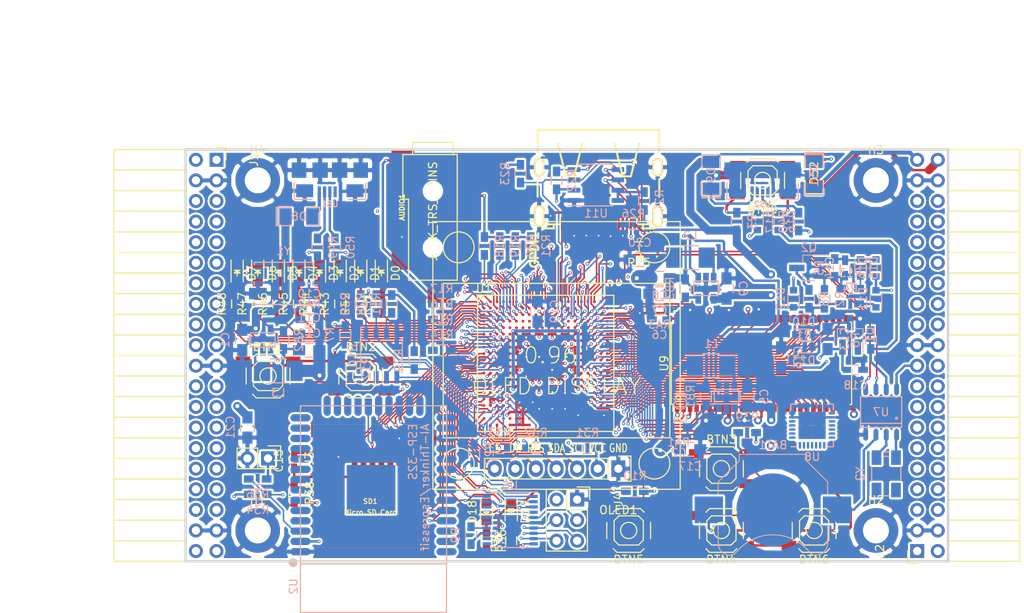
<source format=kicad_pcb>
(kicad_pcb (version 4) (host pcbnew 4.0.5+dfsg1-4)

  (general
    (links 622)
    (no_connects 0)
    (area 93.949999 61.269999 188.230001 112.370001)
    (thickness 1.6)
    (drawings 6)
    (tracks 3415)
    (zones 0)
    (modules 139)
    (nets 221)
  )

  (page A4)
  (layers
    (0 F.Cu signal)
    (1 In1.Cu signal)
    (2 In2.Cu signal)
    (31 B.Cu signal)
    (32 B.Adhes user)
    (33 F.Adhes user)
    (34 B.Paste user)
    (35 F.Paste user)
    (36 B.SilkS user)
    (37 F.SilkS user)
    (38 B.Mask user)
    (39 F.Mask user)
    (40 Dwgs.User user)
    (41 Cmts.User user)
    (42 Eco1.User user)
    (43 Eco2.User user)
    (44 Edge.Cuts user)
    (45 Margin user)
    (46 B.CrtYd user)
    (47 F.CrtYd user)
    (48 B.Fab user)
    (49 F.Fab user)
  )

  (setup
    (last_trace_width 0.3)
    (trace_clearance 0.127)
    (zone_clearance 0.254)
    (zone_45_only no)
    (trace_min 0.127)
    (segment_width 0.2)
    (edge_width 0.2)
    (via_size 0.4)
    (via_drill 0.2)
    (via_min_size 0.4)
    (via_min_drill 0.2)
    (uvia_size 0.3)
    (uvia_drill 0.1)
    (uvias_allowed no)
    (uvia_min_size 0.2)
    (uvia_min_drill 0.1)
    (pcb_text_width 0.3)
    (pcb_text_size 1.5 1.5)
    (mod_edge_width 0.15)
    (mod_text_size 1 1)
    (mod_text_width 0.15)
    (pad_size 1.524 1.524)
    (pad_drill 0.762)
    (pad_to_mask_clearance 0.2)
    (aux_axis_origin 82.67 62.69)
    (grid_origin 86.48 79.2)
    (visible_elements 7FFFFFFF)
    (pcbplotparams
      (layerselection 0x010f0_80000007)
      (usegerberextensions true)
      (excludeedgelayer true)
      (linewidth 0.100000)
      (plotframeref false)
      (viasonmask false)
      (mode 1)
      (useauxorigin false)
      (hpglpennumber 1)
      (hpglpenspeed 20)
      (hpglpendiameter 15)
      (hpglpenoverlay 2)
      (psnegative false)
      (psa4output false)
      (plotreference true)
      (plotvalue true)
      (plotinvisibletext false)
      (padsonsilk false)
      (subtractmaskfromsilk false)
      (outputformat 1)
      (mirror false)
      (drillshape 0)
      (scaleselection 1)
      (outputdirectory plot))
  )

  (net 0 "")
  (net 1 GND)
  (net 2 +5V)
  (net 3 /gpio/IN5V)
  (net 4 /gpio/OUT5V)
  (net 5 +3V3)
  (net 6 "Net-(L1-Pad1)")
  (net 7 "Net-(L2-Pad1)")
  (net 8 +1V2)
  (net 9 BTN_D)
  (net 10 BTN_F1)
  (net 11 BTN_F2)
  (net 12 BTN_L)
  (net 13 BTN_R)
  (net 14 BTN_U)
  (net 15 /power/FB1)
  (net 16 +2V5)
  (net 17 "Net-(L3-Pad1)")
  (net 18 /power/PWREN)
  (net 19 /power/FB3)
  (net 20 /power/FB2)
  (net 21 "Net-(D9-Pad1)")
  (net 22 /power/VBAT)
  (net 23 JTAG_TDI)
  (net 24 JTAG_TCK)
  (net 25 JTAG_TMS)
  (net 26 JTAG_TDO)
  (net 27 /power/WAKEUPn)
  (net 28 /power/WKUP)
  (net 29 /power/SHUT)
  (net 30 /power/WAKE)
  (net 31 /power/HOLD)
  (net 32 /power/WKn)
  (net 33 /power/OSCI_32k)
  (net 34 /power/OSCO_32k)
  (net 35 "Net-(Q2-Pad3)")
  (net 36 SHUTDOWN)
  (net 37 /analog/AUDIO_L)
  (net 38 /analog/AUDIO_R)
  (net 39 GPDI_5V_SCL)
  (net 40 GPDI_5V_SDA)
  (net 41 GPDI_SDA)
  (net 42 GPDI_SCL)
  (net 43 /gpdi/VREF2)
  (net 44 SD_CMD)
  (net 45 SD_CLK)
  (net 46 SD_D0)
  (net 47 SD_D1)
  (net 48 USB5V)
  (net 49 "Net-(BTN0-Pad1)")
  (net 50 GPDI_CEC)
  (net 51 nRESET)
  (net 52 FTDI_nDTR)
  (net 53 SDRAM_CKE)
  (net 54 SDRAM_A7)
  (net 55 SDRAM_D15)
  (net 56 SDRAM_BA1)
  (net 57 SDRAM_D7)
  (net 58 SDRAM_A6)
  (net 59 SDRAM_CLK)
  (net 60 SDRAM_D13)
  (net 61 SDRAM_BA0)
  (net 62 SDRAM_D6)
  (net 63 SDRAM_A5)
  (net 64 SDRAM_D14)
  (net 65 SDRAM_A11)
  (net 66 SDRAM_D12)
  (net 67 SDRAM_D5)
  (net 68 SDRAM_A4)
  (net 69 SDRAM_A10)
  (net 70 SDRAM_D11)
  (net 71 SDRAM_A3)
  (net 72 SDRAM_D4)
  (net 73 SDRAM_D10)
  (net 74 SDRAM_D9)
  (net 75 SDRAM_A9)
  (net 76 SDRAM_D3)
  (net 77 SDRAM_D8)
  (net 78 SDRAM_A8)
  (net 79 SDRAM_A2)
  (net 80 SDRAM_A1)
  (net 81 SDRAM_A0)
  (net 82 SDRAM_D2)
  (net 83 SDRAM_D1)
  (net 84 SDRAM_D0)
  (net 85 SDRAM_DQM0)
  (net 86 SDRAM_nCS)
  (net 87 SDRAM_nRAS)
  (net 88 SDRAM_DQM1)
  (net 89 SDRAM_nCAS)
  (net 90 SDRAM_nWE)
  (net 91 /flash/FLASH_nWP)
  (net 92 /flash/FLASH_nHOLD)
  (net 93 /flash/FLASH_MOSI)
  (net 94 /flash/FLASH_MISO)
  (net 95 /flash/FLASH_SCK)
  (net 96 /flash/FLASH_nCS)
  (net 97 /flash/FPGA_PROGRAMN)
  (net 98 /flash/FPGA_DONE)
  (net 99 /flash/FPGA_INITN)
  (net 100 OLED_RES)
  (net 101 OLED_DC)
  (net 102 OLED_CS)
  (net 103 WIFI_EN)
  (net 104 FTDI_nRTS)
  (net 105 FTDI_TXD)
  (net 106 FTDI_RXD)
  (net 107 WIFI_RXD)
  (net 108 WIFI_GPIO0)
  (net 109 WIFI_TXD)
  (net 110 GPDI_ETH-)
  (net 111 GPDI_ETH+)
  (net 112 GPDI_D2+)
  (net 113 GPDI_D2-)
  (net 114 GPDI_D1+)
  (net 115 GPDI_D1-)
  (net 116 GPDI_D0+)
  (net 117 GPDI_D0-)
  (net 118 GPDI_CLK+)
  (net 119 GPDI_CLK-)
  (net 120 USB_FTDI_D+)
  (net 121 USB_FTDI_D-)
  (net 122 J1_17-)
  (net 123 J1_17+)
  (net 124 J1_23-)
  (net 125 J1_23+)
  (net 126 J1_25-)
  (net 127 J1_25+)
  (net 128 J1_27-)
  (net 129 J1_27+)
  (net 130 J1_29-)
  (net 131 J1_29+)
  (net 132 J1_31-)
  (net 133 J1_31+)
  (net 134 J1_33-)
  (net 135 J1_33+)
  (net 136 J1_35-)
  (net 137 J1_35+)
  (net 138 J2_5-)
  (net 139 J2_5+)
  (net 140 J2_7-)
  (net 141 J2_7+)
  (net 142 J2_9-)
  (net 143 J2_9+)
  (net 144 J2_13-)
  (net 145 J2_13+)
  (net 146 J2_17-)
  (net 147 J2_17+)
  (net 148 J2_11-)
  (net 149 J2_11+)
  (net 150 J2_23-)
  (net 151 J2_23+)
  (net 152 J1_5-)
  (net 153 J1_5+)
  (net 154 J1_7-)
  (net 155 J1_7+)
  (net 156 J1_9-)
  (net 157 J1_9+)
  (net 158 J1_11-)
  (net 159 J1_11+)
  (net 160 J1_13-)
  (net 161 J1_13+)
  (net 162 J1_15-)
  (net 163 J1_15+)
  (net 164 J2_15-)
  (net 165 J2_15+)
  (net 166 J2_25-)
  (net 167 J2_25+)
  (net 168 J2_27-)
  (net 169 J2_27+)
  (net 170 J2_29-)
  (net 171 J2_29+)
  (net 172 J2_31-)
  (net 173 J2_31+)
  (net 174 J2_33-)
  (net 175 J2_33+)
  (net 176 J2_35-)
  (net 177 J2_35+)
  (net 178 SD_D3)
  (net 179 AUDIO_L3)
  (net 180 AUDIO_L2)
  (net 181 AUDIO_L1)
  (net 182 AUDIO_L0)
  (net 183 AUDIO_R3)
  (net 184 AUDIO_R2)
  (net 185 AUDIO_R1)
  (net 186 AUDIO_R0)
  (net 187 OLED_CLK)
  (net 188 OLED_MOSI)
  (net 189 LED0)
  (net 190 LED1)
  (net 191 LED2)
  (net 192 LED3)
  (net 193 LED4)
  (net 194 LED5)
  (net 195 LED6)
  (net 196 LED7)
  (net 197 BTN_PWRn)
  (net 198 "Net-(J3-Pad1)")
  (net 199 FTDI_nTXLED)
  (net 200 FTDI_nSLEEP)
  (net 201 /blinkey/LED_PWREN)
  (net 202 /blinkey/LED_TXLED)
  (net 203 FT3V3)
  (net 204 /sdcard/SD3V3)
  (net 205 SD_D2)
  (net 206 CLK_25MHz)
  (net 207 /blinkey/BTNPUL)
  (net 208 /blinkey/BTNPUR)
  (net 209 USB_FPGA_D+)
  (net 210 /power/FTDI_nSUSPEND)
  (net 211 /blinkey/ALED0)
  (net 212 /blinkey/ALED1)
  (net 213 /blinkey/ALED2)
  (net 214 /blinkey/ALED3)
  (net 215 /blinkey/ALED4)
  (net 216 /blinkey/ALED5)
  (net 217 /blinkey/ALED6)
  (net 218 /blinkey/ALED7)
  (net 219 /usb/FTD-)
  (net 220 /usb/FTD+)

  (net_class Default "This is the default net class."
    (clearance 0.127)
    (trace_width 0.3)
    (via_dia 0.4)
    (via_drill 0.2)
    (uvia_dia 0.3)
    (uvia_drill 0.1)
    (add_net +1V2)
    (add_net +2V5)
    (add_net +3V3)
    (add_net +5V)
    (add_net /analog/AUDIO_L)
    (add_net /analog/AUDIO_R)
    (add_net /blinkey/ALED0)
    (add_net /blinkey/ALED1)
    (add_net /blinkey/ALED2)
    (add_net /blinkey/ALED3)
    (add_net /blinkey/ALED4)
    (add_net /blinkey/ALED5)
    (add_net /blinkey/ALED6)
    (add_net /blinkey/ALED7)
    (add_net /blinkey/BTNPUL)
    (add_net /blinkey/BTNPUR)
    (add_net /blinkey/LED_PWREN)
    (add_net /blinkey/LED_TXLED)
    (add_net /gpdi/VREF2)
    (add_net /gpio/IN5V)
    (add_net /gpio/OUT5V)
    (add_net /power/FB1)
    (add_net /power/FB2)
    (add_net /power/FB3)
    (add_net /power/FTDI_nSUSPEND)
    (add_net /power/HOLD)
    (add_net /power/OSCI_32k)
    (add_net /power/OSCO_32k)
    (add_net /power/PWREN)
    (add_net /power/SHUT)
    (add_net /power/VBAT)
    (add_net /power/WAKE)
    (add_net /power/WAKEUPn)
    (add_net /power/WKUP)
    (add_net /power/WKn)
    (add_net /sdcard/SD3V3)
    (add_net /usb/FTD+)
    (add_net /usb/FTD-)
    (add_net FT3V3)
    (add_net GND)
    (add_net "Net-(BTN0-Pad1)")
    (add_net "Net-(D9-Pad1)")
    (add_net "Net-(J3-Pad1)")
    (add_net "Net-(L1-Pad1)")
    (add_net "Net-(L2-Pad1)")
    (add_net "Net-(L3-Pad1)")
    (add_net "Net-(Q2-Pad3)")
    (add_net USB5V)
    (add_net USB_FPGA_D+)
  )

  (net_class BGA ""
    (clearance 0.127)
    (trace_width 0.19)
    (via_dia 0.4)
    (via_drill 0.2)
    (uvia_dia 0.3)
    (uvia_drill 0.1)
    (add_net /flash/FLASH_MISO)
    (add_net /flash/FLASH_MOSI)
    (add_net /flash/FLASH_SCK)
    (add_net /flash/FLASH_nCS)
    (add_net /flash/FLASH_nHOLD)
    (add_net /flash/FLASH_nWP)
    (add_net /flash/FPGA_DONE)
    (add_net /flash/FPGA_INITN)
    (add_net /flash/FPGA_PROGRAMN)
    (add_net AUDIO_L0)
    (add_net AUDIO_L1)
    (add_net AUDIO_L2)
    (add_net AUDIO_L3)
    (add_net AUDIO_R0)
    (add_net AUDIO_R1)
    (add_net AUDIO_R2)
    (add_net AUDIO_R3)
    (add_net BTN_D)
    (add_net BTN_F1)
    (add_net BTN_F2)
    (add_net BTN_L)
    (add_net BTN_PWRn)
    (add_net BTN_R)
    (add_net BTN_U)
    (add_net CLK_25MHz)
    (add_net FTDI_RXD)
    (add_net FTDI_TXD)
    (add_net FTDI_nDTR)
    (add_net FTDI_nRTS)
    (add_net FTDI_nSLEEP)
    (add_net FTDI_nTXLED)
    (add_net GPDI_5V_SCL)
    (add_net GPDI_5V_SDA)
    (add_net GPDI_CEC)
    (add_net GPDI_CLK+)
    (add_net GPDI_CLK-)
    (add_net GPDI_D0+)
    (add_net GPDI_D0-)
    (add_net GPDI_D1+)
    (add_net GPDI_D1-)
    (add_net GPDI_D2+)
    (add_net GPDI_D2-)
    (add_net GPDI_ETH+)
    (add_net GPDI_ETH-)
    (add_net GPDI_SCL)
    (add_net GPDI_SDA)
    (add_net J1_11+)
    (add_net J1_11-)
    (add_net J1_13+)
    (add_net J1_13-)
    (add_net J1_15+)
    (add_net J1_15-)
    (add_net J1_17+)
    (add_net J1_17-)
    (add_net J1_23+)
    (add_net J1_23-)
    (add_net J1_25+)
    (add_net J1_25-)
    (add_net J1_27+)
    (add_net J1_27-)
    (add_net J1_29+)
    (add_net J1_29-)
    (add_net J1_31+)
    (add_net J1_31-)
    (add_net J1_33+)
    (add_net J1_33-)
    (add_net J1_35+)
    (add_net J1_35-)
    (add_net J1_5+)
    (add_net J1_5-)
    (add_net J1_7+)
    (add_net J1_7-)
    (add_net J1_9+)
    (add_net J1_9-)
    (add_net J2_11+)
    (add_net J2_11-)
    (add_net J2_13+)
    (add_net J2_13-)
    (add_net J2_15+)
    (add_net J2_15-)
    (add_net J2_17+)
    (add_net J2_17-)
    (add_net J2_23+)
    (add_net J2_23-)
    (add_net J2_25+)
    (add_net J2_25-)
    (add_net J2_27+)
    (add_net J2_27-)
    (add_net J2_29+)
    (add_net J2_29-)
    (add_net J2_31+)
    (add_net J2_31-)
    (add_net J2_33+)
    (add_net J2_33-)
    (add_net J2_35+)
    (add_net J2_35-)
    (add_net J2_5+)
    (add_net J2_5-)
    (add_net J2_7+)
    (add_net J2_7-)
    (add_net J2_9+)
    (add_net J2_9-)
    (add_net JTAG_TCK)
    (add_net JTAG_TDI)
    (add_net JTAG_TDO)
    (add_net JTAG_TMS)
    (add_net LED0)
    (add_net LED1)
    (add_net LED2)
    (add_net LED3)
    (add_net LED4)
    (add_net LED5)
    (add_net LED6)
    (add_net LED7)
    (add_net OLED_CLK)
    (add_net OLED_CS)
    (add_net OLED_DC)
    (add_net OLED_MOSI)
    (add_net OLED_RES)
    (add_net SDRAM_A0)
    (add_net SDRAM_A1)
    (add_net SDRAM_A10)
    (add_net SDRAM_A11)
    (add_net SDRAM_A2)
    (add_net SDRAM_A3)
    (add_net SDRAM_A4)
    (add_net SDRAM_A5)
    (add_net SDRAM_A6)
    (add_net SDRAM_A7)
    (add_net SDRAM_A8)
    (add_net SDRAM_A9)
    (add_net SDRAM_BA0)
    (add_net SDRAM_BA1)
    (add_net SDRAM_CKE)
    (add_net SDRAM_CLK)
    (add_net SDRAM_D0)
    (add_net SDRAM_D1)
    (add_net SDRAM_D10)
    (add_net SDRAM_D11)
    (add_net SDRAM_D12)
    (add_net SDRAM_D13)
    (add_net SDRAM_D14)
    (add_net SDRAM_D15)
    (add_net SDRAM_D2)
    (add_net SDRAM_D3)
    (add_net SDRAM_D4)
    (add_net SDRAM_D5)
    (add_net SDRAM_D6)
    (add_net SDRAM_D7)
    (add_net SDRAM_D8)
    (add_net SDRAM_D9)
    (add_net SDRAM_DQM0)
    (add_net SDRAM_DQM1)
    (add_net SDRAM_nCAS)
    (add_net SDRAM_nCS)
    (add_net SDRAM_nRAS)
    (add_net SDRAM_nWE)
    (add_net SD_CLK)
    (add_net SD_CMD)
    (add_net SD_D0)
    (add_net SD_D1)
    (add_net SD_D2)
    (add_net SD_D3)
    (add_net SHUTDOWN)
    (add_net USB_FTDI_D+)
    (add_net USB_FTDI_D-)
    (add_net WIFI_EN)
    (add_net WIFI_GPIO0)
    (add_net WIFI_RXD)
    (add_net WIFI_TXD)
    (add_net nRESET)
  )

  (net_class Minimal ""
    (clearance 0.127)
    (trace_width 0.127)
    (via_dia 0.4)
    (via_drill 0.2)
    (uvia_dia 0.3)
    (uvia_drill 0.1)
  )

  (module lfe5bg381:BGA-381_pitch0.8mm_dia0.4mm (layer F.Cu) (tedit 58D8FE92) (tstamp 58D8D57E)
    (at 138.48 87.8)
    (path /56AC389C/58F23D91)
    (attr smd)
    (fp_text reference U1 (at -7.6 -9.2) (layer F.SilkS)
      (effects (font (size 1 1) (thickness 0.15)))
    )
    (fp_text value LFE5U-25F-6BG381C (at 2 -9.2) (layer F.Fab)
      (effects (font (size 1 1) (thickness 0.15)))
    )
    (fp_line (start -8.4 8.4) (end 8.4 8.4) (layer F.SilkS) (width 0.15))
    (fp_line (start 8.4 8.4) (end 8.4 -8.4) (layer F.SilkS) (width 0.15))
    (fp_line (start 8.4 -8.4) (end -8.4 -8.4) (layer F.SilkS) (width 0.15))
    (fp_line (start -8.4 -8.4) (end -8.4 8.4) (layer F.SilkS) (width 0.15))
    (fp_line (start -7.6 -8.4) (end -8.4 -7.6) (layer F.SilkS) (width 0.15))
    (pad A2 smd circle (at -6.8 -7.6) (size 0.35 0.35) (layers F.Cu F.Paste F.Mask)
      (net 129 J1_27+) (solder_mask_margin 0.04))
    (pad A3 smd circle (at -6 -7.6) (size 0.35 0.35) (layers F.Cu F.Paste F.Mask)
      (net 183 AUDIO_R3) (solder_mask_margin 0.04))
    (pad A4 smd circle (at -5.2 -7.6) (size 0.35 0.35) (layers F.Cu F.Paste F.Mask)
      (net 127 J1_25+) (solder_mask_margin 0.04))
    (pad A5 smd circle (at -4.4 -7.6) (size 0.35 0.35) (layers F.Cu F.Paste F.Mask)
      (net 126 J1_25-) (solder_mask_margin 0.04))
    (pad A6 smd circle (at -3.6 -7.6) (size 0.35 0.35) (layers F.Cu F.Paste F.Mask)
      (net 125 J1_23+) (solder_mask_margin 0.04))
    (pad A7 smd circle (at -2.8 -7.6) (size 0.35 0.35) (layers F.Cu F.Paste F.Mask)
      (net 161 J1_13+) (solder_mask_margin 0.04))
    (pad A8 smd circle (at -2 -7.6) (size 0.35 0.35) (layers F.Cu F.Paste F.Mask)
      (net 160 J1_13-) (solder_mask_margin 0.04))
    (pad A9 smd circle (at -1.2 -7.6) (size 0.35 0.35) (layers F.Cu F.Paste F.Mask)
      (net 156 J1_9-) (solder_mask_margin 0.04))
    (pad A10 smd circle (at -0.4 -7.6) (size 0.35 0.35) (layers F.Cu F.Paste F.Mask)
      (net 155 J1_7+) (solder_mask_margin 0.04))
    (pad A11 smd circle (at 0.4 -7.6) (size 0.35 0.35) (layers F.Cu F.Paste F.Mask)
      (net 154 J1_7-) (solder_mask_margin 0.04))
    (pad A12 smd circle (at 1.2 -7.6) (size 0.35 0.35) (layers F.Cu F.Paste F.Mask)
      (net 111 GPDI_ETH+) (solder_mask_margin 0.04))
    (pad A13 smd circle (at 2 -7.6) (size 0.35 0.35) (layers F.Cu F.Paste F.Mask)
      (net 110 GPDI_ETH-) (solder_mask_margin 0.04))
    (pad A14 smd circle (at 2.8 -7.6) (size 0.35 0.35) (layers F.Cu F.Paste F.Mask)
      (net 112 GPDI_D2+) (solder_mask_margin 0.04))
    (pad A15 smd circle (at 3.6 -7.6) (size 0.35 0.35) (layers F.Cu F.Paste F.Mask)
      (solder_mask_margin 0.04))
    (pad A16 smd circle (at 4.4 -7.6) (size 0.35 0.35) (layers F.Cu F.Paste F.Mask)
      (net 114 GPDI_D1+) (solder_mask_margin 0.04))
    (pad A17 smd circle (at 5.2 -7.6) (size 0.35 0.35) (layers F.Cu F.Paste F.Mask)
      (net 116 GPDI_D0+) (solder_mask_margin 0.04))
    (pad A18 smd circle (at 6 -7.6) (size 0.35 0.35) (layers F.Cu F.Paste F.Mask)
      (net 118 GPDI_CLK+) (solder_mask_margin 0.04))
    (pad A19 smd circle (at 6.8 -7.6) (size 0.35 0.35) (layers F.Cu F.Paste F.Mask)
      (net 50 GPDI_CEC) (solder_mask_margin 0.04))
    (pad B1 smd circle (at -7.6 -6.8) (size 0.35 0.35) (layers F.Cu F.Paste F.Mask)
      (net 128 J1_27-) (solder_mask_margin 0.04))
    (pad B2 smd circle (at -6.8 -6.8) (size 0.35 0.35) (layers F.Cu F.Paste F.Mask)
      (net 189 LED0) (solder_mask_margin 0.04))
    (pad B3 smd circle (at -6 -6.8) (size 0.35 0.35) (layers F.Cu F.Paste F.Mask)
      (net 182 AUDIO_L0) (solder_mask_margin 0.04))
    (pad B4 smd circle (at -5.2 -6.8) (size 0.35 0.35) (layers F.Cu F.Paste F.Mask)
      (net 130 J1_29-) (solder_mask_margin 0.04))
    (pad B5 smd circle (at -4.4 -6.8) (size 0.35 0.35) (layers F.Cu F.Paste F.Mask)
      (net 184 AUDIO_R2) (solder_mask_margin 0.04))
    (pad B6 smd circle (at -3.6 -6.8) (size 0.35 0.35) (layers F.Cu F.Paste F.Mask)
      (net 124 J1_23-) (solder_mask_margin 0.04))
    (pad B7 smd circle (at -2.8 -6.8) (size 0.35 0.35) (layers F.Cu F.Paste F.Mask)
      (net 1 GND) (solder_mask_margin 0.04))
    (pad B8 smd circle (at -2 -6.8) (size 0.35 0.35) (layers F.Cu F.Paste F.Mask)
      (net 162 J1_15-) (solder_mask_margin 0.04))
    (pad B9 smd circle (at -1.2 -6.8) (size 0.35 0.35) (layers F.Cu F.Paste F.Mask)
      (net 159 J1_11+) (solder_mask_margin 0.04))
    (pad B10 smd circle (at -0.4 -6.8) (size 0.35 0.35) (layers F.Cu F.Paste F.Mask)
      (net 157 J1_9+) (solder_mask_margin 0.04))
    (pad B11 smd circle (at 0.4 -6.8) (size 0.35 0.35) (layers F.Cu F.Paste F.Mask)
      (net 153 J1_5+) (solder_mask_margin 0.04))
    (pad B12 smd circle (at 1.2 -6.8) (size 0.35 0.35) (layers F.Cu F.Paste F.Mask)
      (solder_mask_margin 0.04))
    (pad B13 smd circle (at 2 -6.8) (size 0.35 0.35) (layers F.Cu F.Paste F.Mask)
      (net 175 J2_33+) (solder_mask_margin 0.04))
    (pad B14 smd circle (at 2.8 -6.8) (size 0.35 0.35) (layers F.Cu F.Paste F.Mask)
      (net 1 GND) (solder_mask_margin 0.04))
    (pad B15 smd circle (at 3.6 -6.8) (size 0.35 0.35) (layers F.Cu F.Paste F.Mask)
      (net 173 J2_31+) (solder_mask_margin 0.04))
    (pad B16 smd circle (at 4.4 -6.8) (size 0.35 0.35) (layers F.Cu F.Paste F.Mask)
      (net 115 GPDI_D1-) (solder_mask_margin 0.04))
    (pad B17 smd circle (at 5.2 -6.8) (size 0.35 0.35) (layers F.Cu F.Paste F.Mask)
      (net 169 J2_27+) (solder_mask_margin 0.04))
    (pad B18 smd circle (at 6 -6.8) (size 0.35 0.35) (layers F.Cu F.Paste F.Mask)
      (net 117 GPDI_D0-) (solder_mask_margin 0.04))
    (pad B19 smd circle (at 6.8 -6.8) (size 0.35 0.35) (layers F.Cu F.Paste F.Mask)
      (net 119 GPDI_CLK-) (solder_mask_margin 0.04))
    (pad B20 smd circle (at 7.6 -6.8) (size 0.35 0.35) (layers F.Cu F.Paste F.Mask)
      (net 41 GPDI_SDA) (solder_mask_margin 0.04))
    (pad C1 smd circle (at -7.6 -6) (size 0.35 0.35) (layers F.Cu F.Paste F.Mask)
      (net 191 LED2) (solder_mask_margin 0.04))
    (pad C2 smd circle (at -6.8 -6) (size 0.35 0.35) (layers F.Cu F.Paste F.Mask)
      (net 190 LED1) (solder_mask_margin 0.04))
    (pad C3 smd circle (at -6 -6) (size 0.35 0.35) (layers F.Cu F.Paste F.Mask)
      (net 181 AUDIO_L1) (solder_mask_margin 0.04))
    (pad C4 smd circle (at -5.2 -6) (size 0.35 0.35) (layers F.Cu F.Paste F.Mask)
      (net 131 J1_29+) (solder_mask_margin 0.04))
    (pad C5 smd circle (at -4.4 -6) (size 0.35 0.35) (layers F.Cu F.Paste F.Mask)
      (net 186 AUDIO_R0) (solder_mask_margin 0.04))
    (pad C6 smd circle (at -3.6 -6) (size 0.35 0.35) (layers F.Cu F.Paste F.Mask)
      (net 123 J1_17+) (solder_mask_margin 0.04))
    (pad C7 smd circle (at -2.8 -6) (size 0.35 0.35) (layers F.Cu F.Paste F.Mask)
      (net 122 J1_17-) (solder_mask_margin 0.04))
    (pad C8 smd circle (at -2 -6) (size 0.35 0.35) (layers F.Cu F.Paste F.Mask)
      (net 163 J1_15+) (solder_mask_margin 0.04))
    (pad C9 smd circle (at -1.2 -6) (size 0.35 0.35) (layers F.Cu F.Paste F.Mask)
      (solder_mask_margin 0.04))
    (pad C10 smd circle (at -0.4 -6) (size 0.35 0.35) (layers F.Cu F.Paste F.Mask)
      (net 158 J1_11-) (solder_mask_margin 0.04))
    (pad C11 smd circle (at 0.4 -6) (size 0.35 0.35) (layers F.Cu F.Paste F.Mask)
      (net 152 J1_5-) (solder_mask_margin 0.04))
    (pad C12 smd circle (at 1.2 -6) (size 0.35 0.35) (layers F.Cu F.Paste F.Mask)
      (net 42 GPDI_SCL) (solder_mask_margin 0.04))
    (pad C13 smd circle (at 2 -6) (size 0.35 0.35) (layers F.Cu F.Paste F.Mask)
      (net 174 J2_33-) (solder_mask_margin 0.04))
    (pad C14 smd circle (at 2.8 -6) (size 0.35 0.35) (layers F.Cu F.Paste F.Mask)
      (net 113 GPDI_D2-) (solder_mask_margin 0.04))
    (pad C15 smd circle (at 3.6 -6) (size 0.35 0.35) (layers F.Cu F.Paste F.Mask)
      (net 172 J2_31-) (solder_mask_margin 0.04))
    (pad C16 smd circle (at 4.4 -6) (size 0.35 0.35) (layers F.Cu F.Paste F.Mask)
      (net 171 J2_29+) (solder_mask_margin 0.04))
    (pad C17 smd circle (at 5.2 -6) (size 0.35 0.35) (layers F.Cu F.Paste F.Mask)
      (net 168 J2_27-) (solder_mask_margin 0.04))
    (pad C18 smd circle (at 6 -6) (size 0.35 0.35) (layers F.Cu F.Paste F.Mask)
      (net 151 J2_23+) (solder_mask_margin 0.04))
    (pad C19 smd circle (at 6.8 -6) (size 0.35 0.35) (layers F.Cu F.Paste F.Mask)
      (net 1 GND) (solder_mask_margin 0.04))
    (pad C20 smd circle (at 7.6 -6) (size 0.35 0.35) (layers F.Cu F.Paste F.Mask)
      (net 64 SDRAM_D14) (solder_mask_margin 0.04))
    (pad D1 smd circle (at -7.6 -5.2) (size 0.35 0.35) (layers F.Cu F.Paste F.Mask)
      (net 193 LED4) (solder_mask_margin 0.04))
    (pad D2 smd circle (at -6.8 -5.2) (size 0.35 0.35) (layers F.Cu F.Paste F.Mask)
      (net 192 LED3) (solder_mask_margin 0.04))
    (pad D3 smd circle (at -6 -5.2) (size 0.35 0.35) (layers F.Cu F.Paste F.Mask)
      (net 180 AUDIO_L2) (solder_mask_margin 0.04))
    (pad D4 smd circle (at -5.2 -5.2) (size 0.35 0.35) (layers F.Cu F.Paste F.Mask)
      (net 1 GND) (solder_mask_margin 0.04))
    (pad D5 smd circle (at -4.4 -5.2) (size 0.35 0.35) (layers F.Cu F.Paste F.Mask)
      (net 185 AUDIO_R1) (solder_mask_margin 0.04))
    (pad D6 smd circle (at -3.6 -5.2) (size 0.35 0.35) (layers F.Cu F.Paste F.Mask)
      (net 197 BTN_PWRn) (solder_mask_margin 0.04))
    (pad D7 smd circle (at -2.8 -5.2) (size 0.35 0.35) (layers F.Cu F.Paste F.Mask)
      (solder_mask_margin 0.04))
    (pad D8 smd circle (at -2 -5.2) (size 0.35 0.35) (layers F.Cu F.Paste F.Mask)
      (solder_mask_margin 0.04))
    (pad D9 smd circle (at -1.2 -5.2) (size 0.35 0.35) (layers F.Cu F.Paste F.Mask)
      (solder_mask_margin 0.04))
    (pad D10 smd circle (at -0.4 -5.2) (size 0.35 0.35) (layers F.Cu F.Paste F.Mask)
      (solder_mask_margin 0.04))
    (pad D11 smd circle (at 0.4 -5.2) (size 0.35 0.35) (layers F.Cu F.Paste F.Mask)
      (solder_mask_margin 0.04))
    (pad D12 smd circle (at 1.2 -5.2) (size 0.35 0.35) (layers F.Cu F.Paste F.Mask)
      (solder_mask_margin 0.04))
    (pad D13 smd circle (at 2 -5.2) (size 0.35 0.35) (layers F.Cu F.Paste F.Mask)
      (net 177 J2_35+) (solder_mask_margin 0.04))
    (pad D14 smd circle (at 2.8 -5.2) (size 0.35 0.35) (layers F.Cu F.Paste F.Mask)
      (solder_mask_margin 0.04))
    (pad D15 smd circle (at 3.6 -5.2) (size 0.35 0.35) (layers F.Cu F.Paste F.Mask)
      (net 167 J2_25+) (solder_mask_margin 0.04))
    (pad D16 smd circle (at 4.4 -5.2) (size 0.35 0.35) (layers F.Cu F.Paste F.Mask)
      (net 170 J2_29-) (solder_mask_margin 0.04))
    (pad D17 smd circle (at 5.2 -5.2) (size 0.35 0.35) (layers F.Cu F.Paste F.Mask)
      (net 150 J2_23-) (solder_mask_margin 0.04))
    (pad D18 smd circle (at 6 -5.2) (size 0.35 0.35) (layers F.Cu F.Paste F.Mask)
      (net 147 J2_17+) (solder_mask_margin 0.04))
    (pad D19 smd circle (at 6.8 -5.2) (size 0.35 0.35) (layers F.Cu F.Paste F.Mask)
      (net 55 SDRAM_D15) (solder_mask_margin 0.04))
    (pad D20 smd circle (at 7.6 -5.2) (size 0.35 0.35) (layers F.Cu F.Paste F.Mask)
      (net 60 SDRAM_D13) (solder_mask_margin 0.04))
    (pad E1 smd circle (at -7.6 -4.4) (size 0.35 0.35) (layers F.Cu F.Paste F.Mask)
      (net 195 LED6) (solder_mask_margin 0.04))
    (pad E2 smd circle (at -6.8 -4.4) (size 0.35 0.35) (layers F.Cu F.Paste F.Mask)
      (net 194 LED5) (solder_mask_margin 0.04))
    (pad E3 smd circle (at -6 -4.4) (size 0.35 0.35) (layers F.Cu F.Paste F.Mask)
      (net 132 J1_31-) (solder_mask_margin 0.04))
    (pad E4 smd circle (at -5.2 -4.4) (size 0.35 0.35) (layers F.Cu F.Paste F.Mask)
      (net 179 AUDIO_L3) (solder_mask_margin 0.04))
    (pad E5 smd circle (at -4.4 -4.4) (size 0.35 0.35) (layers F.Cu F.Paste F.Mask)
      (solder_mask_margin 0.04))
    (pad E6 smd circle (at -3.6 -4.4) (size 0.35 0.35) (layers F.Cu F.Paste F.Mask)
      (solder_mask_margin 0.04))
    (pad E7 smd circle (at -2.8 -4.4) (size 0.35 0.35) (layers F.Cu F.Paste F.Mask)
      (solder_mask_margin 0.04))
    (pad E8 smd circle (at -2 -4.4) (size 0.35 0.35) (layers F.Cu F.Paste F.Mask)
      (solder_mask_margin 0.04))
    (pad E9 smd circle (at -1.2 -4.4) (size 0.35 0.35) (layers F.Cu F.Paste F.Mask)
      (solder_mask_margin 0.04))
    (pad E10 smd circle (at -0.4 -4.4) (size 0.35 0.35) (layers F.Cu F.Paste F.Mask)
      (solder_mask_margin 0.04))
    (pad E11 smd circle (at 0.4 -4.4) (size 0.35 0.35) (layers F.Cu F.Paste F.Mask)
      (solder_mask_margin 0.04))
    (pad E12 smd circle (at 1.2 -4.4) (size 0.35 0.35) (layers F.Cu F.Paste F.Mask)
      (solder_mask_margin 0.04))
    (pad E13 smd circle (at 2 -4.4) (size 0.35 0.35) (layers F.Cu F.Paste F.Mask)
      (net 176 J2_35-) (solder_mask_margin 0.04))
    (pad E14 smd circle (at 2.8 -4.4) (size 0.35 0.35) (layers F.Cu F.Paste F.Mask)
      (solder_mask_margin 0.04))
    (pad E15 smd circle (at 3.6 -4.4) (size 0.35 0.35) (layers F.Cu F.Paste F.Mask)
      (net 166 J2_25-) (solder_mask_margin 0.04))
    (pad E16 smd circle (at 4.4 -4.4) (size 0.35 0.35) (layers F.Cu F.Paste F.Mask)
      (solder_mask_margin 0.04))
    (pad E17 smd circle (at 5.2 -4.4) (size 0.35 0.35) (layers F.Cu F.Paste F.Mask)
      (net 146 J2_17-) (solder_mask_margin 0.04))
    (pad E18 smd circle (at 6 -4.4) (size 0.35 0.35) (layers F.Cu F.Paste F.Mask)
      (net 72 SDRAM_D4) (solder_mask_margin 0.04))
    (pad E19 smd circle (at 6.8 -4.4) (size 0.35 0.35) (layers F.Cu F.Paste F.Mask)
      (net 66 SDRAM_D12) (solder_mask_margin 0.04))
    (pad E20 smd circle (at 7.6 -4.4) (size 0.35 0.35) (layers F.Cu F.Paste F.Mask)
      (net 70 SDRAM_D11) (solder_mask_margin 0.04))
    (pad F1 smd circle (at -7.6 -3.6) (size 0.35 0.35) (layers F.Cu F.Paste F.Mask)
      (net 103 WIFI_EN) (solder_mask_margin 0.04))
    (pad F2 smd circle (at -6.8 -3.6) (size 0.35 0.35) (layers F.Cu F.Paste F.Mask)
      (solder_mask_margin 0.04))
    (pad F3 smd circle (at -6 -3.6) (size 0.35 0.35) (layers F.Cu F.Paste F.Mask)
      (net 134 J1_33-) (solder_mask_margin 0.04))
    (pad F4 smd circle (at -5.2 -3.6) (size 0.35 0.35) (layers F.Cu F.Paste F.Mask)
      (net 133 J1_31+) (solder_mask_margin 0.04))
    (pad F5 smd circle (at -4.4 -3.6) (size 0.35 0.35) (layers F.Cu F.Paste F.Mask)
      (solder_mask_margin 0.04))
    (pad F6 smd circle (at -3.6 -3.6) (size 0.35 0.35) (layers F.Cu F.Paste F.Mask)
      (net 16 +2V5) (solder_mask_margin 0.04))
    (pad F7 smd circle (at -2.8 -3.6) (size 0.35 0.35) (layers F.Cu F.Paste F.Mask)
      (net 1 GND) (solder_mask_margin 0.04))
    (pad F8 smd circle (at -2 -3.6) (size 0.35 0.35) (layers F.Cu F.Paste F.Mask)
      (net 1 GND) (solder_mask_margin 0.04))
    (pad F9 smd circle (at -1.2 -3.6) (size 0.35 0.35) (layers F.Cu F.Paste F.Mask)
      (net 5 +3V3) (solder_mask_margin 0.04))
    (pad F10 smd circle (at -0.4 -3.6) (size 0.35 0.35) (layers F.Cu F.Paste F.Mask)
      (net 5 +3V3) (solder_mask_margin 0.04))
    (pad F11 smd circle (at 0.4 -3.6) (size 0.35 0.35) (layers F.Cu F.Paste F.Mask)
      (net 5 +3V3) (solder_mask_margin 0.04))
    (pad F12 smd circle (at 1.2 -3.6) (size 0.35 0.35) (layers F.Cu F.Paste F.Mask)
      (net 5 +3V3) (solder_mask_margin 0.04))
    (pad F13 smd circle (at 2 -3.6) (size 0.35 0.35) (layers F.Cu F.Paste F.Mask)
      (net 1 GND) (solder_mask_margin 0.04))
    (pad F14 smd circle (at 2.8 -3.6) (size 0.35 0.35) (layers F.Cu F.Paste F.Mask)
      (net 1 GND) (solder_mask_margin 0.04))
    (pad F15 smd circle (at 3.6 -3.6) (size 0.35 0.35) (layers F.Cu F.Paste F.Mask)
      (net 16 +2V5) (solder_mask_margin 0.04))
    (pad F16 smd circle (at 4.4 -3.6) (size 0.35 0.35) (layers F.Cu F.Paste F.Mask)
      (solder_mask_margin 0.04))
    (pad F17 smd circle (at 5.2 -3.6) (size 0.35 0.35) (layers F.Cu F.Paste F.Mask)
      (net 165 J2_15+) (solder_mask_margin 0.04))
    (pad F18 smd circle (at 6 -3.6) (size 0.35 0.35) (layers F.Cu F.Paste F.Mask)
      (net 67 SDRAM_D5) (solder_mask_margin 0.04))
    (pad F19 smd circle (at 6.8 -3.6) (size 0.35 0.35) (layers F.Cu F.Paste F.Mask)
      (net 73 SDRAM_D10) (solder_mask_margin 0.04))
    (pad F20 smd circle (at 7.6 -3.6) (size 0.35 0.35) (layers F.Cu F.Paste F.Mask)
      (net 74 SDRAM_D9) (solder_mask_margin 0.04))
    (pad G1 smd circle (at -7.6 -2.8) (size 0.35 0.35) (layers F.Cu F.Paste F.Mask)
      (solder_mask_margin 0.04))
    (pad G2 smd circle (at -6.8 -2.8) (size 0.35 0.35) (layers F.Cu F.Paste F.Mask)
      (net 206 CLK_25MHz) (solder_mask_margin 0.04))
    (pad G3 smd circle (at -6 -2.8) (size 0.35 0.35) (layers F.Cu F.Paste F.Mask)
      (net 135 J1_33+) (solder_mask_margin 0.04))
    (pad G4 smd circle (at -5.2 -2.8) (size 0.35 0.35) (layers F.Cu F.Paste F.Mask)
      (net 1 GND) (solder_mask_margin 0.04))
    (pad G5 smd circle (at -4.4 -2.8) (size 0.35 0.35) (layers F.Cu F.Paste F.Mask)
      (net 136 J1_35-) (solder_mask_margin 0.04))
    (pad G6 smd circle (at -3.6 -2.8) (size 0.35 0.35) (layers F.Cu F.Paste F.Mask)
      (net 1 GND) (solder_mask_margin 0.04))
    (pad G7 smd circle (at -2.8 -2.8) (size 0.35 0.35) (layers F.Cu F.Paste F.Mask)
      (net 1 GND) (solder_mask_margin 0.04))
    (pad G8 smd circle (at -2 -2.8) (size 0.35 0.35) (layers F.Cu F.Paste F.Mask)
      (net 1 GND) (solder_mask_margin 0.04))
    (pad G9 smd circle (at -1.2 -2.8) (size 0.35 0.35) (layers F.Cu F.Paste F.Mask)
      (net 1 GND) (solder_mask_margin 0.04))
    (pad G10 smd circle (at -0.4 -2.8) (size 0.35 0.35) (layers F.Cu F.Paste F.Mask)
      (net 1 GND) (solder_mask_margin 0.04))
    (pad G11 smd circle (at 0.4 -2.8) (size 0.35 0.35) (layers F.Cu F.Paste F.Mask)
      (net 1 GND) (solder_mask_margin 0.04))
    (pad G12 smd circle (at 1.2 -2.8) (size 0.35 0.35) (layers F.Cu F.Paste F.Mask)
      (net 1 GND) (solder_mask_margin 0.04))
    (pad G13 smd circle (at 2 -2.8) (size 0.35 0.35) (layers F.Cu F.Paste F.Mask)
      (net 1 GND) (solder_mask_margin 0.04))
    (pad G14 smd circle (at 2.8 -2.8) (size 0.35 0.35) (layers F.Cu F.Paste F.Mask)
      (net 1 GND) (solder_mask_margin 0.04))
    (pad G15 smd circle (at 3.6 -2.8) (size 0.35 0.35) (layers F.Cu F.Paste F.Mask)
      (net 1 GND) (solder_mask_margin 0.04))
    (pad G16 smd circle (at 4.4 -2.8) (size 0.35 0.35) (layers F.Cu F.Paste F.Mask)
      (solder_mask_margin 0.04))
    (pad G17 smd circle (at 5.2 -2.8) (size 0.35 0.35) (layers F.Cu F.Paste F.Mask)
      (net 1 GND) (solder_mask_margin 0.04))
    (pad G18 smd circle (at 6 -2.8) (size 0.35 0.35) (layers F.Cu F.Paste F.Mask)
      (net 164 J2_15-) (solder_mask_margin 0.04))
    (pad G19 smd circle (at 6.8 -2.8) (size 0.35 0.35) (layers F.Cu F.Paste F.Mask)
      (net 77 SDRAM_D8) (solder_mask_margin 0.04))
    (pad G20 smd circle (at 7.6 -2.8) (size 0.35 0.35) (layers F.Cu F.Paste F.Mask)
      (net 88 SDRAM_DQM1) (solder_mask_margin 0.04))
    (pad H1 smd circle (at -7.6 -2) (size 0.35 0.35) (layers F.Cu F.Paste F.Mask)
      (net 178 SD_D3) (solder_mask_margin 0.04))
    (pad H2 smd circle (at -6.8 -2) (size 0.35 0.35) (layers F.Cu F.Paste F.Mask)
      (net 205 SD_D2) (solder_mask_margin 0.04))
    (pad H3 smd circle (at -6 -2) (size 0.35 0.35) (layers F.Cu F.Paste F.Mask)
      (net 196 LED7) (solder_mask_margin 0.04))
    (pad H4 smd circle (at -5.2 -2) (size 0.35 0.35) (layers F.Cu F.Paste F.Mask)
      (net 137 J1_35+) (solder_mask_margin 0.04))
    (pad H5 smd circle (at -4.4 -2) (size 0.35 0.35) (layers F.Cu F.Paste F.Mask)
      (solder_mask_margin 0.04))
    (pad H6 smd circle (at -3.6 -2) (size 0.35 0.35) (layers F.Cu F.Paste F.Mask)
      (net 5 +3V3) (solder_mask_margin 0.04))
    (pad H7 smd circle (at -2.8 -2) (size 0.35 0.35) (layers F.Cu F.Paste F.Mask)
      (net 5 +3V3) (solder_mask_margin 0.04))
    (pad H8 smd circle (at -2 -2) (size 0.35 0.35) (layers F.Cu F.Paste F.Mask)
      (net 8 +1V2) (solder_mask_margin 0.04))
    (pad H9 smd circle (at -1.2 -2) (size 0.35 0.35) (layers F.Cu F.Paste F.Mask)
      (net 8 +1V2) (solder_mask_margin 0.04))
    (pad H10 smd circle (at -0.4 -2) (size 0.35 0.35) (layers F.Cu F.Paste F.Mask)
      (net 8 +1V2) (solder_mask_margin 0.04))
    (pad H11 smd circle (at 0.4 -2) (size 0.35 0.35) (layers F.Cu F.Paste F.Mask)
      (net 8 +1V2) (solder_mask_margin 0.04))
    (pad H12 smd circle (at 1.2 -2) (size 0.35 0.35) (layers F.Cu F.Paste F.Mask)
      (net 8 +1V2) (solder_mask_margin 0.04))
    (pad H13 smd circle (at 2 -2) (size 0.35 0.35) (layers F.Cu F.Paste F.Mask)
      (net 8 +1V2) (solder_mask_margin 0.04))
    (pad H14 smd circle (at 2.8 -2) (size 0.35 0.35) (layers F.Cu F.Paste F.Mask)
      (net 5 +3V3) (solder_mask_margin 0.04))
    (pad H15 smd circle (at 3.6 -2) (size 0.35 0.35) (layers F.Cu F.Paste F.Mask)
      (net 5 +3V3) (solder_mask_margin 0.04))
    (pad H16 smd circle (at 4.4 -2) (size 0.35 0.35) (layers F.Cu F.Paste F.Mask)
      (solder_mask_margin 0.04))
    (pad H17 smd circle (at 5.2 -2) (size 0.35 0.35) (layers F.Cu F.Paste F.Mask)
      (net 144 J2_13-) (solder_mask_margin 0.04))
    (pad H18 smd circle (at 6 -2) (size 0.35 0.35) (layers F.Cu F.Paste F.Mask)
      (net 145 J2_13+) (solder_mask_margin 0.04))
    (pad H19 smd circle (at 6.8 -2) (size 0.35 0.35) (layers F.Cu F.Paste F.Mask)
      (net 1 GND) (solder_mask_margin 0.04))
    (pad H20 smd circle (at 7.6 -2) (size 0.35 0.35) (layers F.Cu F.Paste F.Mask)
      (net 59 SDRAM_CLK) (solder_mask_margin 0.04))
    (pad J1 smd circle (at -7.6 -1.2) (size 0.35 0.35) (layers F.Cu F.Paste F.Mask)
      (net 45 SD_CLK) (solder_mask_margin 0.04))
    (pad J2 smd circle (at -6.8 -1.2) (size 0.35 0.35) (layers F.Cu F.Paste F.Mask)
      (net 1 GND) (solder_mask_margin 0.04))
    (pad J3 smd circle (at -6 -1.2) (size 0.35 0.35) (layers F.Cu F.Paste F.Mask)
      (net 44 SD_CMD) (solder_mask_margin 0.04))
    (pad J4 smd circle (at -5.2 -1.2) (size 0.35 0.35) (layers F.Cu F.Paste F.Mask)
      (solder_mask_margin 0.04))
    (pad J5 smd circle (at -4.4 -1.2) (size 0.35 0.35) (layers F.Cu F.Paste F.Mask)
      (solder_mask_margin 0.04))
    (pad J6 smd circle (at -3.6 -1.2) (size 0.35 0.35) (layers F.Cu F.Paste F.Mask)
      (net 5 +3V3) (solder_mask_margin 0.04))
    (pad J7 smd circle (at -2.8 -1.2) (size 0.35 0.35) (layers F.Cu F.Paste F.Mask)
      (net 1 GND) (solder_mask_margin 0.04))
    (pad J8 smd circle (at -2 -1.2) (size 0.35 0.35) (layers F.Cu F.Paste F.Mask)
      (net 8 +1V2) (solder_mask_margin 0.04))
    (pad J9 smd circle (at -1.2 -1.2) (size 0.35 0.35) (layers F.Cu F.Paste F.Mask)
      (net 1 GND) (solder_mask_margin 0.04))
    (pad J10 smd circle (at -0.4 -1.2) (size 0.35 0.35) (layers F.Cu F.Paste F.Mask)
      (net 1 GND) (solder_mask_margin 0.04))
    (pad J11 smd circle (at 0.4 -1.2) (size 0.35 0.35) (layers F.Cu F.Paste F.Mask)
      (net 1 GND) (solder_mask_margin 0.04))
    (pad J12 smd circle (at 1.2 -1.2) (size 0.35 0.35) (layers F.Cu F.Paste F.Mask)
      (net 1 GND) (solder_mask_margin 0.04))
    (pad J13 smd circle (at 2 -1.2) (size 0.35 0.35) (layers F.Cu F.Paste F.Mask)
      (net 8 +1V2) (solder_mask_margin 0.04))
    (pad J14 smd circle (at 2.8 -1.2) (size 0.35 0.35) (layers F.Cu F.Paste F.Mask)
      (net 1 GND) (solder_mask_margin 0.04))
    (pad J15 smd circle (at 3.6 -1.2) (size 0.35 0.35) (layers F.Cu F.Paste F.Mask)
      (net 5 +3V3) (solder_mask_margin 0.04))
    (pad J16 smd circle (at 4.4 -1.2) (size 0.35 0.35) (layers F.Cu F.Paste F.Mask)
      (solder_mask_margin 0.04))
    (pad J17 smd circle (at 5.2 -1.2) (size 0.35 0.35) (layers F.Cu F.Paste F.Mask)
      (solder_mask_margin 0.04))
    (pad J18 smd circle (at 6 -1.2) (size 0.35 0.35) (layers F.Cu F.Paste F.Mask)
      (net 76 SDRAM_D3) (solder_mask_margin 0.04))
    (pad J19 smd circle (at 6.8 -1.2) (size 0.35 0.35) (layers F.Cu F.Paste F.Mask)
      (net 53 SDRAM_CKE) (solder_mask_margin 0.04))
    (pad J20 smd circle (at 7.6 -1.2) (size 0.35 0.35) (layers F.Cu F.Paste F.Mask)
      (net 65 SDRAM_A11) (solder_mask_margin 0.04))
    (pad K1 smd circle (at -7.6 -0.4) (size 0.35 0.35) (layers F.Cu F.Paste F.Mask)
      (net 47 SD_D1) (solder_mask_margin 0.04))
    (pad K2 smd circle (at -6.8 -0.4) (size 0.35 0.35) (layers F.Cu F.Paste F.Mask)
      (net 46 SD_D0) (solder_mask_margin 0.04))
    (pad K3 smd circle (at -6 -0.4) (size 0.35 0.35) (layers F.Cu F.Paste F.Mask)
      (net 107 WIFI_RXD) (solder_mask_margin 0.04))
    (pad K4 smd circle (at -5.2 -0.4) (size 0.35 0.35) (layers F.Cu F.Paste F.Mask)
      (net 109 WIFI_TXD) (solder_mask_margin 0.04))
    (pad K5 smd circle (at -4.4 -0.4) (size 0.35 0.35) (layers F.Cu F.Paste F.Mask)
      (solder_mask_margin 0.04))
    (pad K6 smd circle (at -3.6 -0.4) (size 0.35 0.35) (layers F.Cu F.Paste F.Mask)
      (net 1 GND) (solder_mask_margin 0.04))
    (pad K7 smd circle (at -2.8 -0.4) (size 0.35 0.35) (layers F.Cu F.Paste F.Mask)
      (net 1 GND) (solder_mask_margin 0.04))
    (pad K8 smd circle (at -2 -0.4) (size 0.35 0.35) (layers F.Cu F.Paste F.Mask)
      (net 8 +1V2) (solder_mask_margin 0.04))
    (pad K9 smd circle (at -1.2 -0.4) (size 0.35 0.35) (layers F.Cu F.Paste F.Mask)
      (net 1 GND) (solder_mask_margin 0.04))
    (pad K10 smd circle (at -0.4 -0.4) (size 0.35 0.35) (layers F.Cu F.Paste F.Mask)
      (net 1 GND) (solder_mask_margin 0.04))
    (pad K11 smd circle (at 0.4 -0.4) (size 0.35 0.35) (layers F.Cu F.Paste F.Mask)
      (net 1 GND) (solder_mask_margin 0.04))
    (pad K12 smd circle (at 1.2 -0.4) (size 0.35 0.35) (layers F.Cu F.Paste F.Mask)
      (net 1 GND) (solder_mask_margin 0.04))
    (pad K13 smd circle (at 2 -0.4) (size 0.35 0.35) (layers F.Cu F.Paste F.Mask)
      (net 8 +1V2) (solder_mask_margin 0.04))
    (pad K14 smd circle (at 2.8 -0.4) (size 0.35 0.35) (layers F.Cu F.Paste F.Mask)
      (net 1 GND) (solder_mask_margin 0.04))
    (pad K15 smd circle (at 3.6 -0.4) (size 0.35 0.35) (layers F.Cu F.Paste F.Mask)
      (net 1 GND) (solder_mask_margin 0.04))
    (pad K16 smd circle (at 4.4 -0.4) (size 0.35 0.35) (layers F.Cu F.Paste F.Mask)
      (solder_mask_margin 0.04))
    (pad K17 smd circle (at 5.2 -0.4) (size 0.35 0.35) (layers F.Cu F.Paste F.Mask)
      (solder_mask_margin 0.04))
    (pad K18 smd circle (at 6 -0.4) (size 0.35 0.35) (layers F.Cu F.Paste F.Mask)
      (net 82 SDRAM_D2) (solder_mask_margin 0.04))
    (pad K19 smd circle (at 6.8 -0.4) (size 0.35 0.35) (layers F.Cu F.Paste F.Mask)
      (net 75 SDRAM_A9) (solder_mask_margin 0.04))
    (pad K20 smd circle (at 7.6 -0.4) (size 0.35 0.35) (layers F.Cu F.Paste F.Mask)
      (net 78 SDRAM_A8) (solder_mask_margin 0.04))
    (pad L1 smd circle (at -7.6 0.4) (size 0.35 0.35) (layers F.Cu F.Paste F.Mask)
      (solder_mask_margin 0.04))
    (pad L2 smd circle (at -6.8 0.4) (size 0.35 0.35) (layers F.Cu F.Paste F.Mask)
      (net 108 WIFI_GPIO0) (solder_mask_margin 0.04))
    (pad L3 smd circle (at -6 0.4) (size 0.35 0.35) (layers F.Cu F.Paste F.Mask)
      (solder_mask_margin 0.04))
    (pad L4 smd circle (at -5.2 0.4) (size 0.35 0.35) (layers F.Cu F.Paste F.Mask)
      (net 106 FTDI_RXD) (solder_mask_margin 0.04))
    (pad L5 smd circle (at -4.4 0.4) (size 0.35 0.35) (layers F.Cu F.Paste F.Mask)
      (solder_mask_margin 0.04))
    (pad L6 smd circle (at -3.6 0.4) (size 0.35 0.35) (layers F.Cu F.Paste F.Mask)
      (net 5 +3V3) (solder_mask_margin 0.04))
    (pad L7 smd circle (at -2.8 0.4) (size 0.35 0.35) (layers F.Cu F.Paste F.Mask)
      (net 5 +3V3) (solder_mask_margin 0.04))
    (pad L8 smd circle (at -2 0.4) (size 0.35 0.35) (layers F.Cu F.Paste F.Mask)
      (net 8 +1V2) (solder_mask_margin 0.04))
    (pad L9 smd circle (at -1.2 0.4) (size 0.35 0.35) (layers F.Cu F.Paste F.Mask)
      (net 1 GND) (solder_mask_margin 0.04))
    (pad L10 smd circle (at -0.4 0.4) (size 0.35 0.35) (layers F.Cu F.Paste F.Mask)
      (net 1 GND) (solder_mask_margin 0.04))
    (pad L11 smd circle (at 0.4 0.4) (size 0.35 0.35) (layers F.Cu F.Paste F.Mask)
      (net 1 GND) (solder_mask_margin 0.04))
    (pad L12 smd circle (at 1.2 0.4) (size 0.35 0.35) (layers F.Cu F.Paste F.Mask)
      (net 1 GND) (solder_mask_margin 0.04))
    (pad L13 smd circle (at 2 0.4) (size 0.35 0.35) (layers F.Cu F.Paste F.Mask)
      (net 8 +1V2) (solder_mask_margin 0.04))
    (pad L14 smd circle (at 2.8 0.4) (size 0.35 0.35) (layers F.Cu F.Paste F.Mask)
      (net 5 +3V3) (solder_mask_margin 0.04))
    (pad L15 smd circle (at 3.6 0.4) (size 0.35 0.35) (layers F.Cu F.Paste F.Mask)
      (net 5 +3V3) (solder_mask_margin 0.04))
    (pad L16 smd circle (at 4.4 0.4) (size 0.35 0.35) (layers F.Cu F.Paste F.Mask)
      (net 149 J2_11+) (solder_mask_margin 0.04))
    (pad L17 smd circle (at 5.2 0.4) (size 0.35 0.35) (layers F.Cu F.Paste F.Mask)
      (net 148 J2_11-) (solder_mask_margin 0.04))
    (pad L18 smd circle (at 6 0.4) (size 0.35 0.35) (layers F.Cu F.Paste F.Mask)
      (net 83 SDRAM_D1) (solder_mask_margin 0.04))
    (pad L19 smd circle (at 6.8 0.4) (size 0.35 0.35) (layers F.Cu F.Paste F.Mask)
      (net 54 SDRAM_A7) (solder_mask_margin 0.04))
    (pad L20 smd circle (at 7.6 0.4) (size 0.35 0.35) (layers F.Cu F.Paste F.Mask)
      (net 58 SDRAM_A6) (solder_mask_margin 0.04))
    (pad M1 smd circle (at -7.6 1.2) (size 0.35 0.35) (layers F.Cu F.Paste F.Mask)
      (net 105 FTDI_TXD) (solder_mask_margin 0.04))
    (pad M2 smd circle (at -6.8 1.2) (size 0.35 0.35) (layers F.Cu F.Paste F.Mask)
      (net 1 GND) (solder_mask_margin 0.04))
    (pad M3 smd circle (at -6 1.2) (size 0.35 0.35) (layers F.Cu F.Paste F.Mask)
      (net 104 FTDI_nRTS) (solder_mask_margin 0.04))
    (pad M4 smd circle (at -5.2 1.2) (size 0.35 0.35) (layers F.Cu F.Paste F.Mask)
      (solder_mask_margin 0.04))
    (pad M5 smd circle (at -4.4 1.2) (size 0.35 0.35) (layers F.Cu F.Paste F.Mask)
      (solder_mask_margin 0.04))
    (pad M6 smd circle (at -3.6 1.2) (size 0.35 0.35) (layers F.Cu F.Paste F.Mask)
      (net 5 +3V3) (solder_mask_margin 0.04))
    (pad M7 smd circle (at -2.8 1.2) (size 0.35 0.35) (layers F.Cu F.Paste F.Mask)
      (net 1 GND) (solder_mask_margin 0.04))
    (pad M8 smd circle (at -2 1.2) (size 0.35 0.35) (layers F.Cu F.Paste F.Mask)
      (net 8 +1V2) (solder_mask_margin 0.04))
    (pad M9 smd circle (at -1.2 1.2) (size 0.35 0.35) (layers F.Cu F.Paste F.Mask)
      (net 1 GND) (solder_mask_margin 0.04))
    (pad M10 smd circle (at -0.4 1.2) (size 0.35 0.35) (layers F.Cu F.Paste F.Mask)
      (net 1 GND) (solder_mask_margin 0.04))
    (pad M11 smd circle (at 0.4 1.2) (size 0.35 0.35) (layers F.Cu F.Paste F.Mask)
      (net 1 GND) (solder_mask_margin 0.04))
    (pad M12 smd circle (at 1.2 1.2) (size 0.35 0.35) (layers F.Cu F.Paste F.Mask)
      (net 1 GND) (solder_mask_margin 0.04))
    (pad M13 smd circle (at 2 1.2) (size 0.35 0.35) (layers F.Cu F.Paste F.Mask)
      (net 8 +1V2) (solder_mask_margin 0.04))
    (pad M14 smd circle (at 2.8 1.2) (size 0.35 0.35) (layers F.Cu F.Paste F.Mask)
      (net 1 GND) (solder_mask_margin 0.04))
    (pad M15 smd circle (at 3.6 1.2) (size 0.35 0.35) (layers F.Cu F.Paste F.Mask)
      (net 5 +3V3) (solder_mask_margin 0.04))
    (pad M16 smd circle (at 4.4 1.2) (size 0.35 0.35) (layers F.Cu F.Paste F.Mask)
      (net 1 GND) (solder_mask_margin 0.04))
    (pad M17 smd circle (at 5.2 1.2) (size 0.35 0.35) (layers F.Cu F.Paste F.Mask)
      (net 142 J2_9-) (solder_mask_margin 0.04))
    (pad M18 smd circle (at 6 1.2) (size 0.35 0.35) (layers F.Cu F.Paste F.Mask)
      (net 84 SDRAM_D0) (solder_mask_margin 0.04))
    (pad M19 smd circle (at 6.8 1.2) (size 0.35 0.35) (layers F.Cu F.Paste F.Mask)
      (net 63 SDRAM_A5) (solder_mask_margin 0.04))
    (pad M20 smd circle (at 7.6 1.2) (size 0.35 0.35) (layers F.Cu F.Paste F.Mask)
      (net 68 SDRAM_A4) (solder_mask_margin 0.04))
    (pad N1 smd circle (at -7.6 2) (size 0.35 0.35) (layers F.Cu F.Paste F.Mask)
      (net 52 FTDI_nDTR) (solder_mask_margin 0.04))
    (pad N2 smd circle (at -6.8 2) (size 0.35 0.35) (layers F.Cu F.Paste F.Mask)
      (net 102 OLED_CS) (solder_mask_margin 0.04))
    (pad N3 smd circle (at -6 2) (size 0.35 0.35) (layers F.Cu F.Paste F.Mask)
      (solder_mask_margin 0.04))
    (pad N4 smd circle (at -5.2 2) (size 0.35 0.35) (layers F.Cu F.Paste F.Mask)
      (solder_mask_margin 0.04))
    (pad N5 smd circle (at -4.4 2) (size 0.35 0.35) (layers F.Cu F.Paste F.Mask)
      (solder_mask_margin 0.04))
    (pad N6 smd circle (at -3.6 2) (size 0.35 0.35) (layers F.Cu F.Paste F.Mask)
      (net 1 GND) (solder_mask_margin 0.04))
    (pad N7 smd circle (at -2.8 2) (size 0.35 0.35) (layers F.Cu F.Paste F.Mask)
      (net 1 GND) (solder_mask_margin 0.04))
    (pad N8 smd circle (at -2 2) (size 0.35 0.35) (layers F.Cu F.Paste F.Mask)
      (net 8 +1V2) (solder_mask_margin 0.04))
    (pad N9 smd circle (at -1.2 2) (size 0.35 0.35) (layers F.Cu F.Paste F.Mask)
      (net 8 +1V2) (solder_mask_margin 0.04))
    (pad N10 smd circle (at -0.4 2) (size 0.35 0.35) (layers F.Cu F.Paste F.Mask)
      (net 8 +1V2) (solder_mask_margin 0.04))
    (pad N11 smd circle (at 0.4 2) (size 0.35 0.35) (layers F.Cu F.Paste F.Mask)
      (net 8 +1V2) (solder_mask_margin 0.04))
    (pad N12 smd circle (at 1.2 2) (size 0.35 0.35) (layers F.Cu F.Paste F.Mask)
      (net 8 +1V2) (solder_mask_margin 0.04))
    (pad N13 smd circle (at 2 2) (size 0.35 0.35) (layers F.Cu F.Paste F.Mask)
      (net 8 +1V2) (solder_mask_margin 0.04))
    (pad N14 smd circle (at 2.8 2) (size 0.35 0.35) (layers F.Cu F.Paste F.Mask)
      (net 1 GND) (solder_mask_margin 0.04))
    (pad N15 smd circle (at 3.6 2) (size 0.35 0.35) (layers F.Cu F.Paste F.Mask)
      (net 1 GND) (solder_mask_margin 0.04))
    (pad N16 smd circle (at 4.4 2) (size 0.35 0.35) (layers F.Cu F.Paste F.Mask)
      (net 143 J2_9+) (solder_mask_margin 0.04))
    (pad N17 smd circle (at 5.2 2) (size 0.35 0.35) (layers F.Cu F.Paste F.Mask)
      (net 141 J2_7+) (solder_mask_margin 0.04))
    (pad N18 smd circle (at 6 2) (size 0.35 0.35) (layers F.Cu F.Paste F.Mask)
      (net 62 SDRAM_D6) (solder_mask_margin 0.04))
    (pad N19 smd circle (at 6.8 2) (size 0.35 0.35) (layers F.Cu F.Paste F.Mask)
      (net 71 SDRAM_A3) (solder_mask_margin 0.04))
    (pad N20 smd circle (at 7.6 2) (size 0.35 0.35) (layers F.Cu F.Paste F.Mask)
      (net 79 SDRAM_A2) (solder_mask_margin 0.04))
    (pad P1 smd circle (at -7.6 2.8) (size 0.35 0.35) (layers F.Cu F.Paste F.Mask)
      (net 101 OLED_DC) (solder_mask_margin 0.04))
    (pad P2 smd circle (at -6.8 2.8) (size 0.35 0.35) (layers F.Cu F.Paste F.Mask)
      (net 100 OLED_RES) (solder_mask_margin 0.04))
    (pad P3 smd circle (at -6 2.8) (size 0.35 0.35) (layers F.Cu F.Paste F.Mask)
      (net 188 OLED_MOSI) (solder_mask_margin 0.04))
    (pad P4 smd circle (at -5.2 2.8) (size 0.35 0.35) (layers F.Cu F.Paste F.Mask)
      (net 187 OLED_CLK) (solder_mask_margin 0.04))
    (pad P5 smd circle (at -4.4 2.8) (size 0.35 0.35) (layers F.Cu F.Paste F.Mask)
      (solder_mask_margin 0.04))
    (pad P6 smd circle (at -3.6 2.8) (size 0.35 0.35) (layers F.Cu F.Paste F.Mask)
      (net 16 +2V5) (solder_mask_margin 0.04))
    (pad P7 smd circle (at -2.8 2.8) (size 0.35 0.35) (layers F.Cu F.Paste F.Mask)
      (net 1 GND) (solder_mask_margin 0.04))
    (pad P8 smd circle (at -2 2.8) (size 0.35 0.35) (layers F.Cu F.Paste F.Mask)
      (net 1 GND) (solder_mask_margin 0.04))
    (pad P9 smd circle (at -1.2 2.8) (size 0.35 0.35) (layers F.Cu F.Paste F.Mask)
      (net 5 +3V3) (solder_mask_margin 0.04))
    (pad P10 smd circle (at -0.4 2.8) (size 0.35 0.35) (layers F.Cu F.Paste F.Mask)
      (net 5 +3V3) (solder_mask_margin 0.04))
    (pad P11 smd circle (at 0.4 2.8) (size 0.35 0.35) (layers F.Cu F.Paste F.Mask)
      (net 1 GND) (solder_mask_margin 0.04))
    (pad P12 smd circle (at 1.2 2.8) (size 0.35 0.35) (layers F.Cu F.Paste F.Mask)
      (net 1 GND) (solder_mask_margin 0.04))
    (pad P13 smd circle (at 2 2.8) (size 0.35 0.35) (layers F.Cu F.Paste F.Mask)
      (net 1 GND) (solder_mask_margin 0.04))
    (pad P14 smd circle (at 2.8 2.8) (size 0.35 0.35) (layers F.Cu F.Paste F.Mask)
      (net 1 GND) (solder_mask_margin 0.04))
    (pad P15 smd circle (at 3.6 2.8) (size 0.35 0.35) (layers F.Cu F.Paste F.Mask)
      (net 16 +2V5) (solder_mask_margin 0.04))
    (pad P16 smd circle (at 4.4 2.8) (size 0.35 0.35) (layers F.Cu F.Paste F.Mask)
      (net 140 J2_7-) (solder_mask_margin 0.04))
    (pad P17 smd circle (at 5.2 2.8) (size 0.35 0.35) (layers F.Cu F.Paste F.Mask)
      (solder_mask_margin 0.04))
    (pad P18 smd circle (at 6 2.8) (size 0.35 0.35) (layers F.Cu F.Paste F.Mask)
      (net 57 SDRAM_D7) (solder_mask_margin 0.04))
    (pad P19 smd circle (at 6.8 2.8) (size 0.35 0.35) (layers F.Cu F.Paste F.Mask)
      (net 80 SDRAM_A1) (solder_mask_margin 0.04))
    (pad P20 smd circle (at 7.6 2.8) (size 0.35 0.35) (layers F.Cu F.Paste F.Mask)
      (net 81 SDRAM_A0) (solder_mask_margin 0.04))
    (pad R1 smd circle (at -7.6 3.6) (size 0.35 0.35) (layers F.Cu F.Paste F.Mask)
      (net 10 BTN_F1) (solder_mask_margin 0.04))
    (pad R2 smd circle (at -6.8 3.6) (size 0.35 0.35) (layers F.Cu F.Paste F.Mask)
      (net 96 /flash/FLASH_nCS) (solder_mask_margin 0.04))
    (pad R3 smd circle (at -6 3.6) (size 0.35 0.35) (layers F.Cu F.Paste F.Mask)
      (solder_mask_margin 0.04))
    (pad R4 smd circle (at -5.2 3.6) (size 0.35 0.35) (layers F.Cu F.Paste F.Mask)
      (net 1 GND) (solder_mask_margin 0.04))
    (pad R5 smd circle (at -4.4 3.6) (size 0.35 0.35) (layers F.Cu F.Paste F.Mask)
      (net 23 JTAG_TDI) (solder_mask_margin 0.04))
    (pad R16 smd circle (at 4.4 3.6) (size 0.35 0.35) (layers F.Cu F.Paste F.Mask)
      (solder_mask_margin 0.04))
    (pad R17 smd circle (at 5.2 3.6) (size 0.35 0.35) (layers F.Cu F.Paste F.Mask)
      (solder_mask_margin 0.04))
    (pad R18 smd circle (at 6 3.6) (size 0.35 0.35) (layers F.Cu F.Paste F.Mask)
      (net 85 SDRAM_DQM0) (solder_mask_margin 0.04))
    (pad R19 smd circle (at 6.8 3.6) (size 0.35 0.35) (layers F.Cu F.Paste F.Mask)
      (net 1 GND) (solder_mask_margin 0.04))
    (pad R20 smd circle (at 7.6 3.6) (size 0.35 0.35) (layers F.Cu F.Paste F.Mask)
      (net 69 SDRAM_A10) (solder_mask_margin 0.04))
    (pad T1 smd circle (at -7.6 4.4) (size 0.35 0.35) (layers F.Cu F.Paste F.Mask)
      (net 11 BTN_F2) (solder_mask_margin 0.04))
    (pad T2 smd circle (at -6.8 4.4) (size 0.35 0.35) (layers F.Cu F.Paste F.Mask)
      (net 5 +3V3) (solder_mask_margin 0.04))
    (pad T3 smd circle (at -6 4.4) (size 0.35 0.35) (layers F.Cu F.Paste F.Mask)
      (net 5 +3V3) (solder_mask_margin 0.04))
    (pad T4 smd circle (at -5.2 4.4) (size 0.35 0.35) (layers F.Cu F.Paste F.Mask)
      (net 5 +3V3) (solder_mask_margin 0.04))
    (pad T5 smd circle (at -4.4 4.4) (size 0.35 0.35) (layers F.Cu F.Paste F.Mask)
      (net 24 JTAG_TCK) (solder_mask_margin 0.04))
    (pad T6 smd circle (at -3.6 4.4) (size 0.35 0.35) (layers F.Cu F.Paste F.Mask)
      (net 1 GND) (solder_mask_margin 0.04))
    (pad T7 smd circle (at -2.8 4.4) (size 0.35 0.35) (layers F.Cu F.Paste F.Mask)
      (net 1 GND) (solder_mask_margin 0.04))
    (pad T8 smd circle (at -2 4.4) (size 0.35 0.35) (layers F.Cu F.Paste F.Mask)
      (net 1 GND) (solder_mask_margin 0.04))
    (pad T9 smd circle (at -1.2 4.4) (size 0.35 0.35) (layers F.Cu F.Paste F.Mask)
      (net 1 GND) (solder_mask_margin 0.04))
    (pad T10 smd circle (at -0.4 4.4) (size 0.35 0.35) (layers F.Cu F.Paste F.Mask)
      (net 1 GND) (solder_mask_margin 0.04))
    (pad T11 smd circle (at 0.4 4.4) (size 0.35 0.35) (layers F.Cu F.Paste F.Mask)
      (solder_mask_margin 0.04))
    (pad T12 smd circle (at 1.2 4.4) (size 0.35 0.35) (layers F.Cu F.Paste F.Mask)
      (solder_mask_margin 0.04))
    (pad T13 smd circle (at 2 4.4) (size 0.35 0.35) (layers F.Cu F.Paste F.Mask)
      (solder_mask_margin 0.04))
    (pad T14 smd circle (at 2.8 4.4) (size 0.35 0.35) (layers F.Cu F.Paste F.Mask)
      (solder_mask_margin 0.04))
    (pad T15 smd circle (at 3.6 4.4) (size 0.35 0.35) (layers F.Cu F.Paste F.Mask)
      (solder_mask_margin 0.04))
    (pad T16 smd circle (at 4.4 4.4) (size 0.35 0.35) (layers F.Cu F.Paste F.Mask)
      (solder_mask_margin 0.04))
    (pad T17 smd circle (at 5.2 4.4) (size 0.35 0.35) (layers F.Cu F.Paste F.Mask)
      (net 89 SDRAM_nCAS) (solder_mask_margin 0.04))
    (pad T18 smd circle (at 6 4.4) (size 0.35 0.35) (layers F.Cu F.Paste F.Mask)
      (net 90 SDRAM_nWE) (solder_mask_margin 0.04))
    (pad T19 smd circle (at 6.8 4.4) (size 0.35 0.35) (layers F.Cu F.Paste F.Mask)
      (net 56 SDRAM_BA1) (solder_mask_margin 0.04))
    (pad T20 smd circle (at 7.6 4.4) (size 0.35 0.35) (layers F.Cu F.Paste F.Mask)
      (net 61 SDRAM_BA0) (solder_mask_margin 0.04))
    (pad U1 smd circle (at -7.6 5.2) (size 0.35 0.35) (layers F.Cu F.Paste F.Mask)
      (net 12 BTN_L) (solder_mask_margin 0.04))
    (pad U2 smd circle (at -6.8 5.2) (size 0.35 0.35) (layers F.Cu F.Paste F.Mask)
      (net 5 +3V3) (solder_mask_margin 0.04))
    (pad U3 smd circle (at -6 5.2) (size 0.35 0.35) (layers F.Cu F.Paste F.Mask)
      (net 95 /flash/FLASH_SCK) (solder_mask_margin 0.04))
    (pad U4 smd circle (at -5.2 5.2) (size 0.35 0.35) (layers F.Cu F.Paste F.Mask)
      (net 1 GND) (solder_mask_margin 0.04))
    (pad U5 smd circle (at -4.4 5.2) (size 0.35 0.35) (layers F.Cu F.Paste F.Mask)
      (net 25 JTAG_TMS) (solder_mask_margin 0.04))
    (pad U6 smd circle (at -3.6 5.2) (size 0.35 0.35) (layers F.Cu F.Paste F.Mask)
      (net 1 GND) (solder_mask_margin 0.04))
    (pad U7 smd circle (at -2.8 5.2) (size 0.35 0.35) (layers F.Cu F.Paste F.Mask)
      (net 1 GND) (solder_mask_margin 0.04))
    (pad U8 smd circle (at -2 5.2) (size 0.35 0.35) (layers F.Cu F.Paste F.Mask)
      (net 1 GND) (solder_mask_margin 0.04))
    (pad U9 smd circle (at -1.2 5.2) (size 0.35 0.35) (layers F.Cu F.Paste F.Mask)
      (net 1 GND) (solder_mask_margin 0.04))
    (pad U10 smd circle (at -0.4 5.2) (size 0.35 0.35) (layers F.Cu F.Paste F.Mask)
      (net 1 GND) (solder_mask_margin 0.04))
    (pad U11 smd circle (at 0.4 5.2) (size 0.35 0.35) (layers F.Cu F.Paste F.Mask)
      (net 1 GND) (solder_mask_margin 0.04))
    (pad U12 smd circle (at 1.2 5.2) (size 0.35 0.35) (layers F.Cu F.Paste F.Mask)
      (net 1 GND) (solder_mask_margin 0.04))
    (pad U13 smd circle (at 2 5.2) (size 0.35 0.35) (layers F.Cu F.Paste F.Mask)
      (net 1 GND) (solder_mask_margin 0.04))
    (pad U14 smd circle (at 2.8 5.2) (size 0.35 0.35) (layers F.Cu F.Paste F.Mask)
      (net 1 GND) (solder_mask_margin 0.04))
    (pad U15 smd circle (at 3.6 5.2) (size 0.35 0.35) (layers F.Cu F.Paste F.Mask)
      (solder_mask_margin 0.04))
    (pad U16 smd circle (at 4.4 5.2) (size 0.35 0.35) (layers F.Cu F.Paste F.Mask)
      (solder_mask_margin 0.04))
    (pad U17 smd circle (at 5.2 5.2) (size 0.35 0.35) (layers F.Cu F.Paste F.Mask)
      (net 138 J2_5-) (solder_mask_margin 0.04))
    (pad U18 smd circle (at 6 5.2) (size 0.35 0.35) (layers F.Cu F.Paste F.Mask)
      (net 139 J2_5+) (solder_mask_margin 0.04))
    (pad U19 smd circle (at 6.8 5.2) (size 0.35 0.35) (layers F.Cu F.Paste F.Mask)
      (net 86 SDRAM_nCS) (solder_mask_margin 0.04))
    (pad U20 smd circle (at 7.6 5.2) (size 0.35 0.35) (layers F.Cu F.Paste F.Mask)
      (net 87 SDRAM_nRAS) (solder_mask_margin 0.04))
    (pad V1 smd circle (at -7.6 6) (size 0.35 0.35) (layers F.Cu F.Paste F.Mask)
      (net 9 BTN_D) (solder_mask_margin 0.04))
    (pad V2 smd circle (at -6.8 6) (size 0.35 0.35) (layers F.Cu F.Paste F.Mask)
      (net 94 /flash/FLASH_MISO) (solder_mask_margin 0.04))
    (pad V3 smd circle (at -6 6) (size 0.35 0.35) (layers F.Cu F.Paste F.Mask)
      (net 99 /flash/FPGA_INITN) (solder_mask_margin 0.04))
    (pad V4 smd circle (at -5.2 6) (size 0.35 0.35) (layers F.Cu F.Paste F.Mask)
      (net 26 JTAG_TDO) (solder_mask_margin 0.04))
    (pad V5 smd circle (at -4.4 6) (size 0.35 0.35) (layers F.Cu F.Paste F.Mask)
      (net 1 GND) (solder_mask_margin 0.04))
    (pad V6 smd circle (at -3.6 6) (size 0.35 0.35) (layers F.Cu F.Paste F.Mask)
      (net 1 GND) (solder_mask_margin 0.04))
    (pad V7 smd circle (at -2.8 6) (size 0.35 0.35) (layers F.Cu F.Paste F.Mask)
      (net 1 GND) (solder_mask_margin 0.04))
    (pad V8 smd circle (at -2 6) (size 0.35 0.35) (layers F.Cu F.Paste F.Mask)
      (net 1 GND) (solder_mask_margin 0.04))
    (pad V9 smd circle (at -1.2 6) (size 0.35 0.35) (layers F.Cu F.Paste F.Mask)
      (net 1 GND) (solder_mask_margin 0.04))
    (pad V10 smd circle (at -0.4 6) (size 0.35 0.35) (layers F.Cu F.Paste F.Mask)
      (net 1 GND) (solder_mask_margin 0.04))
    (pad V11 smd circle (at 0.4 6) (size 0.35 0.35) (layers F.Cu F.Paste F.Mask)
      (net 1 GND) (solder_mask_margin 0.04))
    (pad V12 smd circle (at 1.2 6) (size 0.35 0.35) (layers F.Cu F.Paste F.Mask)
      (net 1 GND) (solder_mask_margin 0.04))
    (pad V13 smd circle (at 2 6) (size 0.35 0.35) (layers F.Cu F.Paste F.Mask)
      (net 1 GND) (solder_mask_margin 0.04))
    (pad V14 smd circle (at 2.8 6) (size 0.35 0.35) (layers F.Cu F.Paste F.Mask)
      (net 1 GND) (solder_mask_margin 0.04))
    (pad V15 smd circle (at 3.6 6) (size 0.35 0.35) (layers F.Cu F.Paste F.Mask)
      (net 1 GND) (solder_mask_margin 0.04))
    (pad V16 smd circle (at 4.4 6) (size 0.35 0.35) (layers F.Cu F.Paste F.Mask)
      (net 1 GND) (solder_mask_margin 0.04))
    (pad V17 smd circle (at 5.2 6) (size 0.35 0.35) (layers F.Cu F.Paste F.Mask)
      (solder_mask_margin 0.04))
    (pad V18 smd circle (at 6 6) (size 0.35 0.35) (layers F.Cu F.Paste F.Mask)
      (solder_mask_margin 0.04))
    (pad V19 smd circle (at 6.8 6) (size 0.35 0.35) (layers F.Cu F.Paste F.Mask)
      (net 1 GND) (solder_mask_margin 0.04))
    (pad V20 smd circle (at 7.6 6) (size 0.35 0.35) (layers F.Cu F.Paste F.Mask)
      (net 1 GND) (solder_mask_margin 0.04))
    (pad W1 smd circle (at -7.6 6.8) (size 0.35 0.35) (layers F.Cu F.Paste F.Mask)
      (net 14 BTN_U) (solder_mask_margin 0.04))
    (pad W2 smd circle (at -6.8 6.8) (size 0.35 0.35) (layers F.Cu F.Paste F.Mask)
      (net 93 /flash/FLASH_MOSI) (solder_mask_margin 0.04))
    (pad W3 smd circle (at -6 6.8) (size 0.35 0.35) (layers F.Cu F.Paste F.Mask)
      (net 97 /flash/FPGA_PROGRAMN) (solder_mask_margin 0.04))
    (pad W4 smd circle (at -5.2 6.8) (size 0.35 0.35) (layers F.Cu F.Paste F.Mask)
      (solder_mask_margin 0.04))
    (pad W5 smd circle (at -4.4 6.8) (size 0.35 0.35) (layers F.Cu F.Paste F.Mask)
      (solder_mask_margin 0.04))
    (pad W6 smd circle (at -3.6 6.8) (size 0.35 0.35) (layers F.Cu F.Paste F.Mask)
      (net 1 GND) (solder_mask_margin 0.04))
    (pad W7 smd circle (at -2.8 6.8) (size 0.35 0.35) (layers F.Cu F.Paste F.Mask)
      (net 1 GND) (solder_mask_margin 0.04))
    (pad W8 smd circle (at -2 6.8) (size 0.35 0.35) (layers F.Cu F.Paste F.Mask)
      (solder_mask_margin 0.04))
    (pad W9 smd circle (at -1.2 6.8) (size 0.35 0.35) (layers F.Cu F.Paste F.Mask)
      (solder_mask_margin 0.04))
    (pad W10 smd circle (at -0.4 6.8) (size 0.35 0.35) (layers F.Cu F.Paste F.Mask)
      (solder_mask_margin 0.04))
    (pad W11 smd circle (at 0.4 6.8) (size 0.35 0.35) (layers F.Cu F.Paste F.Mask)
      (solder_mask_margin 0.04))
    (pad W12 smd circle (at 1.2 6.8) (size 0.35 0.35) (layers F.Cu F.Paste F.Mask)
      (net 1 GND) (solder_mask_margin 0.04))
    (pad W13 smd circle (at 2 6.8) (size 0.35 0.35) (layers F.Cu F.Paste F.Mask)
      (solder_mask_margin 0.04))
    (pad W14 smd circle (at 2.8 6.8) (size 0.35 0.35) (layers F.Cu F.Paste F.Mask)
      (solder_mask_margin 0.04))
    (pad W15 smd circle (at 3.6 6.8) (size 0.35 0.35) (layers F.Cu F.Paste F.Mask)
      (net 1 GND) (solder_mask_margin 0.04))
    (pad W16 smd circle (at 4.4 6.8) (size 0.35 0.35) (layers F.Cu F.Paste F.Mask)
      (net 1 GND) (solder_mask_margin 0.04))
    (pad W17 smd circle (at 5.2 6.8) (size 0.35 0.35) (layers F.Cu F.Paste F.Mask)
      (solder_mask_margin 0.04))
    (pad W18 smd circle (at 6 6.8) (size 0.35 0.35) (layers F.Cu F.Paste F.Mask)
      (solder_mask_margin 0.04))
    (pad W19 smd circle (at 6.8 6.8) (size 0.35 0.35) (layers F.Cu F.Paste F.Mask)
      (net 1 GND) (solder_mask_margin 0.04))
    (pad W20 smd circle (at 7.6 6.8) (size 0.35 0.35) (layers F.Cu F.Paste F.Mask)
      (solder_mask_margin 0.04))
    (pad Y2 smd circle (at -6.8 7.6) (size 0.35 0.35) (layers F.Cu F.Paste F.Mask)
      (net 13 BTN_R) (solder_mask_margin 0.04))
    (pad Y3 smd circle (at -6 7.6) (size 0.35 0.35) (layers F.Cu F.Paste F.Mask)
      (net 98 /flash/FPGA_DONE) (solder_mask_margin 0.04))
    (pad Y5 smd circle (at -4.4 7.6) (size 0.35 0.35) (layers F.Cu F.Paste F.Mask)
      (net 1 GND) (solder_mask_margin 0.04))
    (pad Y6 smd circle (at -3.6 7.6) (size 0.35 0.35) (layers F.Cu F.Paste F.Mask)
      (net 1 GND) (solder_mask_margin 0.04))
    (pad Y7 smd circle (at -2.8 7.6) (size 0.35 0.35) (layers F.Cu F.Paste F.Mask)
      (net 1 GND) (solder_mask_margin 0.04))
    (pad Y8 smd circle (at -2 7.6) (size 0.35 0.35) (layers F.Cu F.Paste F.Mask)
      (net 1 GND) (solder_mask_margin 0.04))
    (pad Y11 smd circle (at 0.4 7.6) (size 0.35 0.35) (layers F.Cu F.Paste F.Mask)
      (net 1 GND) (solder_mask_margin 0.04))
    (pad Y12 smd circle (at 1.2 7.6) (size 0.35 0.35) (layers F.Cu F.Paste F.Mask)
      (net 1 GND) (solder_mask_margin 0.04))
    (pad Y14 smd circle (at 2.8 7.6) (size 0.35 0.35) (layers F.Cu F.Paste F.Mask)
      (solder_mask_margin 0.04))
    (pad Y15 smd circle (at 3.6 7.6) (size 0.35 0.35) (layers F.Cu F.Paste F.Mask)
      (solder_mask_margin 0.04))
    (pad Y16 smd circle (at 4.4 7.6) (size 0.35 0.35) (layers F.Cu F.Paste F.Mask)
      (solder_mask_margin 0.04))
    (pad Y17 smd circle (at 5.2 7.6) (size 0.35 0.35) (layers F.Cu F.Paste F.Mask)
      (solder_mask_margin 0.04))
    (pad Y19 smd circle (at 6.8 7.6) (size 0.35 0.35) (layers F.Cu F.Paste F.Mask)
      (solder_mask_margin 0.04))
  )

  (module Keystone_3000_1x12mm-CoinCell:Keystone_3000_1x12mm-CoinCell (layer B.Cu) (tedit 58D7D5B5) (tstamp 58D7ADD9)
    (at 166.49 105.87 180)
    (descr http://www.keyelco.com/product-pdf.cfm?p=777)
    (tags "Keystone type 3000 coin cell retainer")
    (path /58D51CAD/58D72202)
    (attr smd)
    (fp_text reference BAT1 (at 0 8 180) (layer B.SilkS)
      (effects (font (size 1 1) (thickness 0.15)) (justify mirror))
    )
    (fp_text value CR1225 (at 0 -7.5 180) (layer B.Fab)
      (effects (font (size 1 1) (thickness 0.15)) (justify mirror))
    )
    (fp_arc (start 0 0) (end 0 -6.75) (angle -36.6) (layer B.CrtYd) (width 0.05))
    (fp_arc (start 0.11 -9.15) (end 4.22 -5.65) (angle 3.1) (layer B.CrtYd) (width 0.05))
    (fp_arc (start 0.11 -9.15) (end -4.22 -5.65) (angle -3.1) (layer B.CrtYd) (width 0.05))
    (fp_arc (start 0 0) (end 0 -6.75) (angle 36.6) (layer B.CrtYd) (width 0.05))
    (fp_arc (start 5.25 -4.1) (end 5.3 -6.1) (angle 90) (layer B.CrtYd) (width 0.05))
    (fp_arc (start 5.29 -4.6) (end 4.22 -5.65) (angle 54.1) (layer B.CrtYd) (width 0.05))
    (fp_arc (start -5.29 -4.6) (end -4.22 -5.65) (angle -54.1) (layer B.CrtYd) (width 0.05))
    (fp_circle (center 0 0) (end 0 -6.25) (layer Dwgs.User) (width 0.15))
    (fp_arc (start 5.29 -4.6) (end 4.5 -5.2) (angle 60) (layer B.SilkS) (width 0.12))
    (fp_arc (start -5.29 -4.6) (end -4.5 -5.2) (angle -60) (layer B.SilkS) (width 0.12))
    (fp_arc (start 0 -8.9) (end -4.5 -5.2) (angle -101) (layer B.SilkS) (width 0.12))
    (fp_arc (start 5.29 -4.6) (end 4.6 -5.1) (angle 60) (layer B.Fab) (width 0.1))
    (fp_arc (start -5.29 -4.6) (end -4.6 -5.1) (angle -60) (layer B.Fab) (width 0.1))
    (fp_arc (start 0 -8.9) (end -4.6 -5.1) (angle -101) (layer B.Fab) (width 0.1))
    (fp_arc (start -5.25 -4.1) (end -5.3 -6.1) (angle -90) (layer B.CrtYd) (width 0.05))
    (fp_arc (start 5.25 -4.1) (end 5.3 -5.6) (angle 90) (layer B.SilkS) (width 0.12))
    (fp_arc (start -5.25 -4.1) (end -5.3 -5.6) (angle -90) (layer B.SilkS) (width 0.12))
    (fp_line (start -7.25 -2.15) (end -7.25 -4.1) (layer B.CrtYd) (width 0.05))
    (fp_line (start 7.25 -2.15) (end 7.25 -4.1) (layer B.CrtYd) (width 0.05))
    (fp_line (start 6.75 -2) (end 6.75 -4.1) (layer B.SilkS) (width 0.12))
    (fp_line (start -6.75 -2) (end -6.75 -4.1) (layer B.SilkS) (width 0.12))
    (fp_arc (start 5.25 -4.1) (end 5.3 -5.45) (angle 90) (layer B.Fab) (width 0.1))
    (fp_line (start 7.25 2.15) (end 7.25 3.8) (layer B.CrtYd) (width 0.05))
    (fp_line (start 7.25 3.8) (end 4.65 6.4) (layer B.CrtYd) (width 0.05))
    (fp_line (start 4.65 6.4) (end 4.65 7.35) (layer B.CrtYd) (width 0.05))
    (fp_line (start -4.65 7.35) (end 4.65 7.35) (layer B.CrtYd) (width 0.05))
    (fp_line (start -4.65 6.4) (end -4.65 7.35) (layer B.CrtYd) (width 0.05))
    (fp_line (start -7.25 3.8) (end -4.65 6.4) (layer B.CrtYd) (width 0.05))
    (fp_line (start -7.25 2.15) (end -7.25 3.8) (layer B.CrtYd) (width 0.05))
    (fp_line (start -6.75 2) (end -6.75 3.45) (layer B.SilkS) (width 0.12))
    (fp_line (start -6.75 3.45) (end -4.15 6.05) (layer B.SilkS) (width 0.12))
    (fp_line (start -4.15 6.05) (end -4.15 6.85) (layer B.SilkS) (width 0.12))
    (fp_line (start -4.15 6.85) (end 4.15 6.85) (layer B.SilkS) (width 0.12))
    (fp_line (start 4.15 6.85) (end 4.15 6.05) (layer B.SilkS) (width 0.12))
    (fp_line (start 4.15 6.05) (end 6.75 3.45) (layer B.SilkS) (width 0.12))
    (fp_line (start 6.75 3.45) (end 6.75 2) (layer B.SilkS) (width 0.12))
    (fp_line (start -7.25 2.15) (end -10.15 2.15) (layer B.CrtYd) (width 0.05))
    (fp_line (start -10.15 2.15) (end -10.15 -2.15) (layer B.CrtYd) (width 0.05))
    (fp_line (start -10.15 -2.15) (end -7.25 -2.15) (layer B.CrtYd) (width 0.05))
    (fp_line (start 7.25 2.15) (end 10.15 2.15) (layer B.CrtYd) (width 0.05))
    (fp_line (start 10.15 2.15) (end 10.15 -2.15) (layer B.CrtYd) (width 0.05))
    (fp_line (start 10.15 -2.15) (end 7.25 -2.15) (layer B.CrtYd) (width 0.05))
    (fp_arc (start -5.25 -4.1) (end -5.3 -5.45) (angle -90) (layer B.Fab) (width 0.1))
    (fp_line (start 6.6 3.4) (end 6.6 -4.1) (layer B.Fab) (width 0.1))
    (fp_line (start -6.6 3.4) (end -6.6 -4.1) (layer B.Fab) (width 0.1))
    (fp_line (start 4 6) (end 6.6 3.4) (layer B.Fab) (width 0.1))
    (fp_line (start -4 6) (end -6.6 3.4) (layer B.Fab) (width 0.1))
    (fp_line (start 4 6.7) (end 4 6) (layer B.Fab) (width 0.1))
    (fp_line (start -4 6.7) (end -4 6) (layer B.Fab) (width 0.1))
    (fp_line (start -4 6.7) (end 4 6.7) (layer B.Fab) (width 0.1))
    (pad 1 smd rect (at -7.9 0 180) (size 3.5 3.3) (layers B.Cu B.Paste B.Mask)
      (net 22 /power/VBAT))
    (pad 1 smd rect (at 7.9 0 180) (size 3.5 3.3) (layers B.Cu B.Paste B.Mask)
      (net 22 /power/VBAT))
    (pad 2 smd circle (at 0 0 180) (size 9 9) (layers B.Cu B.Mask)
      (net 1 GND))
    (model Battery_Holders.3dshapes/Keystone_3000_1x12mm-CoinCell.wrl
      (at (xyz 0 0 0))
      (scale (xyz 1 1 1))
      (rotate (xyz 0 0 0))
    )
  )

  (module SMD_Packages:SMD-1206_Pol (layer F.Cu) (tedit 0) (tstamp 56AA106E)
    (at 171.57 64.341 90)
    (path /56AC389C/56AC4846)
    (attr smd)
    (fp_text reference D52 (at 0 0 90) (layer F.SilkS)
      (effects (font (size 1 1) (thickness 0.15)))
    )
    (fp_text value 2A (at 0 0 90) (layer F.Fab)
      (effects (font (size 1 1) (thickness 0.15)))
    )
    (fp_line (start -2.54 -1.143) (end -2.794 -1.143) (layer F.SilkS) (width 0.15))
    (fp_line (start -2.794 -1.143) (end -2.794 1.143) (layer F.SilkS) (width 0.15))
    (fp_line (start -2.794 1.143) (end -2.54 1.143) (layer F.SilkS) (width 0.15))
    (fp_line (start -2.54 -1.143) (end -2.54 1.143) (layer F.SilkS) (width 0.15))
    (fp_line (start -2.54 1.143) (end -0.889 1.143) (layer F.SilkS) (width 0.15))
    (fp_line (start 0.889 -1.143) (end 2.54 -1.143) (layer F.SilkS) (width 0.15))
    (fp_line (start 2.54 -1.143) (end 2.54 1.143) (layer F.SilkS) (width 0.15))
    (fp_line (start 2.54 1.143) (end 0.889 1.143) (layer F.SilkS) (width 0.15))
    (fp_line (start -0.889 -1.143) (end -2.54 -1.143) (layer F.SilkS) (width 0.15))
    (pad 1 smd rect (at -1.651 0 90) (size 1.524 2.032) (layers F.Cu F.Paste F.Mask)
      (net 4 /gpio/OUT5V))
    (pad 2 smd rect (at 1.651 0 90) (size 1.524 2.032) (layers F.Cu F.Paste F.Mask)
      (net 2 +5V))
    (model SMD_Packages.3dshapes/SMD-1206_Pol.wrl
      (at (xyz 0 0 0))
      (scale (xyz 0.17 0.16 0.16))
      (rotate (xyz 0 0 0))
    )
  )

  (module SMD_Packages:SMD-1206_Pol (layer B.Cu) (tedit 0) (tstamp 56AA1068)
    (at 171.57 64.595 270)
    (path /56AC389C/56AC483B)
    (attr smd)
    (fp_text reference D51 (at 0 0 270) (layer B.SilkS)
      (effects (font (size 1 1) (thickness 0.15)) (justify mirror))
    )
    (fp_text value 2A (at 0 0 270) (layer B.Fab)
      (effects (font (size 1 1) (thickness 0.15)) (justify mirror))
    )
    (fp_line (start -2.54 1.143) (end -2.794 1.143) (layer B.SilkS) (width 0.15))
    (fp_line (start -2.794 1.143) (end -2.794 -1.143) (layer B.SilkS) (width 0.15))
    (fp_line (start -2.794 -1.143) (end -2.54 -1.143) (layer B.SilkS) (width 0.15))
    (fp_line (start -2.54 1.143) (end -2.54 -1.143) (layer B.SilkS) (width 0.15))
    (fp_line (start -2.54 -1.143) (end -0.889 -1.143) (layer B.SilkS) (width 0.15))
    (fp_line (start 0.889 1.143) (end 2.54 1.143) (layer B.SilkS) (width 0.15))
    (fp_line (start 2.54 1.143) (end 2.54 -1.143) (layer B.SilkS) (width 0.15))
    (fp_line (start 2.54 -1.143) (end 0.889 -1.143) (layer B.SilkS) (width 0.15))
    (fp_line (start -0.889 1.143) (end -2.54 1.143) (layer B.SilkS) (width 0.15))
    (pad 1 smd rect (at -1.651 0 270) (size 1.524 2.032) (layers B.Cu B.Paste B.Mask)
      (net 2 +5V))
    (pad 2 smd rect (at 1.651 0 270) (size 1.524 2.032) (layers B.Cu B.Paste B.Mask)
      (net 3 /gpio/IN5V))
    (model SMD_Packages.3dshapes/SMD-1206_Pol.wrl
      (at (xyz 0 0 0))
      (scale (xyz 0.17 0.16 0.16))
      (rotate (xyz 0 0 0))
    )
  )

  (module micro-sd:MicroSD_TF02D (layer F.Cu) (tedit 52721666) (tstamp 56A966AB)
    (at 116.87 110.52 180)
    (path /58DA7327/590C84AE)
    (fp_text reference SD1 (at 0 5.7 180) (layer F.SilkS)
      (effects (font (size 0.59944 0.59944) (thickness 0.12446)))
    )
    (fp_text value Micro_SD_Card (at 0 4.35 180) (layer F.SilkS)
      (effects (font (size 0.59944 0.59944) (thickness 0.12446)))
    )
    (fp_line (start 3.8 15.2) (end 3.8 16) (layer F.SilkS) (width 0.01016))
    (fp_line (start 3.8 16) (end -7 16) (layer F.SilkS) (width 0.01016))
    (fp_line (start -7 16) (end -7 15.2) (layer F.SilkS) (width 0.01016))
    (fp_line (start 7 0) (end 7 15.2) (layer F.SilkS) (width 0.01016))
    (fp_line (start 7 15.2) (end -7 15.2) (layer F.SilkS) (width 0.01016))
    (fp_line (start -7 15.2) (end -7 0) (layer F.SilkS) (width 0.01016))
    (fp_line (start -7 0) (end 7 0) (layer F.SilkS) (width 0.01016))
    (pad 1 smd rect (at 1.94 11 180) (size 0.7 1.8) (layers F.Cu F.Paste F.Mask)
      (net 205 SD_D2))
    (pad 2 smd rect (at 0.84 11 180) (size 0.7 1.8) (layers F.Cu F.Paste F.Mask)
      (net 178 SD_D3))
    (pad 3 smd rect (at -0.26 11 180) (size 0.7 1.8) (layers F.Cu F.Paste F.Mask)
      (net 44 SD_CMD))
    (pad 4 smd rect (at -1.36 11 180) (size 0.7 1.8) (layers F.Cu F.Paste F.Mask)
      (net 204 /sdcard/SD3V3))
    (pad 5 smd rect (at -2.46 11 180) (size 0.7 1.8) (layers F.Cu F.Paste F.Mask)
      (net 45 SD_CLK))
    (pad 6 smd rect (at -3.56 11 180) (size 0.7 1.8) (layers F.Cu F.Paste F.Mask)
      (net 1 GND))
    (pad 7 smd rect (at -4.66 11 180) (size 0.7 1.8) (layers F.Cu F.Paste F.Mask)
      (net 46 SD_D0))
    (pad 8 smd rect (at -5.76 11 180) (size 0.7 1.8) (layers F.Cu F.Paste F.Mask)
      (net 47 SD_D1))
    (pad S smd rect (at -5.05 0.4 180) (size 1.6 1.4) (layers F.Cu F.Paste F.Mask))
    (pad S smd rect (at 0.75 0.4 180) (size 1.8 1.4) (layers F.Cu F.Paste F.Mask))
    (pad G smd rect (at -7.45 13.55 180) (size 1.4 1.9) (layers F.Cu F.Paste F.Mask))
    (pad G smd rect (at 6.6 14.55 180) (size 1.4 1.9) (layers F.Cu F.Paste F.Mask))
  )

  (module Resistors_SMD:R_1210_HandSoldering (layer B.Cu) (tedit 58307C8D) (tstamp 58D58A37)
    (at 158.87 88.09 180)
    (descr "Resistor SMD 1210, hand soldering")
    (tags "resistor 1210")
    (path /58D51CAD/58D59D36)
    (attr smd)
    (fp_text reference L1 (at 0 2.7 180) (layer B.SilkS)
      (effects (font (size 1 1) (thickness 0.15)) (justify mirror))
    )
    (fp_text value 2.2uH (at 0 -2.7 180) (layer B.Fab)
      (effects (font (size 1 1) (thickness 0.15)) (justify mirror))
    )
    (fp_line (start -1.6 -1.25) (end -1.6 1.25) (layer B.Fab) (width 0.1))
    (fp_line (start 1.6 -1.25) (end -1.6 -1.25) (layer B.Fab) (width 0.1))
    (fp_line (start 1.6 1.25) (end 1.6 -1.25) (layer B.Fab) (width 0.1))
    (fp_line (start -1.6 1.25) (end 1.6 1.25) (layer B.Fab) (width 0.1))
    (fp_line (start -3.3 1.6) (end 3.3 1.6) (layer B.CrtYd) (width 0.05))
    (fp_line (start -3.3 -1.6) (end 3.3 -1.6) (layer B.CrtYd) (width 0.05))
    (fp_line (start -3.3 1.6) (end -3.3 -1.6) (layer B.CrtYd) (width 0.05))
    (fp_line (start 3.3 1.6) (end 3.3 -1.6) (layer B.CrtYd) (width 0.05))
    (fp_line (start 1 -1.475) (end -1 -1.475) (layer B.SilkS) (width 0.15))
    (fp_line (start -1 1.475) (end 1 1.475) (layer B.SilkS) (width 0.15))
    (pad 1 smd rect (at -2 0 180) (size 2 2.5) (layers B.Cu B.Paste B.Mask)
      (net 6 "Net-(L1-Pad1)"))
    (pad 2 smd rect (at 2 0 180) (size 2 2.5) (layers B.Cu B.Paste B.Mask)
      (net 8 +1V2))
    (model Resistors_SMD.3dshapes/R_1210_HandSoldering.wrl
      (at (xyz 0 0 0))
      (scale (xyz 1 1 1))
      (rotate (xyz 0 0 0))
    )
  )

  (module TSOT-25:TSOT-25 (layer B.Cu) (tedit 55EFFDDA) (tstamp 58D5976E)
    (at 160.775 91.9)
    (path /58D51CAD/58D58840)
    (fp_text reference U3 (at 0 -0.5) (layer B.SilkS)
      (effects (font (size 0.15 0.15) (thickness 0.0375)) (justify mirror))
    )
    (fp_text value AP3429A (at 0 0.5) (layer B.Fab)
      (effects (font (size 0.15 0.15) (thickness 0.0375)) (justify mirror))
    )
    (fp_circle (center -1 -0.4) (end -0.95 -0.5) (layer B.SilkS) (width 0.15))
    (fp_line (start -1.5 0.9) (end 1.5 0.9) (layer B.SilkS) (width 0.15))
    (fp_line (start 1.5 0.9) (end 1.5 -0.9) (layer B.SilkS) (width 0.15))
    (fp_line (start 1.5 -0.9) (end -1.5 -0.9) (layer B.SilkS) (width 0.15))
    (fp_line (start -1.5 -0.9) (end -1.5 0.9) (layer B.SilkS) (width 0.15))
    (pad 1 smd rect (at -0.95 -1.3) (size 0.7 1.2) (layers B.Cu B.Paste B.Mask)
      (net 18 /power/PWREN))
    (pad 2 smd rect (at 0 -1.3) (size 0.7 1.2) (layers B.Cu B.Paste B.Mask)
      (net 1 GND))
    (pad 3 smd rect (at 0.95 -1.3) (size 0.7 1.2) (layers B.Cu B.Paste B.Mask)
      (net 6 "Net-(L1-Pad1)"))
    (pad 4 smd rect (at 0.95 1.3) (size 0.7 1.2) (layers B.Cu B.Paste B.Mask)
      (net 2 +5V))
    (pad 5 smd rect (at -0.95 1.3) (size 0.7 1.2) (layers B.Cu B.Paste B.Mask)
      (net 15 /power/FB1))
  )

  (module Resistors_SMD:R_1210_HandSoldering (layer B.Cu) (tedit 58307C8D) (tstamp 58D599B2)
    (at 156.33 74.755 180)
    (descr "Resistor SMD 1210, hand soldering")
    (tags "resistor 1210")
    (path /58D51CAD/58D62964)
    (attr smd)
    (fp_text reference L2 (at 0 2.7 180) (layer B.SilkS)
      (effects (font (size 1 1) (thickness 0.15)) (justify mirror))
    )
    (fp_text value 2.2uH (at 0 -2.7 180) (layer B.Fab)
      (effects (font (size 1 1) (thickness 0.15)) (justify mirror))
    )
    (fp_line (start -1.6 -1.25) (end -1.6 1.25) (layer B.Fab) (width 0.1))
    (fp_line (start 1.6 -1.25) (end -1.6 -1.25) (layer B.Fab) (width 0.1))
    (fp_line (start 1.6 1.25) (end 1.6 -1.25) (layer B.Fab) (width 0.1))
    (fp_line (start -1.6 1.25) (end 1.6 1.25) (layer B.Fab) (width 0.1))
    (fp_line (start -3.3 1.6) (end 3.3 1.6) (layer B.CrtYd) (width 0.05))
    (fp_line (start -3.3 -1.6) (end 3.3 -1.6) (layer B.CrtYd) (width 0.05))
    (fp_line (start -3.3 1.6) (end -3.3 -1.6) (layer B.CrtYd) (width 0.05))
    (fp_line (start 3.3 1.6) (end 3.3 -1.6) (layer B.CrtYd) (width 0.05))
    (fp_line (start 1 -1.475) (end -1 -1.475) (layer B.SilkS) (width 0.15))
    (fp_line (start -1 1.475) (end 1 1.475) (layer B.SilkS) (width 0.15))
    (pad 1 smd rect (at -2 0 180) (size 2 2.5) (layers B.Cu B.Paste B.Mask)
      (net 7 "Net-(L2-Pad1)"))
    (pad 2 smd rect (at 2 0 180) (size 2 2.5) (layers B.Cu B.Paste B.Mask)
      (net 5 +3V3))
    (model Resistors_SMD.3dshapes/R_1210_HandSoldering.wrl
      (at (xyz 0 0 0))
      (scale (xyz 1 1 1))
      (rotate (xyz 0 0 0))
    )
  )

  (module TSOT-25:TSOT-25 (layer B.Cu) (tedit 55EFFDDA) (tstamp 58D599CD)
    (at 158.235 78.535)
    (path /58D51CAD/58D62946)
    (fp_text reference U4 (at 0 -0.5) (layer B.SilkS)
      (effects (font (size 0.15 0.15) (thickness 0.0375)) (justify mirror))
    )
    (fp_text value AP3429A (at 0 0.5) (layer B.Fab)
      (effects (font (size 0.15 0.15) (thickness 0.0375)) (justify mirror))
    )
    (fp_circle (center -1 -0.4) (end -0.95 -0.5) (layer B.SilkS) (width 0.15))
    (fp_line (start -1.5 0.9) (end 1.5 0.9) (layer B.SilkS) (width 0.15))
    (fp_line (start 1.5 0.9) (end 1.5 -0.9) (layer B.SilkS) (width 0.15))
    (fp_line (start 1.5 -0.9) (end -1.5 -0.9) (layer B.SilkS) (width 0.15))
    (fp_line (start -1.5 -0.9) (end -1.5 0.9) (layer B.SilkS) (width 0.15))
    (pad 1 smd rect (at -0.95 -1.3) (size 0.7 1.2) (layers B.Cu B.Paste B.Mask)
      (net 18 /power/PWREN))
    (pad 2 smd rect (at 0 -1.3) (size 0.7 1.2) (layers B.Cu B.Paste B.Mask)
      (net 1 GND))
    (pad 3 smd rect (at 0.95 -1.3) (size 0.7 1.2) (layers B.Cu B.Paste B.Mask)
      (net 7 "Net-(L2-Pad1)"))
    (pad 4 smd rect (at 0.95 1.3) (size 0.7 1.2) (layers B.Cu B.Paste B.Mask)
      (net 2 +5V))
    (pad 5 smd rect (at -0.95 1.3) (size 0.7 1.2) (layers B.Cu B.Paste B.Mask)
      (net 19 /power/FB3))
  )

  (module Buttons_Switches_SMD:SW_SPST_SKQG (layer F.Cu) (tedit 56EC5E16) (tstamp 58D6598E)
    (at 104.26 89.36)
    (descr "ALPS 5.2mm Square Low-profile TACT Switch (SMD)")
    (tags "SPST Button Switch")
    (path /58D6547C/58D66056)
    (attr smd)
    (fp_text reference BTN1 (at 0 -3.6) (layer F.SilkS)
      (effects (font (size 1 1) (thickness 0.15)))
    )
    (fp_text value FIRE1 (at 0 3.7) (layer F.Fab)
      (effects (font (size 1 1) (thickness 0.15)))
    )
    (fp_line (start -4.25 -2.95) (end -4.25 2.95) (layer F.CrtYd) (width 0.05))
    (fp_line (start 4.25 -2.95) (end -4.25 -2.95) (layer F.CrtYd) (width 0.05))
    (fp_line (start 4.25 2.95) (end 4.25 -2.95) (layer F.CrtYd) (width 0.05))
    (fp_line (start -4.25 2.95) (end 4.25 2.95) (layer F.CrtYd) (width 0.05))
    (fp_circle (center 0 0) (end 1 0) (layer F.SilkS) (width 0.15))
    (fp_line (start -1.2 -1.8) (end 1.2 -1.8) (layer F.SilkS) (width 0.15))
    (fp_line (start -1.8 -1.2) (end -1.2 -1.8) (layer F.SilkS) (width 0.15))
    (fp_line (start -1.8 1.2) (end -1.8 -1.2) (layer F.SilkS) (width 0.15))
    (fp_line (start -1.2 1.8) (end -1.8 1.2) (layer F.SilkS) (width 0.15))
    (fp_line (start 1.2 1.8) (end -1.2 1.8) (layer F.SilkS) (width 0.15))
    (fp_line (start 1.8 1.2) (end 1.2 1.8) (layer F.SilkS) (width 0.15))
    (fp_line (start 1.8 -1.2) (end 1.8 1.2) (layer F.SilkS) (width 0.15))
    (fp_line (start 1.2 -1.8) (end 1.8 -1.2) (layer F.SilkS) (width 0.15))
    (fp_line (start -1.45 -2.7) (end 1.45 -2.7) (layer F.SilkS) (width 0.15))
    (fp_line (start -1.9 -2.25) (end -1.45 -2.7) (layer F.SilkS) (width 0.15))
    (fp_line (start -2.7 1) (end -2.7 -1) (layer F.SilkS) (width 0.15))
    (fp_line (start -1.45 2.7) (end -1.9 2.25) (layer F.SilkS) (width 0.15))
    (fp_line (start 1.45 2.7) (end -1.45 2.7) (layer F.SilkS) (width 0.15))
    (fp_line (start 1.9 2.25) (end 1.45 2.7) (layer F.SilkS) (width 0.15))
    (fp_line (start 2.7 -1) (end 2.7 1) (layer F.SilkS) (width 0.15))
    (fp_line (start 1.45 -2.7) (end 1.9 -2.25) (layer F.SilkS) (width 0.15))
    (pad 1 smd rect (at -3.1 -1.85) (size 1.8 1.1) (layers F.Cu F.Paste F.Mask)
      (net 207 /blinkey/BTNPUL))
    (pad 1 smd rect (at 3.1 -1.85) (size 1.8 1.1) (layers F.Cu F.Paste F.Mask)
      (net 207 /blinkey/BTNPUL))
    (pad 2 smd rect (at -3.1 1.85) (size 1.8 1.1) (layers F.Cu F.Paste F.Mask)
      (net 10 BTN_F1))
    (pad 2 smd rect (at 3.1 1.85) (size 1.8 1.1) (layers F.Cu F.Paste F.Mask)
      (net 10 BTN_F1))
  )

  (module Buttons_Switches_SMD:SW_SPST_SKQG (layer F.Cu) (tedit 56EC5E16) (tstamp 58D65996)
    (at 115.69 89.36)
    (descr "ALPS 5.2mm Square Low-profile TACT Switch (SMD)")
    (tags "SPST Button Switch")
    (path /58D6547C/58D66057)
    (attr smd)
    (fp_text reference BTN2 (at 0 -3.6) (layer F.SilkS)
      (effects (font (size 1 1) (thickness 0.15)))
    )
    (fp_text value FIRE2 (at 0 3.7) (layer F.Fab)
      (effects (font (size 1 1) (thickness 0.15)))
    )
    (fp_line (start -4.25 -2.95) (end -4.25 2.95) (layer F.CrtYd) (width 0.05))
    (fp_line (start 4.25 -2.95) (end -4.25 -2.95) (layer F.CrtYd) (width 0.05))
    (fp_line (start 4.25 2.95) (end 4.25 -2.95) (layer F.CrtYd) (width 0.05))
    (fp_line (start -4.25 2.95) (end 4.25 2.95) (layer F.CrtYd) (width 0.05))
    (fp_circle (center 0 0) (end 1 0) (layer F.SilkS) (width 0.15))
    (fp_line (start -1.2 -1.8) (end 1.2 -1.8) (layer F.SilkS) (width 0.15))
    (fp_line (start -1.8 -1.2) (end -1.2 -1.8) (layer F.SilkS) (width 0.15))
    (fp_line (start -1.8 1.2) (end -1.8 -1.2) (layer F.SilkS) (width 0.15))
    (fp_line (start -1.2 1.8) (end -1.8 1.2) (layer F.SilkS) (width 0.15))
    (fp_line (start 1.2 1.8) (end -1.2 1.8) (layer F.SilkS) (width 0.15))
    (fp_line (start 1.8 1.2) (end 1.2 1.8) (layer F.SilkS) (width 0.15))
    (fp_line (start 1.8 -1.2) (end 1.8 1.2) (layer F.SilkS) (width 0.15))
    (fp_line (start 1.2 -1.8) (end 1.8 -1.2) (layer F.SilkS) (width 0.15))
    (fp_line (start -1.45 -2.7) (end 1.45 -2.7) (layer F.SilkS) (width 0.15))
    (fp_line (start -1.9 -2.25) (end -1.45 -2.7) (layer F.SilkS) (width 0.15))
    (fp_line (start -2.7 1) (end -2.7 -1) (layer F.SilkS) (width 0.15))
    (fp_line (start -1.45 2.7) (end -1.9 2.25) (layer F.SilkS) (width 0.15))
    (fp_line (start 1.45 2.7) (end -1.45 2.7) (layer F.SilkS) (width 0.15))
    (fp_line (start 1.9 2.25) (end 1.45 2.7) (layer F.SilkS) (width 0.15))
    (fp_line (start 2.7 -1) (end 2.7 1) (layer F.SilkS) (width 0.15))
    (fp_line (start 1.45 -2.7) (end 1.9 -2.25) (layer F.SilkS) (width 0.15))
    (pad 1 smd rect (at -3.1 -1.85) (size 1.8 1.1) (layers F.Cu F.Paste F.Mask)
      (net 207 /blinkey/BTNPUL))
    (pad 1 smd rect (at 3.1 -1.85) (size 1.8 1.1) (layers F.Cu F.Paste F.Mask)
      (net 207 /blinkey/BTNPUL))
    (pad 2 smd rect (at -3.1 1.85) (size 1.8 1.1) (layers F.Cu F.Paste F.Mask)
      (net 11 BTN_F2))
    (pad 2 smd rect (at 3.1 1.85) (size 1.8 1.1) (layers F.Cu F.Paste F.Mask)
      (net 11 BTN_F2))
  )

  (module Buttons_Switches_SMD:SW_SPST_SKQG (layer F.Cu) (tedit 56EC5E16) (tstamp 58D6599E)
    (at 160.14 100.79)
    (descr "ALPS 5.2mm Square Low-profile TACT Switch (SMD)")
    (tags "SPST Button Switch")
    (path /58D6547C/58D66059)
    (attr smd)
    (fp_text reference BTN3 (at 0 -3.6) (layer F.SilkS)
      (effects (font (size 1 1) (thickness 0.15)))
    )
    (fp_text value UP (at 0 3.7) (layer F.Fab)
      (effects (font (size 1 1) (thickness 0.15)))
    )
    (fp_line (start -4.25 -2.95) (end -4.25 2.95) (layer F.CrtYd) (width 0.05))
    (fp_line (start 4.25 -2.95) (end -4.25 -2.95) (layer F.CrtYd) (width 0.05))
    (fp_line (start 4.25 2.95) (end 4.25 -2.95) (layer F.CrtYd) (width 0.05))
    (fp_line (start -4.25 2.95) (end 4.25 2.95) (layer F.CrtYd) (width 0.05))
    (fp_circle (center 0 0) (end 1 0) (layer F.SilkS) (width 0.15))
    (fp_line (start -1.2 -1.8) (end 1.2 -1.8) (layer F.SilkS) (width 0.15))
    (fp_line (start -1.8 -1.2) (end -1.2 -1.8) (layer F.SilkS) (width 0.15))
    (fp_line (start -1.8 1.2) (end -1.8 -1.2) (layer F.SilkS) (width 0.15))
    (fp_line (start -1.2 1.8) (end -1.8 1.2) (layer F.SilkS) (width 0.15))
    (fp_line (start 1.2 1.8) (end -1.2 1.8) (layer F.SilkS) (width 0.15))
    (fp_line (start 1.8 1.2) (end 1.2 1.8) (layer F.SilkS) (width 0.15))
    (fp_line (start 1.8 -1.2) (end 1.8 1.2) (layer F.SilkS) (width 0.15))
    (fp_line (start 1.2 -1.8) (end 1.8 -1.2) (layer F.SilkS) (width 0.15))
    (fp_line (start -1.45 -2.7) (end 1.45 -2.7) (layer F.SilkS) (width 0.15))
    (fp_line (start -1.9 -2.25) (end -1.45 -2.7) (layer F.SilkS) (width 0.15))
    (fp_line (start -2.7 1) (end -2.7 -1) (layer F.SilkS) (width 0.15))
    (fp_line (start -1.45 2.7) (end -1.9 2.25) (layer F.SilkS) (width 0.15))
    (fp_line (start 1.45 2.7) (end -1.45 2.7) (layer F.SilkS) (width 0.15))
    (fp_line (start 1.9 2.25) (end 1.45 2.7) (layer F.SilkS) (width 0.15))
    (fp_line (start 2.7 -1) (end 2.7 1) (layer F.SilkS) (width 0.15))
    (fp_line (start 1.45 -2.7) (end 1.9 -2.25) (layer F.SilkS) (width 0.15))
    (pad 1 smd rect (at -3.1 -1.85) (size 1.8 1.1) (layers F.Cu F.Paste F.Mask)
      (net 208 /blinkey/BTNPUR))
    (pad 1 smd rect (at 3.1 -1.85) (size 1.8 1.1) (layers F.Cu F.Paste F.Mask)
      (net 208 /blinkey/BTNPUR))
    (pad 2 smd rect (at -3.1 1.85) (size 1.8 1.1) (layers F.Cu F.Paste F.Mask)
      (net 14 BTN_U))
    (pad 2 smd rect (at 3.1 1.85) (size 1.8 1.1) (layers F.Cu F.Paste F.Mask)
      (net 14 BTN_U))
  )

  (module Buttons_Switches_SMD:SW_SPST_SKQG (layer F.Cu) (tedit 56EC5E16) (tstamp 58D659A6)
    (at 160.14 108.41 180)
    (descr "ALPS 5.2mm Square Low-profile TACT Switch (SMD)")
    (tags "SPST Button Switch")
    (path /58D6547C/58D66058)
    (attr smd)
    (fp_text reference BTN4 (at 0 -3.6 180) (layer F.SilkS)
      (effects (font (size 1 1) (thickness 0.15)))
    )
    (fp_text value DOWN (at 0 3.7 180) (layer F.Fab)
      (effects (font (size 1 1) (thickness 0.15)))
    )
    (fp_line (start -4.25 -2.95) (end -4.25 2.95) (layer F.CrtYd) (width 0.05))
    (fp_line (start 4.25 -2.95) (end -4.25 -2.95) (layer F.CrtYd) (width 0.05))
    (fp_line (start 4.25 2.95) (end 4.25 -2.95) (layer F.CrtYd) (width 0.05))
    (fp_line (start -4.25 2.95) (end 4.25 2.95) (layer F.CrtYd) (width 0.05))
    (fp_circle (center 0 0) (end 1 0) (layer F.SilkS) (width 0.15))
    (fp_line (start -1.2 -1.8) (end 1.2 -1.8) (layer F.SilkS) (width 0.15))
    (fp_line (start -1.8 -1.2) (end -1.2 -1.8) (layer F.SilkS) (width 0.15))
    (fp_line (start -1.8 1.2) (end -1.8 -1.2) (layer F.SilkS) (width 0.15))
    (fp_line (start -1.2 1.8) (end -1.8 1.2) (layer F.SilkS) (width 0.15))
    (fp_line (start 1.2 1.8) (end -1.2 1.8) (layer F.SilkS) (width 0.15))
    (fp_line (start 1.8 1.2) (end 1.2 1.8) (layer F.SilkS) (width 0.15))
    (fp_line (start 1.8 -1.2) (end 1.8 1.2) (layer F.SilkS) (width 0.15))
    (fp_line (start 1.2 -1.8) (end 1.8 -1.2) (layer F.SilkS) (width 0.15))
    (fp_line (start -1.45 -2.7) (end 1.45 -2.7) (layer F.SilkS) (width 0.15))
    (fp_line (start -1.9 -2.25) (end -1.45 -2.7) (layer F.SilkS) (width 0.15))
    (fp_line (start -2.7 1) (end -2.7 -1) (layer F.SilkS) (width 0.15))
    (fp_line (start -1.45 2.7) (end -1.9 2.25) (layer F.SilkS) (width 0.15))
    (fp_line (start 1.45 2.7) (end -1.45 2.7) (layer F.SilkS) (width 0.15))
    (fp_line (start 1.9 2.25) (end 1.45 2.7) (layer F.SilkS) (width 0.15))
    (fp_line (start 2.7 -1) (end 2.7 1) (layer F.SilkS) (width 0.15))
    (fp_line (start 1.45 -2.7) (end 1.9 -2.25) (layer F.SilkS) (width 0.15))
    (pad 1 smd rect (at -3.1 -1.85 180) (size 1.8 1.1) (layers F.Cu F.Paste F.Mask)
      (net 208 /blinkey/BTNPUR))
    (pad 1 smd rect (at 3.1 -1.85 180) (size 1.8 1.1) (layers F.Cu F.Paste F.Mask)
      (net 208 /blinkey/BTNPUR))
    (pad 2 smd rect (at -3.1 1.85 180) (size 1.8 1.1) (layers F.Cu F.Paste F.Mask)
      (net 9 BTN_D))
    (pad 2 smd rect (at 3.1 1.85 180) (size 1.8 1.1) (layers F.Cu F.Paste F.Mask)
      (net 9 BTN_D))
  )

  (module Buttons_Switches_SMD:SW_SPST_SKQG (layer F.Cu) (tedit 56EC5E16) (tstamp 58D659AE)
    (at 148.71 108.41 180)
    (descr "ALPS 5.2mm Square Low-profile TACT Switch (SMD)")
    (tags "SPST Button Switch")
    (path /58D6547C/58D6605A)
    (attr smd)
    (fp_text reference BTN5 (at 0 -3.6 180) (layer F.SilkS)
      (effects (font (size 1 1) (thickness 0.15)))
    )
    (fp_text value LEFT (at 0 3.7 180) (layer F.Fab)
      (effects (font (size 1 1) (thickness 0.15)))
    )
    (fp_line (start -4.25 -2.95) (end -4.25 2.95) (layer F.CrtYd) (width 0.05))
    (fp_line (start 4.25 -2.95) (end -4.25 -2.95) (layer F.CrtYd) (width 0.05))
    (fp_line (start 4.25 2.95) (end 4.25 -2.95) (layer F.CrtYd) (width 0.05))
    (fp_line (start -4.25 2.95) (end 4.25 2.95) (layer F.CrtYd) (width 0.05))
    (fp_circle (center 0 0) (end 1 0) (layer F.SilkS) (width 0.15))
    (fp_line (start -1.2 -1.8) (end 1.2 -1.8) (layer F.SilkS) (width 0.15))
    (fp_line (start -1.8 -1.2) (end -1.2 -1.8) (layer F.SilkS) (width 0.15))
    (fp_line (start -1.8 1.2) (end -1.8 -1.2) (layer F.SilkS) (width 0.15))
    (fp_line (start -1.2 1.8) (end -1.8 1.2) (layer F.SilkS) (width 0.15))
    (fp_line (start 1.2 1.8) (end -1.2 1.8) (layer F.SilkS) (width 0.15))
    (fp_line (start 1.8 1.2) (end 1.2 1.8) (layer F.SilkS) (width 0.15))
    (fp_line (start 1.8 -1.2) (end 1.8 1.2) (layer F.SilkS) (width 0.15))
    (fp_line (start 1.2 -1.8) (end 1.8 -1.2) (layer F.SilkS) (width 0.15))
    (fp_line (start -1.45 -2.7) (end 1.45 -2.7) (layer F.SilkS) (width 0.15))
    (fp_line (start -1.9 -2.25) (end -1.45 -2.7) (layer F.SilkS) (width 0.15))
    (fp_line (start -2.7 1) (end -2.7 -1) (layer F.SilkS) (width 0.15))
    (fp_line (start -1.45 2.7) (end -1.9 2.25) (layer F.SilkS) (width 0.15))
    (fp_line (start 1.45 2.7) (end -1.45 2.7) (layer F.SilkS) (width 0.15))
    (fp_line (start 1.9 2.25) (end 1.45 2.7) (layer F.SilkS) (width 0.15))
    (fp_line (start 2.7 -1) (end 2.7 1) (layer F.SilkS) (width 0.15))
    (fp_line (start 1.45 -2.7) (end 1.9 -2.25) (layer F.SilkS) (width 0.15))
    (pad 1 smd rect (at -3.1 -1.85 180) (size 1.8 1.1) (layers F.Cu F.Paste F.Mask)
      (net 208 /blinkey/BTNPUR))
    (pad 1 smd rect (at 3.1 -1.85 180) (size 1.8 1.1) (layers F.Cu F.Paste F.Mask)
      (net 208 /blinkey/BTNPUR))
    (pad 2 smd rect (at -3.1 1.85 180) (size 1.8 1.1) (layers F.Cu F.Paste F.Mask)
      (net 12 BTN_L))
    (pad 2 smd rect (at 3.1 1.85 180) (size 1.8 1.1) (layers F.Cu F.Paste F.Mask)
      (net 12 BTN_L))
  )

  (module Buttons_Switches_SMD:SW_SPST_SKQG (layer F.Cu) (tedit 56EC5E16) (tstamp 58D659B6)
    (at 171.57 108.41 180)
    (descr "ALPS 5.2mm Square Low-profile TACT Switch (SMD)")
    (tags "SPST Button Switch")
    (path /58D6547C/58D6605B)
    (attr smd)
    (fp_text reference BTN6 (at 0 -3.6 180) (layer F.SilkS)
      (effects (font (size 1 1) (thickness 0.15)))
    )
    (fp_text value RIGHT (at 0 3.7 180) (layer F.Fab)
      (effects (font (size 1 1) (thickness 0.15)))
    )
    (fp_line (start -4.25 -2.95) (end -4.25 2.95) (layer F.CrtYd) (width 0.05))
    (fp_line (start 4.25 -2.95) (end -4.25 -2.95) (layer F.CrtYd) (width 0.05))
    (fp_line (start 4.25 2.95) (end 4.25 -2.95) (layer F.CrtYd) (width 0.05))
    (fp_line (start -4.25 2.95) (end 4.25 2.95) (layer F.CrtYd) (width 0.05))
    (fp_circle (center 0 0) (end 1 0) (layer F.SilkS) (width 0.15))
    (fp_line (start -1.2 -1.8) (end 1.2 -1.8) (layer F.SilkS) (width 0.15))
    (fp_line (start -1.8 -1.2) (end -1.2 -1.8) (layer F.SilkS) (width 0.15))
    (fp_line (start -1.8 1.2) (end -1.8 -1.2) (layer F.SilkS) (width 0.15))
    (fp_line (start -1.2 1.8) (end -1.8 1.2) (layer F.SilkS) (width 0.15))
    (fp_line (start 1.2 1.8) (end -1.2 1.8) (layer F.SilkS) (width 0.15))
    (fp_line (start 1.8 1.2) (end 1.2 1.8) (layer F.SilkS) (width 0.15))
    (fp_line (start 1.8 -1.2) (end 1.8 1.2) (layer F.SilkS) (width 0.15))
    (fp_line (start 1.2 -1.8) (end 1.8 -1.2) (layer F.SilkS) (width 0.15))
    (fp_line (start -1.45 -2.7) (end 1.45 -2.7) (layer F.SilkS) (width 0.15))
    (fp_line (start -1.9 -2.25) (end -1.45 -2.7) (layer F.SilkS) (width 0.15))
    (fp_line (start -2.7 1) (end -2.7 -1) (layer F.SilkS) (width 0.15))
    (fp_line (start -1.45 2.7) (end -1.9 2.25) (layer F.SilkS) (width 0.15))
    (fp_line (start 1.45 2.7) (end -1.45 2.7) (layer F.SilkS) (width 0.15))
    (fp_line (start 1.9 2.25) (end 1.45 2.7) (layer F.SilkS) (width 0.15))
    (fp_line (start 2.7 -1) (end 2.7 1) (layer F.SilkS) (width 0.15))
    (fp_line (start 1.45 -2.7) (end 1.9 -2.25) (layer F.SilkS) (width 0.15))
    (pad 1 smd rect (at -3.1 -1.85 180) (size 1.8 1.1) (layers F.Cu F.Paste F.Mask)
      (net 208 /blinkey/BTNPUR))
    (pad 1 smd rect (at 3.1 -1.85 180) (size 1.8 1.1) (layers F.Cu F.Paste F.Mask)
      (net 208 /blinkey/BTNPUR))
    (pad 2 smd rect (at -3.1 1.85 180) (size 1.8 1.1) (layers F.Cu F.Paste F.Mask)
      (net 13 BTN_R))
    (pad 2 smd rect (at 3.1 1.85 180) (size 1.8 1.1) (layers F.Cu F.Paste F.Mask)
      (net 13 BTN_R))
  )

  (module LEDs:LED_0805 (layer F.Cu) (tedit 55BDE1C2) (tstamp 58D659BC)
    (at 118.23 76.66 270)
    (descr "LED 0805 smd package")
    (tags "LED 0805 SMD")
    (path /58D6547C/58D66570)
    (attr smd)
    (fp_text reference D0 (at 0 -1.75 270) (layer F.SilkS)
      (effects (font (size 1 1) (thickness 0.15)))
    )
    (fp_text value LED (at 0 1.75 270) (layer F.Fab)
      (effects (font (size 1 1) (thickness 0.15)))
    )
    (fp_line (start -0.4 -0.3) (end -0.4 0.3) (layer F.Fab) (width 0.15))
    (fp_line (start -0.3 0) (end 0 -0.3) (layer F.Fab) (width 0.15))
    (fp_line (start 0 0.3) (end -0.3 0) (layer F.Fab) (width 0.15))
    (fp_line (start 0 -0.3) (end 0 0.3) (layer F.Fab) (width 0.15))
    (fp_line (start 1 -0.6) (end -1 -0.6) (layer F.Fab) (width 0.15))
    (fp_line (start 1 0.6) (end 1 -0.6) (layer F.Fab) (width 0.15))
    (fp_line (start -1 0.6) (end 1 0.6) (layer F.Fab) (width 0.15))
    (fp_line (start -1 -0.6) (end -1 0.6) (layer F.Fab) (width 0.15))
    (fp_line (start -1.6 0.75) (end 1.1 0.75) (layer F.SilkS) (width 0.15))
    (fp_line (start -1.6 -0.75) (end 1.1 -0.75) (layer F.SilkS) (width 0.15))
    (fp_line (start -0.1 0.15) (end -0.1 -0.1) (layer F.SilkS) (width 0.15))
    (fp_line (start -0.1 -0.1) (end -0.25 0.05) (layer F.SilkS) (width 0.15))
    (fp_line (start -0.35 -0.35) (end -0.35 0.35) (layer F.SilkS) (width 0.15))
    (fp_line (start 0 0) (end 0.35 0) (layer F.SilkS) (width 0.15))
    (fp_line (start -0.35 0) (end 0 -0.35) (layer F.SilkS) (width 0.15))
    (fp_line (start 0 -0.35) (end 0 0.35) (layer F.SilkS) (width 0.15))
    (fp_line (start 0 0.35) (end -0.35 0) (layer F.SilkS) (width 0.15))
    (fp_line (start 1.9 -0.95) (end 1.9 0.95) (layer F.CrtYd) (width 0.05))
    (fp_line (start 1.9 0.95) (end -1.9 0.95) (layer F.CrtYd) (width 0.05))
    (fp_line (start -1.9 0.95) (end -1.9 -0.95) (layer F.CrtYd) (width 0.05))
    (fp_line (start -1.9 -0.95) (end 1.9 -0.95) (layer F.CrtYd) (width 0.05))
    (pad 2 smd rect (at 1.04902 0 90) (size 1.19888 1.19888) (layers F.Cu F.Paste F.Mask)
      (net 211 /blinkey/ALED0))
    (pad 1 smd rect (at -1.04902 0 90) (size 1.19888 1.19888) (layers F.Cu F.Paste F.Mask)
      (net 1 GND))
    (model LEDs.3dshapes/LED_0805.wrl
      (at (xyz 0 0 0))
      (scale (xyz 1 1 1))
      (rotate (xyz 0 0 0))
    )
  )

  (module LEDs:LED_0805 (layer F.Cu) (tedit 55BDE1C2) (tstamp 58D659C2)
    (at 115.69 76.66 270)
    (descr "LED 0805 smd package")
    (tags "LED 0805 SMD")
    (path /58D6547C/58D66620)
    (attr smd)
    (fp_text reference D1 (at 0 -1.75 270) (layer F.SilkS)
      (effects (font (size 1 1) (thickness 0.15)))
    )
    (fp_text value LED (at 0 1.75 270) (layer F.Fab)
      (effects (font (size 1 1) (thickness 0.15)))
    )
    (fp_line (start -0.4 -0.3) (end -0.4 0.3) (layer F.Fab) (width 0.15))
    (fp_line (start -0.3 0) (end 0 -0.3) (layer F.Fab) (width 0.15))
    (fp_line (start 0 0.3) (end -0.3 0) (layer F.Fab) (width 0.15))
    (fp_line (start 0 -0.3) (end 0 0.3) (layer F.Fab) (width 0.15))
    (fp_line (start 1 -0.6) (end -1 -0.6) (layer F.Fab) (width 0.15))
    (fp_line (start 1 0.6) (end 1 -0.6) (layer F.Fab) (width 0.15))
    (fp_line (start -1 0.6) (end 1 0.6) (layer F.Fab) (width 0.15))
    (fp_line (start -1 -0.6) (end -1 0.6) (layer F.Fab) (width 0.15))
    (fp_line (start -1.6 0.75) (end 1.1 0.75) (layer F.SilkS) (width 0.15))
    (fp_line (start -1.6 -0.75) (end 1.1 -0.75) (layer F.SilkS) (width 0.15))
    (fp_line (start -0.1 0.15) (end -0.1 -0.1) (layer F.SilkS) (width 0.15))
    (fp_line (start -0.1 -0.1) (end -0.25 0.05) (layer F.SilkS) (width 0.15))
    (fp_line (start -0.35 -0.35) (end -0.35 0.35) (layer F.SilkS) (width 0.15))
    (fp_line (start 0 0) (end 0.35 0) (layer F.SilkS) (width 0.15))
    (fp_line (start -0.35 0) (end 0 -0.35) (layer F.SilkS) (width 0.15))
    (fp_line (start 0 -0.35) (end 0 0.35) (layer F.SilkS) (width 0.15))
    (fp_line (start 0 0.35) (end -0.35 0) (layer F.SilkS) (width 0.15))
    (fp_line (start 1.9 -0.95) (end 1.9 0.95) (layer F.CrtYd) (width 0.05))
    (fp_line (start 1.9 0.95) (end -1.9 0.95) (layer F.CrtYd) (width 0.05))
    (fp_line (start -1.9 0.95) (end -1.9 -0.95) (layer F.CrtYd) (width 0.05))
    (fp_line (start -1.9 -0.95) (end 1.9 -0.95) (layer F.CrtYd) (width 0.05))
    (pad 2 smd rect (at 1.04902 0 90) (size 1.19888 1.19888) (layers F.Cu F.Paste F.Mask)
      (net 212 /blinkey/ALED1))
    (pad 1 smd rect (at -1.04902 0 90) (size 1.19888 1.19888) (layers F.Cu F.Paste F.Mask)
      (net 1 GND))
    (model LEDs.3dshapes/LED_0805.wrl
      (at (xyz 0 0 0))
      (scale (xyz 1 1 1))
      (rotate (xyz 0 0 0))
    )
  )

  (module LEDs:LED_0805 (layer F.Cu) (tedit 55BDE1C2) (tstamp 58D659C8)
    (at 113.15 76.66 270)
    (descr "LED 0805 smd package")
    (tags "LED 0805 SMD")
    (path /58D6547C/58D666C3)
    (attr smd)
    (fp_text reference D2 (at 0 -1.75 270) (layer F.SilkS)
      (effects (font (size 1 1) (thickness 0.15)))
    )
    (fp_text value LED (at 0 1.75 270) (layer F.Fab)
      (effects (font (size 1 1) (thickness 0.15)))
    )
    (fp_line (start -0.4 -0.3) (end -0.4 0.3) (layer F.Fab) (width 0.15))
    (fp_line (start -0.3 0) (end 0 -0.3) (layer F.Fab) (width 0.15))
    (fp_line (start 0 0.3) (end -0.3 0) (layer F.Fab) (width 0.15))
    (fp_line (start 0 -0.3) (end 0 0.3) (layer F.Fab) (width 0.15))
    (fp_line (start 1 -0.6) (end -1 -0.6) (layer F.Fab) (width 0.15))
    (fp_line (start 1 0.6) (end 1 -0.6) (layer F.Fab) (width 0.15))
    (fp_line (start -1 0.6) (end 1 0.6) (layer F.Fab) (width 0.15))
    (fp_line (start -1 -0.6) (end -1 0.6) (layer F.Fab) (width 0.15))
    (fp_line (start -1.6 0.75) (end 1.1 0.75) (layer F.SilkS) (width 0.15))
    (fp_line (start -1.6 -0.75) (end 1.1 -0.75) (layer F.SilkS) (width 0.15))
    (fp_line (start -0.1 0.15) (end -0.1 -0.1) (layer F.SilkS) (width 0.15))
    (fp_line (start -0.1 -0.1) (end -0.25 0.05) (layer F.SilkS) (width 0.15))
    (fp_line (start -0.35 -0.35) (end -0.35 0.35) (layer F.SilkS) (width 0.15))
    (fp_line (start 0 0) (end 0.35 0) (layer F.SilkS) (width 0.15))
    (fp_line (start -0.35 0) (end 0 -0.35) (layer F.SilkS) (width 0.15))
    (fp_line (start 0 -0.35) (end 0 0.35) (layer F.SilkS) (width 0.15))
    (fp_line (start 0 0.35) (end -0.35 0) (layer F.SilkS) (width 0.15))
    (fp_line (start 1.9 -0.95) (end 1.9 0.95) (layer F.CrtYd) (width 0.05))
    (fp_line (start 1.9 0.95) (end -1.9 0.95) (layer F.CrtYd) (width 0.05))
    (fp_line (start -1.9 0.95) (end -1.9 -0.95) (layer F.CrtYd) (width 0.05))
    (fp_line (start -1.9 -0.95) (end 1.9 -0.95) (layer F.CrtYd) (width 0.05))
    (pad 2 smd rect (at 1.04902 0 90) (size 1.19888 1.19888) (layers F.Cu F.Paste F.Mask)
      (net 213 /blinkey/ALED2))
    (pad 1 smd rect (at -1.04902 0 90) (size 1.19888 1.19888) (layers F.Cu F.Paste F.Mask)
      (net 1 GND))
    (model LEDs.3dshapes/LED_0805.wrl
      (at (xyz 0 0 0))
      (scale (xyz 1 1 1))
      (rotate (xyz 0 0 0))
    )
  )

  (module LEDs:LED_0805 (layer F.Cu) (tedit 55BDE1C2) (tstamp 58D659CE)
    (at 110.61 76.66 270)
    (descr "LED 0805 smd package")
    (tags "LED 0805 SMD")
    (path /58D6547C/58D66733)
    (attr smd)
    (fp_text reference D3 (at 0 -1.75 270) (layer F.SilkS)
      (effects (font (size 1 1) (thickness 0.15)))
    )
    (fp_text value LED (at 0 1.75 270) (layer F.Fab)
      (effects (font (size 1 1) (thickness 0.15)))
    )
    (fp_line (start -0.4 -0.3) (end -0.4 0.3) (layer F.Fab) (width 0.15))
    (fp_line (start -0.3 0) (end 0 -0.3) (layer F.Fab) (width 0.15))
    (fp_line (start 0 0.3) (end -0.3 0) (layer F.Fab) (width 0.15))
    (fp_line (start 0 -0.3) (end 0 0.3) (layer F.Fab) (width 0.15))
    (fp_line (start 1 -0.6) (end -1 -0.6) (layer F.Fab) (width 0.15))
    (fp_line (start 1 0.6) (end 1 -0.6) (layer F.Fab) (width 0.15))
    (fp_line (start -1 0.6) (end 1 0.6) (layer F.Fab) (width 0.15))
    (fp_line (start -1 -0.6) (end -1 0.6) (layer F.Fab) (width 0.15))
    (fp_line (start -1.6 0.75) (end 1.1 0.75) (layer F.SilkS) (width 0.15))
    (fp_line (start -1.6 -0.75) (end 1.1 -0.75) (layer F.SilkS) (width 0.15))
    (fp_line (start -0.1 0.15) (end -0.1 -0.1) (layer F.SilkS) (width 0.15))
    (fp_line (start -0.1 -0.1) (end -0.25 0.05) (layer F.SilkS) (width 0.15))
    (fp_line (start -0.35 -0.35) (end -0.35 0.35) (layer F.SilkS) (width 0.15))
    (fp_line (start 0 0) (end 0.35 0) (layer F.SilkS) (width 0.15))
    (fp_line (start -0.35 0) (end 0 -0.35) (layer F.SilkS) (width 0.15))
    (fp_line (start 0 -0.35) (end 0 0.35) (layer F.SilkS) (width 0.15))
    (fp_line (start 0 0.35) (end -0.35 0) (layer F.SilkS) (width 0.15))
    (fp_line (start 1.9 -0.95) (end 1.9 0.95) (layer F.CrtYd) (width 0.05))
    (fp_line (start 1.9 0.95) (end -1.9 0.95) (layer F.CrtYd) (width 0.05))
    (fp_line (start -1.9 0.95) (end -1.9 -0.95) (layer F.CrtYd) (width 0.05))
    (fp_line (start -1.9 -0.95) (end 1.9 -0.95) (layer F.CrtYd) (width 0.05))
    (pad 2 smd rect (at 1.04902 0 90) (size 1.19888 1.19888) (layers F.Cu F.Paste F.Mask)
      (net 214 /blinkey/ALED3))
    (pad 1 smd rect (at -1.04902 0 90) (size 1.19888 1.19888) (layers F.Cu F.Paste F.Mask)
      (net 1 GND))
    (model LEDs.3dshapes/LED_0805.wrl
      (at (xyz 0 0 0))
      (scale (xyz 1 1 1))
      (rotate (xyz 0 0 0))
    )
  )

  (module LEDs:LED_0805 (layer F.Cu) (tedit 55BDE1C2) (tstamp 58D659D4)
    (at 108.07 76.66 270)
    (descr "LED 0805 smd package")
    (tags "LED 0805 SMD")
    (path /58D6547C/58D6688F)
    (attr smd)
    (fp_text reference D4 (at 0 -1.75 270) (layer F.SilkS)
      (effects (font (size 1 1) (thickness 0.15)))
    )
    (fp_text value LED (at 0 1.75 270) (layer F.Fab)
      (effects (font (size 1 1) (thickness 0.15)))
    )
    (fp_line (start -0.4 -0.3) (end -0.4 0.3) (layer F.Fab) (width 0.15))
    (fp_line (start -0.3 0) (end 0 -0.3) (layer F.Fab) (width 0.15))
    (fp_line (start 0 0.3) (end -0.3 0) (layer F.Fab) (width 0.15))
    (fp_line (start 0 -0.3) (end 0 0.3) (layer F.Fab) (width 0.15))
    (fp_line (start 1 -0.6) (end -1 -0.6) (layer F.Fab) (width 0.15))
    (fp_line (start 1 0.6) (end 1 -0.6) (layer F.Fab) (width 0.15))
    (fp_line (start -1 0.6) (end 1 0.6) (layer F.Fab) (width 0.15))
    (fp_line (start -1 -0.6) (end -1 0.6) (layer F.Fab) (width 0.15))
    (fp_line (start -1.6 0.75) (end 1.1 0.75) (layer F.SilkS) (width 0.15))
    (fp_line (start -1.6 -0.75) (end 1.1 -0.75) (layer F.SilkS) (width 0.15))
    (fp_line (start -0.1 0.15) (end -0.1 -0.1) (layer F.SilkS) (width 0.15))
    (fp_line (start -0.1 -0.1) (end -0.25 0.05) (layer F.SilkS) (width 0.15))
    (fp_line (start -0.35 -0.35) (end -0.35 0.35) (layer F.SilkS) (width 0.15))
    (fp_line (start 0 0) (end 0.35 0) (layer F.SilkS) (width 0.15))
    (fp_line (start -0.35 0) (end 0 -0.35) (layer F.SilkS) (width 0.15))
    (fp_line (start 0 -0.35) (end 0 0.35) (layer F.SilkS) (width 0.15))
    (fp_line (start 0 0.35) (end -0.35 0) (layer F.SilkS) (width 0.15))
    (fp_line (start 1.9 -0.95) (end 1.9 0.95) (layer F.CrtYd) (width 0.05))
    (fp_line (start 1.9 0.95) (end -1.9 0.95) (layer F.CrtYd) (width 0.05))
    (fp_line (start -1.9 0.95) (end -1.9 -0.95) (layer F.CrtYd) (width 0.05))
    (fp_line (start -1.9 -0.95) (end 1.9 -0.95) (layer F.CrtYd) (width 0.05))
    (pad 2 smd rect (at 1.04902 0 90) (size 1.19888 1.19888) (layers F.Cu F.Paste F.Mask)
      (net 215 /blinkey/ALED4))
    (pad 1 smd rect (at -1.04902 0 90) (size 1.19888 1.19888) (layers F.Cu F.Paste F.Mask)
      (net 1 GND))
    (model LEDs.3dshapes/LED_0805.wrl
      (at (xyz 0 0 0))
      (scale (xyz 1 1 1))
      (rotate (xyz 0 0 0))
    )
  )

  (module LEDs:LED_0805 (layer F.Cu) (tedit 55BDE1C2) (tstamp 58D659DA)
    (at 105.53 76.66 270)
    (descr "LED 0805 smd package")
    (tags "LED 0805 SMD")
    (path /58D6547C/58D66895)
    (attr smd)
    (fp_text reference D5 (at 0 -1.75 270) (layer F.SilkS)
      (effects (font (size 1 1) (thickness 0.15)))
    )
    (fp_text value LED (at 0 1.75 270) (layer F.Fab)
      (effects (font (size 1 1) (thickness 0.15)))
    )
    (fp_line (start -0.4 -0.3) (end -0.4 0.3) (layer F.Fab) (width 0.15))
    (fp_line (start -0.3 0) (end 0 -0.3) (layer F.Fab) (width 0.15))
    (fp_line (start 0 0.3) (end -0.3 0) (layer F.Fab) (width 0.15))
    (fp_line (start 0 -0.3) (end 0 0.3) (layer F.Fab) (width 0.15))
    (fp_line (start 1 -0.6) (end -1 -0.6) (layer F.Fab) (width 0.15))
    (fp_line (start 1 0.6) (end 1 -0.6) (layer F.Fab) (width 0.15))
    (fp_line (start -1 0.6) (end 1 0.6) (layer F.Fab) (width 0.15))
    (fp_line (start -1 -0.6) (end -1 0.6) (layer F.Fab) (width 0.15))
    (fp_line (start -1.6 0.75) (end 1.1 0.75) (layer F.SilkS) (width 0.15))
    (fp_line (start -1.6 -0.75) (end 1.1 -0.75) (layer F.SilkS) (width 0.15))
    (fp_line (start -0.1 0.15) (end -0.1 -0.1) (layer F.SilkS) (width 0.15))
    (fp_line (start -0.1 -0.1) (end -0.25 0.05) (layer F.SilkS) (width 0.15))
    (fp_line (start -0.35 -0.35) (end -0.35 0.35) (layer F.SilkS) (width 0.15))
    (fp_line (start 0 0) (end 0.35 0) (layer F.SilkS) (width 0.15))
    (fp_line (start -0.35 0) (end 0 -0.35) (layer F.SilkS) (width 0.15))
    (fp_line (start 0 -0.35) (end 0 0.35) (layer F.SilkS) (width 0.15))
    (fp_line (start 0 0.35) (end -0.35 0) (layer F.SilkS) (width 0.15))
    (fp_line (start 1.9 -0.95) (end 1.9 0.95) (layer F.CrtYd) (width 0.05))
    (fp_line (start 1.9 0.95) (end -1.9 0.95) (layer F.CrtYd) (width 0.05))
    (fp_line (start -1.9 0.95) (end -1.9 -0.95) (layer F.CrtYd) (width 0.05))
    (fp_line (start -1.9 -0.95) (end 1.9 -0.95) (layer F.CrtYd) (width 0.05))
    (pad 2 smd rect (at 1.04902 0 90) (size 1.19888 1.19888) (layers F.Cu F.Paste F.Mask)
      (net 216 /blinkey/ALED5))
    (pad 1 smd rect (at -1.04902 0 90) (size 1.19888 1.19888) (layers F.Cu F.Paste F.Mask)
      (net 1 GND))
    (model LEDs.3dshapes/LED_0805.wrl
      (at (xyz 0 0 0))
      (scale (xyz 1 1 1))
      (rotate (xyz 0 0 0))
    )
  )

  (module LEDs:LED_0805 (layer F.Cu) (tedit 55BDE1C2) (tstamp 58D659E0)
    (at 102.99 76.66 270)
    (descr "LED 0805 smd package")
    (tags "LED 0805 SMD")
    (path /58D6547C/58D6689B)
    (attr smd)
    (fp_text reference D6 (at 0 -1.75 270) (layer F.SilkS)
      (effects (font (size 1 1) (thickness 0.15)))
    )
    (fp_text value LED (at 0 1.75 270) (layer F.Fab)
      (effects (font (size 1 1) (thickness 0.15)))
    )
    (fp_line (start -0.4 -0.3) (end -0.4 0.3) (layer F.Fab) (width 0.15))
    (fp_line (start -0.3 0) (end 0 -0.3) (layer F.Fab) (width 0.15))
    (fp_line (start 0 0.3) (end -0.3 0) (layer F.Fab) (width 0.15))
    (fp_line (start 0 -0.3) (end 0 0.3) (layer F.Fab) (width 0.15))
    (fp_line (start 1 -0.6) (end -1 -0.6) (layer F.Fab) (width 0.15))
    (fp_line (start 1 0.6) (end 1 -0.6) (layer F.Fab) (width 0.15))
    (fp_line (start -1 0.6) (end 1 0.6) (layer F.Fab) (width 0.15))
    (fp_line (start -1 -0.6) (end -1 0.6) (layer F.Fab) (width 0.15))
    (fp_line (start -1.6 0.75) (end 1.1 0.75) (layer F.SilkS) (width 0.15))
    (fp_line (start -1.6 -0.75) (end 1.1 -0.75) (layer F.SilkS) (width 0.15))
    (fp_line (start -0.1 0.15) (end -0.1 -0.1) (layer F.SilkS) (width 0.15))
    (fp_line (start -0.1 -0.1) (end -0.25 0.05) (layer F.SilkS) (width 0.15))
    (fp_line (start -0.35 -0.35) (end -0.35 0.35) (layer F.SilkS) (width 0.15))
    (fp_line (start 0 0) (end 0.35 0) (layer F.SilkS) (width 0.15))
    (fp_line (start -0.35 0) (end 0 -0.35) (layer F.SilkS) (width 0.15))
    (fp_line (start 0 -0.35) (end 0 0.35) (layer F.SilkS) (width 0.15))
    (fp_line (start 0 0.35) (end -0.35 0) (layer F.SilkS) (width 0.15))
    (fp_line (start 1.9 -0.95) (end 1.9 0.95) (layer F.CrtYd) (width 0.05))
    (fp_line (start 1.9 0.95) (end -1.9 0.95) (layer F.CrtYd) (width 0.05))
    (fp_line (start -1.9 0.95) (end -1.9 -0.95) (layer F.CrtYd) (width 0.05))
    (fp_line (start -1.9 -0.95) (end 1.9 -0.95) (layer F.CrtYd) (width 0.05))
    (pad 2 smd rect (at 1.04902 0 90) (size 1.19888 1.19888) (layers F.Cu F.Paste F.Mask)
      (net 217 /blinkey/ALED6))
    (pad 1 smd rect (at -1.04902 0 90) (size 1.19888 1.19888) (layers F.Cu F.Paste F.Mask)
      (net 1 GND))
    (model LEDs.3dshapes/LED_0805.wrl
      (at (xyz 0 0 0))
      (scale (xyz 1 1 1))
      (rotate (xyz 0 0 0))
    )
  )

  (module LEDs:LED_0805 (layer F.Cu) (tedit 55BDE1C2) (tstamp 58D659E6)
    (at 100.45 76.66 270)
    (descr "LED 0805 smd package")
    (tags "LED 0805 SMD")
    (path /58D6547C/58D668A1)
    (attr smd)
    (fp_text reference D7 (at 0 -1.75 270) (layer F.SilkS)
      (effects (font (size 1 1) (thickness 0.15)))
    )
    (fp_text value LED (at 0 1.75 270) (layer F.Fab)
      (effects (font (size 1 1) (thickness 0.15)))
    )
    (fp_line (start -0.4 -0.3) (end -0.4 0.3) (layer F.Fab) (width 0.15))
    (fp_line (start -0.3 0) (end 0 -0.3) (layer F.Fab) (width 0.15))
    (fp_line (start 0 0.3) (end -0.3 0) (layer F.Fab) (width 0.15))
    (fp_line (start 0 -0.3) (end 0 0.3) (layer F.Fab) (width 0.15))
    (fp_line (start 1 -0.6) (end -1 -0.6) (layer F.Fab) (width 0.15))
    (fp_line (start 1 0.6) (end 1 -0.6) (layer F.Fab) (width 0.15))
    (fp_line (start -1 0.6) (end 1 0.6) (layer F.Fab) (width 0.15))
    (fp_line (start -1 -0.6) (end -1 0.6) (layer F.Fab) (width 0.15))
    (fp_line (start -1.6 0.75) (end 1.1 0.75) (layer F.SilkS) (width 0.15))
    (fp_line (start -1.6 -0.75) (end 1.1 -0.75) (layer F.SilkS) (width 0.15))
    (fp_line (start -0.1 0.15) (end -0.1 -0.1) (layer F.SilkS) (width 0.15))
    (fp_line (start -0.1 -0.1) (end -0.25 0.05) (layer F.SilkS) (width 0.15))
    (fp_line (start -0.35 -0.35) (end -0.35 0.35) (layer F.SilkS) (width 0.15))
    (fp_line (start 0 0) (end 0.35 0) (layer F.SilkS) (width 0.15))
    (fp_line (start -0.35 0) (end 0 -0.35) (layer F.SilkS) (width 0.15))
    (fp_line (start 0 -0.35) (end 0 0.35) (layer F.SilkS) (width 0.15))
    (fp_line (start 0 0.35) (end -0.35 0) (layer F.SilkS) (width 0.15))
    (fp_line (start 1.9 -0.95) (end 1.9 0.95) (layer F.CrtYd) (width 0.05))
    (fp_line (start 1.9 0.95) (end -1.9 0.95) (layer F.CrtYd) (width 0.05))
    (fp_line (start -1.9 0.95) (end -1.9 -0.95) (layer F.CrtYd) (width 0.05))
    (fp_line (start -1.9 -0.95) (end 1.9 -0.95) (layer F.CrtYd) (width 0.05))
    (pad 2 smd rect (at 1.04902 0 90) (size 1.19888 1.19888) (layers F.Cu F.Paste F.Mask)
      (net 218 /blinkey/ALED7))
    (pad 1 smd rect (at -1.04902 0 90) (size 1.19888 1.19888) (layers F.Cu F.Paste F.Mask)
      (net 1 GND))
    (model LEDs.3dshapes/LED_0805.wrl
      (at (xyz 0 0 0))
      (scale (xyz 1 1 1))
      (rotate (xyz 0 0 0))
    )
  )

  (module Resistors_SMD:R_1210_HandSoldering (layer B.Cu) (tedit 58307C8D) (tstamp 58D66E7E)
    (at 105.53 88.725)
    (descr "Resistor SMD 1210, hand soldering")
    (tags "resistor 1210")
    (path /58D51CAD/58D67BD8)
    (attr smd)
    (fp_text reference L3 (at 0 2.7) (layer B.SilkS)
      (effects (font (size 1 1) (thickness 0.15)) (justify mirror))
    )
    (fp_text value 2.2uH (at 0 -2.7) (layer B.Fab)
      (effects (font (size 1 1) (thickness 0.15)) (justify mirror))
    )
    (fp_line (start -1.6 -1.25) (end -1.6 1.25) (layer B.Fab) (width 0.1))
    (fp_line (start 1.6 -1.25) (end -1.6 -1.25) (layer B.Fab) (width 0.1))
    (fp_line (start 1.6 1.25) (end 1.6 -1.25) (layer B.Fab) (width 0.1))
    (fp_line (start -1.6 1.25) (end 1.6 1.25) (layer B.Fab) (width 0.1))
    (fp_line (start -3.3 1.6) (end 3.3 1.6) (layer B.CrtYd) (width 0.05))
    (fp_line (start -3.3 -1.6) (end 3.3 -1.6) (layer B.CrtYd) (width 0.05))
    (fp_line (start -3.3 1.6) (end -3.3 -1.6) (layer B.CrtYd) (width 0.05))
    (fp_line (start 3.3 1.6) (end 3.3 -1.6) (layer B.CrtYd) (width 0.05))
    (fp_line (start 1 -1.475) (end -1 -1.475) (layer B.SilkS) (width 0.15))
    (fp_line (start -1 1.475) (end 1 1.475) (layer B.SilkS) (width 0.15))
    (pad 1 smd rect (at -2 0) (size 2 2.5) (layers B.Cu B.Paste B.Mask)
      (net 17 "Net-(L3-Pad1)"))
    (pad 2 smd rect (at 2 0) (size 2 2.5) (layers B.Cu B.Paste B.Mask)
      (net 16 +2V5))
    (model Resistors_SMD.3dshapes/R_1210_HandSoldering.wrl
      (at (xyz 0 0 0))
      (scale (xyz 1 1 1))
      (rotate (xyz 0 0 0))
    )
  )

  (module TSOT-25:TSOT-25 (layer B.Cu) (tedit 55EFFDDA) (tstamp 58D66E99)
    (at 103.625 84.915 180)
    (path /58D51CAD/58D67BBA)
    (fp_text reference U5 (at 0 -0.5 180) (layer B.SilkS)
      (effects (font (size 0.15 0.15) (thickness 0.0375)) (justify mirror))
    )
    (fp_text value AP3429A (at 0 0.5 180) (layer B.Fab)
      (effects (font (size 0.15 0.15) (thickness 0.0375)) (justify mirror))
    )
    (fp_circle (center -1 -0.4) (end -0.95 -0.5) (layer B.SilkS) (width 0.15))
    (fp_line (start -1.5 0.9) (end 1.5 0.9) (layer B.SilkS) (width 0.15))
    (fp_line (start 1.5 0.9) (end 1.5 -0.9) (layer B.SilkS) (width 0.15))
    (fp_line (start 1.5 -0.9) (end -1.5 -0.9) (layer B.SilkS) (width 0.15))
    (fp_line (start -1.5 -0.9) (end -1.5 0.9) (layer B.SilkS) (width 0.15))
    (pad 1 smd rect (at -0.95 -1.3 180) (size 0.7 1.2) (layers B.Cu B.Paste B.Mask)
      (net 18 /power/PWREN))
    (pad 2 smd rect (at 0 -1.3 180) (size 0.7 1.2) (layers B.Cu B.Paste B.Mask)
      (net 1 GND))
    (pad 3 smd rect (at 0.95 -1.3 180) (size 0.7 1.2) (layers B.Cu B.Paste B.Mask)
      (net 17 "Net-(L3-Pad1)"))
    (pad 4 smd rect (at 0.95 1.3 180) (size 0.7 1.2) (layers B.Cu B.Paste B.Mask)
      (net 2 +5V))
    (pad 5 smd rect (at -0.95 1.3 180) (size 0.7 1.2) (layers B.Cu B.Paste B.Mask)
      (net 20 /power/FB2))
  )

  (module Capacitors_SMD:C_0805_HandSoldering (layer B.Cu) (tedit 541A9B8D) (tstamp 58D68B19)
    (at 101.085 84.915 270)
    (descr "Capacitor SMD 0805, hand soldering")
    (tags "capacitor 0805")
    (path /58D51CAD/58D598B7)
    (attr smd)
    (fp_text reference C1 (at 0 2.1 270) (layer B.SilkS)
      (effects (font (size 1 1) (thickness 0.15)) (justify mirror))
    )
    (fp_text value 22uF (at 0 -2.1 270) (layer B.Fab)
      (effects (font (size 1 1) (thickness 0.15)) (justify mirror))
    )
    (fp_line (start -1 -0.625) (end -1 0.625) (layer B.Fab) (width 0.15))
    (fp_line (start 1 -0.625) (end -1 -0.625) (layer B.Fab) (width 0.15))
    (fp_line (start 1 0.625) (end 1 -0.625) (layer B.Fab) (width 0.15))
    (fp_line (start -1 0.625) (end 1 0.625) (layer B.Fab) (width 0.15))
    (fp_line (start -2.3 1) (end 2.3 1) (layer B.CrtYd) (width 0.05))
    (fp_line (start -2.3 -1) (end 2.3 -1) (layer B.CrtYd) (width 0.05))
    (fp_line (start -2.3 1) (end -2.3 -1) (layer B.CrtYd) (width 0.05))
    (fp_line (start 2.3 1) (end 2.3 -1) (layer B.CrtYd) (width 0.05))
    (fp_line (start 0.5 0.85) (end -0.5 0.85) (layer B.SilkS) (width 0.15))
    (fp_line (start -0.5 -0.85) (end 0.5 -0.85) (layer B.SilkS) (width 0.15))
    (pad 1 smd rect (at -1.25 0 270) (size 1.5 1.25) (layers B.Cu B.Paste B.Mask)
      (net 2 +5V))
    (pad 2 smd rect (at 1.25 0 270) (size 1.5 1.25) (layers B.Cu B.Paste B.Mask)
      (net 1 GND))
    (model Capacitors_SMD.3dshapes/C_0805_HandSoldering.wrl
      (at (xyz 0 0 0))
      (scale (xyz 1 1 1))
      (rotate (xyz 0 0 0))
    )
  )

  (module Capacitors_SMD:C_0805_HandSoldering (layer B.Cu) (tedit 541A9B8D) (tstamp 58D68B1E)
    (at 155.06 90.63)
    (descr "Capacitor SMD 0805, hand soldering")
    (tags "capacitor 0805")
    (path /58D51CAD/58D5AE64)
    (attr smd)
    (fp_text reference C3 (at 0 2.1) (layer B.SilkS)
      (effects (font (size 1 1) (thickness 0.15)) (justify mirror))
    )
    (fp_text value 22uF (at 0 -2.1) (layer B.Fab)
      (effects (font (size 1 1) (thickness 0.15)) (justify mirror))
    )
    (fp_line (start -1 -0.625) (end -1 0.625) (layer B.Fab) (width 0.15))
    (fp_line (start 1 -0.625) (end -1 -0.625) (layer B.Fab) (width 0.15))
    (fp_line (start 1 0.625) (end 1 -0.625) (layer B.Fab) (width 0.15))
    (fp_line (start -1 0.625) (end 1 0.625) (layer B.Fab) (width 0.15))
    (fp_line (start -2.3 1) (end 2.3 1) (layer B.CrtYd) (width 0.05))
    (fp_line (start -2.3 -1) (end 2.3 -1) (layer B.CrtYd) (width 0.05))
    (fp_line (start -2.3 1) (end -2.3 -1) (layer B.CrtYd) (width 0.05))
    (fp_line (start 2.3 1) (end 2.3 -1) (layer B.CrtYd) (width 0.05))
    (fp_line (start 0.5 0.85) (end -0.5 0.85) (layer B.SilkS) (width 0.15))
    (fp_line (start -0.5 -0.85) (end 0.5 -0.85) (layer B.SilkS) (width 0.15))
    (pad 1 smd rect (at -1.25 0) (size 1.5 1.25) (layers B.Cu B.Paste B.Mask)
      (net 8 +1V2))
    (pad 2 smd rect (at 1.25 0) (size 1.5 1.25) (layers B.Cu B.Paste B.Mask)
      (net 1 GND))
    (model Capacitors_SMD.3dshapes/C_0805_HandSoldering.wrl
      (at (xyz 0 0 0))
      (scale (xyz 1 1 1))
      (rotate (xyz 0 0 0))
    )
  )

  (module Capacitors_SMD:C_0805_HandSoldering (layer B.Cu) (tedit 541A9B8D) (tstamp 58D68B23)
    (at 155.06 92.535)
    (descr "Capacitor SMD 0805, hand soldering")
    (tags "capacitor 0805")
    (path /58D51CAD/58D5AEB3)
    (attr smd)
    (fp_text reference C4 (at 0 2.1) (layer B.SilkS)
      (effects (font (size 1 1) (thickness 0.15)) (justify mirror))
    )
    (fp_text value 22uF (at 0 -2.1) (layer B.Fab)
      (effects (font (size 1 1) (thickness 0.15)) (justify mirror))
    )
    (fp_line (start -1 -0.625) (end -1 0.625) (layer B.Fab) (width 0.15))
    (fp_line (start 1 -0.625) (end -1 -0.625) (layer B.Fab) (width 0.15))
    (fp_line (start 1 0.625) (end 1 -0.625) (layer B.Fab) (width 0.15))
    (fp_line (start -1 0.625) (end 1 0.625) (layer B.Fab) (width 0.15))
    (fp_line (start -2.3 1) (end 2.3 1) (layer B.CrtYd) (width 0.05))
    (fp_line (start -2.3 -1) (end 2.3 -1) (layer B.CrtYd) (width 0.05))
    (fp_line (start -2.3 1) (end -2.3 -1) (layer B.CrtYd) (width 0.05))
    (fp_line (start 2.3 1) (end 2.3 -1) (layer B.CrtYd) (width 0.05))
    (fp_line (start 0.5 0.85) (end -0.5 0.85) (layer B.SilkS) (width 0.15))
    (fp_line (start -0.5 -0.85) (end 0.5 -0.85) (layer B.SilkS) (width 0.15))
    (pad 1 smd rect (at -1.25 0) (size 1.5 1.25) (layers B.Cu B.Paste B.Mask)
      (net 8 +1V2))
    (pad 2 smd rect (at 1.25 0) (size 1.5 1.25) (layers B.Cu B.Paste B.Mask)
      (net 1 GND))
    (model Capacitors_SMD.3dshapes/C_0805_HandSoldering.wrl
      (at (xyz 0 0 0))
      (scale (xyz 1 1 1))
      (rotate (xyz 0 0 0))
    )
  )

  (module Capacitors_SMD:C_0805_HandSoldering (layer B.Cu) (tedit 541A9B8D) (tstamp 58D68B28)
    (at 163.315 91.9 90)
    (descr "Capacitor SMD 0805, hand soldering")
    (tags "capacitor 0805")
    (path /58D51CAD/58D6295E)
    (attr smd)
    (fp_text reference C5 (at 0 2.1 90) (layer B.SilkS)
      (effects (font (size 1 1) (thickness 0.15)) (justify mirror))
    )
    (fp_text value 22uF (at 0 -2.1 90) (layer B.Fab)
      (effects (font (size 1 1) (thickness 0.15)) (justify mirror))
    )
    (fp_line (start -1 -0.625) (end -1 0.625) (layer B.Fab) (width 0.15))
    (fp_line (start 1 -0.625) (end -1 -0.625) (layer B.Fab) (width 0.15))
    (fp_line (start 1 0.625) (end 1 -0.625) (layer B.Fab) (width 0.15))
    (fp_line (start -1 0.625) (end 1 0.625) (layer B.Fab) (width 0.15))
    (fp_line (start -2.3 1) (end 2.3 1) (layer B.CrtYd) (width 0.05))
    (fp_line (start -2.3 -1) (end 2.3 -1) (layer B.CrtYd) (width 0.05))
    (fp_line (start -2.3 1) (end -2.3 -1) (layer B.CrtYd) (width 0.05))
    (fp_line (start 2.3 1) (end 2.3 -1) (layer B.CrtYd) (width 0.05))
    (fp_line (start 0.5 0.85) (end -0.5 0.85) (layer B.SilkS) (width 0.15))
    (fp_line (start -0.5 -0.85) (end 0.5 -0.85) (layer B.SilkS) (width 0.15))
    (pad 1 smd rect (at -1.25 0 90) (size 1.5 1.25) (layers B.Cu B.Paste B.Mask)
      (net 2 +5V))
    (pad 2 smd rect (at 1.25 0 90) (size 1.5 1.25) (layers B.Cu B.Paste B.Mask)
      (net 1 GND))
    (model Capacitors_SMD.3dshapes/C_0805_HandSoldering.wrl
      (at (xyz 0 0 0))
      (scale (xyz 1 1 1))
      (rotate (xyz 0 0 0))
    )
  )

  (module Capacitors_SMD:C_0805_HandSoldering (layer B.Cu) (tedit 541A9B8D) (tstamp 58D68B2D)
    (at 152.52 79.2)
    (descr "Capacitor SMD 0805, hand soldering")
    (tags "capacitor 0805")
    (path /58D51CAD/58D62988)
    (attr smd)
    (fp_text reference C7 (at 0 2.1) (layer B.SilkS)
      (effects (font (size 1 1) (thickness 0.15)) (justify mirror))
    )
    (fp_text value 22uF (at 0 -2.1) (layer B.Fab)
      (effects (font (size 1 1) (thickness 0.15)) (justify mirror))
    )
    (fp_line (start -1 -0.625) (end -1 0.625) (layer B.Fab) (width 0.15))
    (fp_line (start 1 -0.625) (end -1 -0.625) (layer B.Fab) (width 0.15))
    (fp_line (start 1 0.625) (end 1 -0.625) (layer B.Fab) (width 0.15))
    (fp_line (start -1 0.625) (end 1 0.625) (layer B.Fab) (width 0.15))
    (fp_line (start -2.3 1) (end 2.3 1) (layer B.CrtYd) (width 0.05))
    (fp_line (start -2.3 -1) (end 2.3 -1) (layer B.CrtYd) (width 0.05))
    (fp_line (start -2.3 1) (end -2.3 -1) (layer B.CrtYd) (width 0.05))
    (fp_line (start 2.3 1) (end 2.3 -1) (layer B.CrtYd) (width 0.05))
    (fp_line (start 0.5 0.85) (end -0.5 0.85) (layer B.SilkS) (width 0.15))
    (fp_line (start -0.5 -0.85) (end 0.5 -0.85) (layer B.SilkS) (width 0.15))
    (pad 1 smd rect (at -1.25 0) (size 1.5 1.25) (layers B.Cu B.Paste B.Mask)
      (net 5 +3V3))
    (pad 2 smd rect (at 1.25 0) (size 1.5 1.25) (layers B.Cu B.Paste B.Mask)
      (net 1 GND))
    (model Capacitors_SMD.3dshapes/C_0805_HandSoldering.wrl
      (at (xyz 0 0 0))
      (scale (xyz 1 1 1))
      (rotate (xyz 0 0 0))
    )
  )

  (module Capacitors_SMD:C_0805_HandSoldering (layer B.Cu) (tedit 541A9B8D) (tstamp 58D68B32)
    (at 152.52 77.295)
    (descr "Capacitor SMD 0805, hand soldering")
    (tags "capacitor 0805")
    (path /58D51CAD/58D6298E)
    (attr smd)
    (fp_text reference C8 (at 0 2.1) (layer B.SilkS)
      (effects (font (size 1 1) (thickness 0.15)) (justify mirror))
    )
    (fp_text value 22uF (at 0 -2.1) (layer B.Fab)
      (effects (font (size 1 1) (thickness 0.15)) (justify mirror))
    )
    (fp_line (start -1 -0.625) (end -1 0.625) (layer B.Fab) (width 0.15))
    (fp_line (start 1 -0.625) (end -1 -0.625) (layer B.Fab) (width 0.15))
    (fp_line (start 1 0.625) (end 1 -0.625) (layer B.Fab) (width 0.15))
    (fp_line (start -1 0.625) (end 1 0.625) (layer B.Fab) (width 0.15))
    (fp_line (start -2.3 1) (end 2.3 1) (layer B.CrtYd) (width 0.05))
    (fp_line (start -2.3 -1) (end 2.3 -1) (layer B.CrtYd) (width 0.05))
    (fp_line (start -2.3 1) (end -2.3 -1) (layer B.CrtYd) (width 0.05))
    (fp_line (start 2.3 1) (end 2.3 -1) (layer B.CrtYd) (width 0.05))
    (fp_line (start 0.5 0.85) (end -0.5 0.85) (layer B.SilkS) (width 0.15))
    (fp_line (start -0.5 -0.85) (end 0.5 -0.85) (layer B.SilkS) (width 0.15))
    (pad 1 smd rect (at -1.25 0) (size 1.5 1.25) (layers B.Cu B.Paste B.Mask)
      (net 5 +3V3))
    (pad 2 smd rect (at 1.25 0) (size 1.5 1.25) (layers B.Cu B.Paste B.Mask)
      (net 1 GND))
    (model Capacitors_SMD.3dshapes/C_0805_HandSoldering.wrl
      (at (xyz 0 0 0))
      (scale (xyz 1 1 1))
      (rotate (xyz 0 0 0))
    )
  )

  (module Capacitors_SMD:C_0805_HandSoldering (layer B.Cu) (tedit 541A9B8D) (tstamp 58D68B37)
    (at 160.775 78.565 90)
    (descr "Capacitor SMD 0805, hand soldering")
    (tags "capacitor 0805")
    (path /58D51CAD/58D67BD2)
    (attr smd)
    (fp_text reference C9 (at 0 2.1 90) (layer B.SilkS)
      (effects (font (size 1 1) (thickness 0.15)) (justify mirror))
    )
    (fp_text value 22uF (at 0 -2.1 90) (layer B.Fab)
      (effects (font (size 1 1) (thickness 0.15)) (justify mirror))
    )
    (fp_line (start -1 -0.625) (end -1 0.625) (layer B.Fab) (width 0.15))
    (fp_line (start 1 -0.625) (end -1 -0.625) (layer B.Fab) (width 0.15))
    (fp_line (start 1 0.625) (end 1 -0.625) (layer B.Fab) (width 0.15))
    (fp_line (start -1 0.625) (end 1 0.625) (layer B.Fab) (width 0.15))
    (fp_line (start -2.3 1) (end 2.3 1) (layer B.CrtYd) (width 0.05))
    (fp_line (start -2.3 -1) (end 2.3 -1) (layer B.CrtYd) (width 0.05))
    (fp_line (start -2.3 1) (end -2.3 -1) (layer B.CrtYd) (width 0.05))
    (fp_line (start 2.3 1) (end 2.3 -1) (layer B.CrtYd) (width 0.05))
    (fp_line (start 0.5 0.85) (end -0.5 0.85) (layer B.SilkS) (width 0.15))
    (fp_line (start -0.5 -0.85) (end 0.5 -0.85) (layer B.SilkS) (width 0.15))
    (pad 1 smd rect (at -1.25 0 90) (size 1.5 1.25) (layers B.Cu B.Paste B.Mask)
      (net 2 +5V))
    (pad 2 smd rect (at 1.25 0 90) (size 1.5 1.25) (layers B.Cu B.Paste B.Mask)
      (net 1 GND))
    (model Capacitors_SMD.3dshapes/C_0805_HandSoldering.wrl
      (at (xyz 0 0 0))
      (scale (xyz 1 1 1))
      (rotate (xyz 0 0 0))
    )
  )

  (module Capacitors_SMD:C_0805_HandSoldering (layer B.Cu) (tedit 541A9B8D) (tstamp 58D68B3C)
    (at 109.34 84.28 180)
    (descr "Capacitor SMD 0805, hand soldering")
    (tags "capacitor 0805")
    (path /58D51CAD/58D67BF6)
    (attr smd)
    (fp_text reference C11 (at 0 2.1 180) (layer B.SilkS)
      (effects (font (size 1 1) (thickness 0.15)) (justify mirror))
    )
    (fp_text value 22uF (at 0 -2.1 180) (layer B.Fab)
      (effects (font (size 1 1) (thickness 0.15)) (justify mirror))
    )
    (fp_line (start -1 -0.625) (end -1 0.625) (layer B.Fab) (width 0.15))
    (fp_line (start 1 -0.625) (end -1 -0.625) (layer B.Fab) (width 0.15))
    (fp_line (start 1 0.625) (end 1 -0.625) (layer B.Fab) (width 0.15))
    (fp_line (start -1 0.625) (end 1 0.625) (layer B.Fab) (width 0.15))
    (fp_line (start -2.3 1) (end 2.3 1) (layer B.CrtYd) (width 0.05))
    (fp_line (start -2.3 -1) (end 2.3 -1) (layer B.CrtYd) (width 0.05))
    (fp_line (start -2.3 1) (end -2.3 -1) (layer B.CrtYd) (width 0.05))
    (fp_line (start 2.3 1) (end 2.3 -1) (layer B.CrtYd) (width 0.05))
    (fp_line (start 0.5 0.85) (end -0.5 0.85) (layer B.SilkS) (width 0.15))
    (fp_line (start -0.5 -0.85) (end 0.5 -0.85) (layer B.SilkS) (width 0.15))
    (pad 1 smd rect (at -1.25 0 180) (size 1.5 1.25) (layers B.Cu B.Paste B.Mask)
      (net 16 +2V5))
    (pad 2 smd rect (at 1.25 0 180) (size 1.5 1.25) (layers B.Cu B.Paste B.Mask)
      (net 1 GND))
    (model Capacitors_SMD.3dshapes/C_0805_HandSoldering.wrl
      (at (xyz 0 0 0))
      (scale (xyz 1 1 1))
      (rotate (xyz 0 0 0))
    )
  )

  (module Capacitors_SMD:C_0805_HandSoldering (layer B.Cu) (tedit 541A9B8D) (tstamp 58D68B41)
    (at 109.34 86.185 180)
    (descr "Capacitor SMD 0805, hand soldering")
    (tags "capacitor 0805")
    (path /58D51CAD/58D67BFC)
    (attr smd)
    (fp_text reference C12 (at 0 2.1 180) (layer B.SilkS)
      (effects (font (size 1 1) (thickness 0.15)) (justify mirror))
    )
    (fp_text value 22uF (at 0 -2.1 180) (layer B.Fab)
      (effects (font (size 1 1) (thickness 0.15)) (justify mirror))
    )
    (fp_line (start -1 -0.625) (end -1 0.625) (layer B.Fab) (width 0.15))
    (fp_line (start 1 -0.625) (end -1 -0.625) (layer B.Fab) (width 0.15))
    (fp_line (start 1 0.625) (end 1 -0.625) (layer B.Fab) (width 0.15))
    (fp_line (start -1 0.625) (end 1 0.625) (layer B.Fab) (width 0.15))
    (fp_line (start -2.3 1) (end 2.3 1) (layer B.CrtYd) (width 0.05))
    (fp_line (start -2.3 -1) (end 2.3 -1) (layer B.CrtYd) (width 0.05))
    (fp_line (start -2.3 1) (end -2.3 -1) (layer B.CrtYd) (width 0.05))
    (fp_line (start 2.3 1) (end 2.3 -1) (layer B.CrtYd) (width 0.05))
    (fp_line (start 0.5 0.85) (end -0.5 0.85) (layer B.SilkS) (width 0.15))
    (fp_line (start -0.5 -0.85) (end 0.5 -0.85) (layer B.SilkS) (width 0.15))
    (pad 1 smd rect (at -1.25 0 180) (size 1.5 1.25) (layers B.Cu B.Paste B.Mask)
      (net 16 +2V5))
    (pad 2 smd rect (at 1.25 0 180) (size 1.5 1.25) (layers B.Cu B.Paste B.Mask)
      (net 1 GND))
    (model Capacitors_SMD.3dshapes/C_0805_HandSoldering.wrl
      (at (xyz 0 0 0))
      (scale (xyz 1 1 1))
      (rotate (xyz 0 0 0))
    )
  )

  (module SMD_Packages:SMD-1206_Pol (layer B.Cu) (tedit 0) (tstamp 58D6C684)
    (at 108.07 69.675)
    (path /58D6BF46/58D6C83A)
    (attr smd)
    (fp_text reference D8 (at 0 0) (layer B.SilkS)
      (effects (font (size 1 1) (thickness 0.15)) (justify mirror))
    )
    (fp_text value 2A (at 0 0) (layer B.Fab)
      (effects (font (size 1 1) (thickness 0.15)) (justify mirror))
    )
    (fp_line (start -2.54 1.143) (end -2.794 1.143) (layer B.SilkS) (width 0.15))
    (fp_line (start -2.794 1.143) (end -2.794 -1.143) (layer B.SilkS) (width 0.15))
    (fp_line (start -2.794 -1.143) (end -2.54 -1.143) (layer B.SilkS) (width 0.15))
    (fp_line (start -2.54 1.143) (end -2.54 -1.143) (layer B.SilkS) (width 0.15))
    (fp_line (start -2.54 -1.143) (end -0.889 -1.143) (layer B.SilkS) (width 0.15))
    (fp_line (start 0.889 1.143) (end 2.54 1.143) (layer B.SilkS) (width 0.15))
    (fp_line (start 2.54 1.143) (end 2.54 -1.143) (layer B.SilkS) (width 0.15))
    (fp_line (start 2.54 -1.143) (end 0.889 -1.143) (layer B.SilkS) (width 0.15))
    (fp_line (start -0.889 1.143) (end -2.54 1.143) (layer B.SilkS) (width 0.15))
    (pad 1 smd rect (at -1.651 0) (size 1.524 2.032) (layers B.Cu B.Paste B.Mask)
      (net 2 +5V))
    (pad 2 smd rect (at 1.651 0) (size 1.524 2.032) (layers B.Cu B.Paste B.Mask)
      (net 48 USB5V))
    (model SMD_Packages.3dshapes/SMD-1206_Pol.wrl
      (at (xyz 0 0 0))
      (scale (xyz 0.17 0.16 0.16))
      (rotate (xyz 0 0 0))
    )
  )

  (module SMD_Packages:SMD-1206_Pol (layer B.Cu) (tedit 0) (tstamp 58D6C68A)
    (at 158.87 64.595 90)
    (path /58D6BF46/58D6C83C)
    (attr smd)
    (fp_text reference D9 (at 0 0 90) (layer B.SilkS)
      (effects (font (size 1 1) (thickness 0.15)) (justify mirror))
    )
    (fp_text value 2A (at 0 0 90) (layer B.Fab)
      (effects (font (size 1 1) (thickness 0.15)) (justify mirror))
    )
    (fp_line (start -2.54 1.143) (end -2.794 1.143) (layer B.SilkS) (width 0.15))
    (fp_line (start -2.794 1.143) (end -2.794 -1.143) (layer B.SilkS) (width 0.15))
    (fp_line (start -2.794 -1.143) (end -2.54 -1.143) (layer B.SilkS) (width 0.15))
    (fp_line (start -2.54 1.143) (end -2.54 -1.143) (layer B.SilkS) (width 0.15))
    (fp_line (start -2.54 -1.143) (end -0.889 -1.143) (layer B.SilkS) (width 0.15))
    (fp_line (start 0.889 1.143) (end 2.54 1.143) (layer B.SilkS) (width 0.15))
    (fp_line (start 2.54 1.143) (end 2.54 -1.143) (layer B.SilkS) (width 0.15))
    (fp_line (start 2.54 -1.143) (end 0.889 -1.143) (layer B.SilkS) (width 0.15))
    (fp_line (start -0.889 1.143) (end -2.54 1.143) (layer B.SilkS) (width 0.15))
    (pad 1 smd rect (at -1.651 0 90) (size 1.524 2.032) (layers B.Cu B.Paste B.Mask)
      (net 21 "Net-(D9-Pad1)"))
    (pad 2 smd rect (at 1.651 0 90) (size 1.524 2.032) (layers B.Cu B.Paste B.Mask)
      (net 2 +5V))
    (model SMD_Packages.3dshapes/SMD-1206_Pol.wrl
      (at (xyz 0 0 0))
      (scale (xyz 0.17 0.16 0.16))
      (rotate (xyz 0 0 0))
    )
  )

  (module Power_Integrations:SO-8 (layer B.Cu) (tedit 0) (tstamp 58D70A05)
    (at 179.825 93.805 180)
    (descr "SO-8 Surface Mount Small Outline 150mil 8pin Package")
    (tags "Power Integrations D Package")
    (path /58D51CAD/58D70684)
    (fp_text reference U7 (at 0 0 180) (layer B.SilkS)
      (effects (font (size 1 1) (thickness 0.15)) (justify mirror))
    )
    (fp_text value PCF8523 (at 0 0 180) (layer B.Fab)
      (effects (font (size 1 1) (thickness 0.15)) (justify mirror))
    )
    (fp_circle (center -1.905 -0.762) (end -1.778 -0.762) (layer B.SilkS) (width 0.15))
    (fp_line (start -2.54 -1.397) (end 2.54 -1.397) (layer B.SilkS) (width 0.15))
    (fp_line (start -2.54 1.905) (end 2.54 1.905) (layer B.SilkS) (width 0.15))
    (fp_line (start -2.54 -1.905) (end 2.54 -1.905) (layer B.SilkS) (width 0.15))
    (fp_line (start -2.54 -1.905) (end -2.54 1.905) (layer B.SilkS) (width 0.15))
    (fp_line (start 2.54 -1.905) (end 2.54 1.905) (layer B.SilkS) (width 0.15))
    (pad 1 smd oval (at -1.905 -2.794 180) (size 0.6096 1.4732) (layers B.Cu B.Paste B.Mask)
      (net 33 /power/OSCI_32k))
    (pad 2 smd oval (at -0.635 -2.794 180) (size 0.6096 1.4732) (layers B.Cu B.Paste B.Mask)
      (net 34 /power/OSCO_32k))
    (pad 3 smd oval (at 0.635 -2.794 180) (size 0.6096 1.4732) (layers B.Cu B.Paste B.Mask)
      (net 22 /power/VBAT))
    (pad 4 smd oval (at 1.905 -2.794 180) (size 0.6096 1.4732) (layers B.Cu B.Paste B.Mask)
      (net 1 GND))
    (pad 5 smd oval (at 1.905 2.794 180) (size 0.6096 1.4732) (layers B.Cu B.Paste B.Mask)
      (net 41 GPDI_SDA))
    (pad 6 smd oval (at 0.635 2.794 180) (size 0.6096 1.4732) (layers B.Cu B.Paste B.Mask)
      (net 42 GPDI_SCL))
    (pad 7 smd oval (at -0.635 2.794 180) (size 0.6096 1.4732) (layers B.Cu B.Paste B.Mask)
      (net 27 /power/WAKEUPn))
    (pad 8 smd oval (at -1.905 2.794 180) (size 0.6096 1.4732) (layers B.Cu B.Paste B.Mask)
      (net 5 +3V3))
  )

  (module Capacitors_SMD:C_0805_HandSoldering (layer B.Cu) (tedit 541A9B8D) (tstamp 58D79A6F)
    (at 173.221 84.788 90)
    (descr "Capacitor SMD 0805, hand soldering")
    (tags "capacitor 0805")
    (path /58D51CAD/58D7A3F0)
    (attr smd)
    (fp_text reference C13 (at 0 2.1 90) (layer B.SilkS)
      (effects (font (size 1 1) (thickness 0.15)) (justify mirror))
    )
    (fp_text value 2.2uF (at 0 -2.1 90) (layer B.Fab)
      (effects (font (size 1 1) (thickness 0.15)) (justify mirror))
    )
    (fp_line (start -1 -0.625) (end -1 0.625) (layer B.Fab) (width 0.15))
    (fp_line (start 1 -0.625) (end -1 -0.625) (layer B.Fab) (width 0.15))
    (fp_line (start 1 0.625) (end 1 -0.625) (layer B.Fab) (width 0.15))
    (fp_line (start -1 0.625) (end 1 0.625) (layer B.Fab) (width 0.15))
    (fp_line (start -2.3 1) (end 2.3 1) (layer B.CrtYd) (width 0.05))
    (fp_line (start -2.3 -1) (end 2.3 -1) (layer B.CrtYd) (width 0.05))
    (fp_line (start -2.3 1) (end -2.3 -1) (layer B.CrtYd) (width 0.05))
    (fp_line (start 2.3 1) (end 2.3 -1) (layer B.CrtYd) (width 0.05))
    (fp_line (start 0.5 0.85) (end -0.5 0.85) (layer B.SilkS) (width 0.15))
    (fp_line (start -0.5 -0.85) (end 0.5 -0.85) (layer B.SilkS) (width 0.15))
    (pad 1 smd rect (at -1.25 0 90) (size 1.5 1.25) (layers B.Cu B.Paste B.Mask)
      (net 2 +5V))
    (pad 2 smd rect (at 1.25 0 90) (size 1.5 1.25) (layers B.Cu B.Paste B.Mask)
      (net 28 /power/WKUP))
    (model Capacitors_SMD.3dshapes/C_0805_HandSoldering.wrl
      (at (xyz 0 0 0))
      (scale (xyz 1 1 1))
      (rotate (xyz 0 0 0))
    )
  )

  (module Diodes_SMD:D_0805 (layer B.Cu) (tedit 574BBB4C) (tstamp 58D79A7B)
    (at 170.3 84.28)
    (descr "Diode SMD in 0805 package")
    (tags "smd diode")
    (path /58D51CAD/58D79CB5)
    (attr smd)
    (fp_text reference D10 (at 0 -1.6) (layer B.SilkS)
      (effects (font (size 1 1) (thickness 0.15)) (justify mirror))
    )
    (fp_text value 1N4148 (at 0 1.6) (layer B.Fab)
      (effects (font (size 1 1) (thickness 0.15)) (justify mirror))
    )
    (fp_line (start -1.8 -0.9) (end -1.8 0.9) (layer B.CrtYd) (width 0.05))
    (fp_line (start 1.8 -0.9) (end -1.8 -0.9) (layer B.CrtYd) (width 0.05))
    (fp_line (start 1.8 0.9) (end 1.8 -0.9) (layer B.CrtYd) (width 0.05))
    (fp_line (start -1.8 0.9) (end 1.8 0.9) (layer B.CrtYd) (width 0.05))
    (fp_line (start 0.2 0) (end 0.4 0) (layer B.Fab) (width 0.15))
    (fp_line (start -0.1 0) (end -0.3 0) (layer B.Fab) (width 0.15))
    (fp_line (start -0.1 0.2) (end -0.1 -0.2) (layer B.Fab) (width 0.15))
    (fp_line (start 0.2 -0.2) (end 0.2 0.2) (layer B.Fab) (width 0.15))
    (fp_line (start -0.1 0) (end 0.2 -0.2) (layer B.Fab) (width 0.15))
    (fp_line (start 0.2 0.2) (end -0.1 0) (layer B.Fab) (width 0.15))
    (fp_line (start -1 -0.6) (end -1 0.6) (layer B.Fab) (width 0.15))
    (fp_line (start 1 -0.6) (end -1 -0.6) (layer B.Fab) (width 0.15))
    (fp_line (start 1 0.6) (end 1 -0.6) (layer B.Fab) (width 0.15))
    (fp_line (start -1 0.6) (end 1 0.6) (layer B.Fab) (width 0.15))
    (fp_line (start -1.1 -0.7) (end 0.7 -0.7) (layer B.SilkS) (width 0.15))
    (fp_line (start -1.1 0.7) (end 0.7 0.7) (layer B.SilkS) (width 0.15))
    (pad 1 smd rect (at -1.05 0) (size 0.8 0.9) (layers B.Cu B.Paste B.Mask)
      (net 30 /power/WAKE))
    (pad 2 smd rect (at 1.05 0) (size 0.8 0.9) (layers B.Cu B.Paste B.Mask)
      (net 28 /power/WKUP))
  )

  (module Diodes_SMD:D_0805 (layer B.Cu) (tedit 574BBB4C) (tstamp 58D79A81)
    (at 179.19 79.835 90)
    (descr "Diode SMD in 0805 package")
    (tags "smd diode")
    (path /58D51CAD/58D7CBDC)
    (attr smd)
    (fp_text reference D11 (at 0 -1.6 90) (layer B.SilkS)
      (effects (font (size 1 1) (thickness 0.15)) (justify mirror))
    )
    (fp_text value 1N4148 (at 0 1.6 90) (layer B.Fab)
      (effects (font (size 1 1) (thickness 0.15)) (justify mirror))
    )
    (fp_line (start -1.8 -0.9) (end -1.8 0.9) (layer B.CrtYd) (width 0.05))
    (fp_line (start 1.8 -0.9) (end -1.8 -0.9) (layer B.CrtYd) (width 0.05))
    (fp_line (start 1.8 0.9) (end 1.8 -0.9) (layer B.CrtYd) (width 0.05))
    (fp_line (start -1.8 0.9) (end 1.8 0.9) (layer B.CrtYd) (width 0.05))
    (fp_line (start 0.2 0) (end 0.4 0) (layer B.Fab) (width 0.15))
    (fp_line (start -0.1 0) (end -0.3 0) (layer B.Fab) (width 0.15))
    (fp_line (start -0.1 0.2) (end -0.1 -0.2) (layer B.Fab) (width 0.15))
    (fp_line (start 0.2 -0.2) (end 0.2 0.2) (layer B.Fab) (width 0.15))
    (fp_line (start -0.1 0) (end 0.2 -0.2) (layer B.Fab) (width 0.15))
    (fp_line (start 0.2 0.2) (end -0.1 0) (layer B.Fab) (width 0.15))
    (fp_line (start -1 -0.6) (end -1 0.6) (layer B.Fab) (width 0.15))
    (fp_line (start 1 -0.6) (end -1 -0.6) (layer B.Fab) (width 0.15))
    (fp_line (start 1 0.6) (end 1 -0.6) (layer B.Fab) (width 0.15))
    (fp_line (start -1 0.6) (end 1 0.6) (layer B.Fab) (width 0.15))
    (fp_line (start -1.1 -0.7) (end 0.7 -0.7) (layer B.SilkS) (width 0.15))
    (fp_line (start -1.1 0.7) (end 0.7 0.7) (layer B.SilkS) (width 0.15))
    (pad 1 smd rect (at -1.05 0 90) (size 0.8 0.9) (layers B.Cu B.Paste B.Mask)
      (net 31 /power/HOLD))
    (pad 2 smd rect (at 1.05 0 90) (size 0.8 0.9) (layers B.Cu B.Paste B.Mask)
      (net 5 +3V3))
  )

  (module Diodes_SMD:D_0805 (layer B.Cu) (tedit 574BBB4C) (tstamp 58D79A87)
    (at 177.285 76.025 270)
    (descr "Diode SMD in 0805 package")
    (tags "smd diode")
    (path /58D51CAD/58D84D8A)
    (attr smd)
    (fp_text reference D15 (at 0 -1.6 270) (layer B.SilkS)
      (effects (font (size 1 1) (thickness 0.15)) (justify mirror))
    )
    (fp_text value BAT42 (at 0 1.6 270) (layer B.Fab)
      (effects (font (size 1 1) (thickness 0.15)) (justify mirror))
    )
    (fp_line (start -1.8 -0.9) (end -1.8 0.9) (layer B.CrtYd) (width 0.05))
    (fp_line (start 1.8 -0.9) (end -1.8 -0.9) (layer B.CrtYd) (width 0.05))
    (fp_line (start 1.8 0.9) (end 1.8 -0.9) (layer B.CrtYd) (width 0.05))
    (fp_line (start -1.8 0.9) (end 1.8 0.9) (layer B.CrtYd) (width 0.05))
    (fp_line (start 0.2 0) (end 0.4 0) (layer B.Fab) (width 0.15))
    (fp_line (start -0.1 0) (end -0.3 0) (layer B.Fab) (width 0.15))
    (fp_line (start -0.1 0.2) (end -0.1 -0.2) (layer B.Fab) (width 0.15))
    (fp_line (start 0.2 -0.2) (end 0.2 0.2) (layer B.Fab) (width 0.15))
    (fp_line (start -0.1 0) (end 0.2 -0.2) (layer B.Fab) (width 0.15))
    (fp_line (start 0.2 0.2) (end -0.1 0) (layer B.Fab) (width 0.15))
    (fp_line (start -1 -0.6) (end -1 0.6) (layer B.Fab) (width 0.15))
    (fp_line (start 1 -0.6) (end -1 -0.6) (layer B.Fab) (width 0.15))
    (fp_line (start 1 0.6) (end 1 -0.6) (layer B.Fab) (width 0.15))
    (fp_line (start -1 0.6) (end 1 0.6) (layer B.Fab) (width 0.15))
    (fp_line (start -1.1 -0.7) (end 0.7 -0.7) (layer B.SilkS) (width 0.15))
    (fp_line (start -1.1 0.7) (end 0.7 0.7) (layer B.SilkS) (width 0.15))
    (pad 1 smd rect (at -1.05 0 270) (size 0.8 0.9) (layers B.Cu B.Paste B.Mask)
      (net 29 /power/SHUT))
    (pad 2 smd rect (at 1.05 0 270) (size 0.8 0.9) (layers B.Cu B.Paste B.Mask)
      (net 36 SHUTDOWN))
  )

  (module Diodes_SMD:D_0805 (layer B.Cu) (tedit 574BBB4C) (tstamp 58D7A84D)
    (at 169.03 79.835 90)
    (descr "Diode SMD in 0805 package")
    (tags "smd diode")
    (path /58D51CAD/58D7BC4A)
    (attr smd)
    (fp_text reference D12 (at 0 -1.6 90) (layer B.SilkS)
      (effects (font (size 1 1) (thickness 0.15)) (justify mirror))
    )
    (fp_text value 1N4148 (at 0 1.6 90) (layer B.Fab)
      (effects (font (size 1 1) (thickness 0.15)) (justify mirror))
    )
    (fp_line (start -1.8 -0.9) (end -1.8 0.9) (layer B.CrtYd) (width 0.05))
    (fp_line (start 1.8 -0.9) (end -1.8 -0.9) (layer B.CrtYd) (width 0.05))
    (fp_line (start 1.8 0.9) (end 1.8 -0.9) (layer B.CrtYd) (width 0.05))
    (fp_line (start -1.8 0.9) (end 1.8 0.9) (layer B.CrtYd) (width 0.05))
    (fp_line (start 0.2 0) (end 0.4 0) (layer B.Fab) (width 0.15))
    (fp_line (start -0.1 0) (end -0.3 0) (layer B.Fab) (width 0.15))
    (fp_line (start -0.1 0.2) (end -0.1 -0.2) (layer B.Fab) (width 0.15))
    (fp_line (start 0.2 -0.2) (end 0.2 0.2) (layer B.Fab) (width 0.15))
    (fp_line (start -0.1 0) (end 0.2 -0.2) (layer B.Fab) (width 0.15))
    (fp_line (start 0.2 0.2) (end -0.1 0) (layer B.Fab) (width 0.15))
    (fp_line (start -1 -0.6) (end -1 0.6) (layer B.Fab) (width 0.15))
    (fp_line (start 1 -0.6) (end -1 -0.6) (layer B.Fab) (width 0.15))
    (fp_line (start 1 0.6) (end 1 -0.6) (layer B.Fab) (width 0.15))
    (fp_line (start -1 0.6) (end 1 0.6) (layer B.Fab) (width 0.15))
    (fp_line (start -1.1 -0.7) (end 0.7 -0.7) (layer B.SilkS) (width 0.15))
    (fp_line (start -1.1 0.7) (end 0.7 0.7) (layer B.SilkS) (width 0.15))
    (pad 1 smd rect (at -1.05 0 90) (size 0.8 0.9) (layers B.Cu B.Paste B.Mask)
      (net 18 /power/PWREN))
    (pad 2 smd rect (at 1.05 0 90) (size 0.8 0.9) (layers B.Cu B.Paste B.Mask)
      (net 210 /power/FTDI_nSUSPEND))
  )

  (module audio-jack:CUI_SJ-43516-SMT (layer F.Cu) (tedit 53B3001C) (tstamp 58D82B6C)
    (at 124.58 69.04 270)
    (path /58D82BD0/58D82C05)
    (attr smd)
    (fp_text reference AUDIO1 (at -0.5 3.8 270) (layer F.SilkS)
      (effects (font (size 0.6096 0.6096) (thickness 0.1524)))
    )
    (fp_text value JACK_TRS_6PINS (at 0 0 270) (layer F.SilkS)
      (effects (font (size 1 1) (thickness 0.15)))
    )
    (fp_line (start 8.5 3) (end -1.5 3) (layer F.SilkS) (width 0.1524))
    (fp_line (start -1.5 3) (end -1.5 3.7) (layer F.SilkS) (width 0.1524))
    (fp_line (start -1.5 3.7) (end -7 3.7) (layer F.SilkS) (width 0.1524))
    (fp_line (start 8.5 -3) (end 8.5 3) (layer F.SilkS) (width 0.1524))
    (fp_line (start -7 -3) (end 8.5 -3) (layer F.SilkS) (width 0.1524))
    (fp_line (start -7 -3) (end -7 3.7) (layer F.SilkS) (width 0.1524))
    (fp_line (start -7 -2.5) (end -8.5 -2.5) (layer F.SilkS) (width 0.1524))
    (fp_line (start -8.5 -2.5) (end -8.5 2.5) (layer F.SilkS) (width 0.1524))
    (fp_line (start -8.5 2.5) (end -7 2.5) (layer F.SilkS) (width 0.1524))
    (pad 1 smd rect (at -6.4 3.7 270) (size 2.2 2.8) (layers F.Cu F.Paste F.Mask)
      (net 37 /analog/AUDIO_L))
    (pad 4 smd rect (at -3.6 3.7 270) (size 2.2 2.8) (layers F.Cu F.Paste F.Mask))
    (pad 2 smd rect (at 5.8 3.7 270) (size 2.8 2.8) (layers F.Cu F.Paste F.Mask)
      (net 1 GND))
    (pad 5 smd rect (at 9.9 -0.75 270) (size 2.8 2.8) (layers F.Cu F.Paste F.Mask))
    (pad 3 smd rect (at -1.7 -3.7 270) (size 2 2.8) (layers F.Cu F.Paste F.Mask)
      (net 38 /analog/AUDIO_R))
    (pad 6 smd rect (at -4.5 -3.7 270) (size 2 2.8) (layers F.Cu F.Paste F.Mask))
    (pad "" np_thru_hole circle (at -2.5 0 270) (size 1.7 1.7) (drill 1.7) (layers *.Cu *.Mask F.SilkS)
      (clearance 0.4))
    (pad "" np_thru_hole circle (at 4.5 0 270) (size 1.7 1.7) (drill 1.7) (layers *.Cu *.Mask F.SilkS)
      (clearance 0.4))
  )

  (module TSOP54:TSOP54 (layer F.Cu) (tedit 55BAC4E8) (tstamp 58D85778)
    (at 165.08 87.8 90)
    (descr "TSOPII-54: Plastic Thin Small Outline Package; 54 leads; body width 10.16mm; (see 128m-as4c4m32s-tsopii.pdf and http://www.infineon.com/cms/packages/SMD_-_Surface_Mounted_Devices/P-PG-TSOPII/P-TSOPII-54-1.html)")
    (tags "TSOPII 0.8")
    (path /58D6D507/58D8506F)
    (fp_text reference U9 (at 0 -12 90) (layer F.SilkS)
      (effects (font (size 1 1) (thickness 0.15)))
    )
    (fp_text value MT48LC16M16A2TG (at 0 12 90) (layer F.Fab)
      (effects (font (size 1 1) (thickness 0.15)))
    )
    (fp_line (start -5.08 11.1) (end -5.08 10.9) (layer F.SilkS) (width 0.15))
    (fp_line (start 5.08 11.1) (end 5.08 10.9) (layer F.SilkS) (width 0.15))
    (fp_circle (center -4.25 -10.25) (end -4 -10.25) (layer F.SilkS) (width 0.15))
    (fp_line (start -5.08 -10.9) (end -5.9 -10.9) (layer F.SilkS) (width 0.15))
    (fp_line (start -5.08 -11.1) (end -5.08 -10.9) (layer F.SilkS) (width 0.15))
    (fp_line (start 5.08 -11.1) (end 5.08 -10.9) (layer F.SilkS) (width 0.15))
    (fp_line (start 5.08 11.11) (end -5.08 11.11) (layer F.SilkS) (width 0.15))
    (fp_line (start -5.08 -11.11) (end 5.08 -11.11) (layer F.SilkS) (width 0.15))
    (pad 28 smd rect (at 5.53 10.4 90) (size 0.9 0.56) (layers F.Cu F.Paste F.Mask)
      (net 1 GND))
    (pad 1 smd rect (at -5.53 -10.4 90) (size 0.9 0.56) (layers F.Cu F.Paste F.Mask)
      (net 5 +3V3))
    (pad 2 smd rect (at -5.53 -9.6 90) (size 0.9 0.56) (layers F.Cu F.Paste F.Mask)
      (net 84 SDRAM_D0))
    (pad 3 smd rect (at -5.53 -8.8 90) (size 0.9 0.56) (layers F.Cu F.Paste F.Mask)
      (net 5 +3V3))
    (pad 4 smd rect (at -5.53 -8 90) (size 0.9 0.56) (layers F.Cu F.Paste F.Mask)
      (net 83 SDRAM_D1))
    (pad 5 smd rect (at -5.53 -7.2 90) (size 0.9 0.56) (layers F.Cu F.Paste F.Mask)
      (net 82 SDRAM_D2))
    (pad 6 smd rect (at -5.53 -6.4 90) (size 0.9 0.56) (layers F.Cu F.Paste F.Mask)
      (net 1 GND))
    (pad 7 smd rect (at -5.53 -5.6 90) (size 0.9 0.56) (layers F.Cu F.Paste F.Mask)
      (net 76 SDRAM_D3))
    (pad 8 smd rect (at -5.53 -4.8 90) (size 0.9 0.56) (layers F.Cu F.Paste F.Mask)
      (net 72 SDRAM_D4))
    (pad 9 smd rect (at -5.53 -4 90) (size 0.9 0.56) (layers F.Cu F.Paste F.Mask)
      (net 5 +3V3))
    (pad 10 smd rect (at -5.53 -3.2 90) (size 0.9 0.56) (layers F.Cu F.Paste F.Mask)
      (net 67 SDRAM_D5))
    (pad 11 smd rect (at -5.53 -2.4 90) (size 0.9 0.56) (layers F.Cu F.Paste F.Mask)
      (net 62 SDRAM_D6))
    (pad 12 smd rect (at -5.53 -1.6 90) (size 0.9 0.56) (layers F.Cu F.Paste F.Mask)
      (net 1 GND))
    (pad 13 smd rect (at -5.53 -0.8 90) (size 0.9 0.56) (layers F.Cu F.Paste F.Mask)
      (net 57 SDRAM_D7))
    (pad 14 smd rect (at -5.53 0 90) (size 0.9 0.56) (layers F.Cu F.Paste F.Mask)
      (net 5 +3V3))
    (pad 15 smd rect (at -5.53 0.8 90) (size 0.9 0.56) (layers F.Cu F.Paste F.Mask)
      (net 85 SDRAM_DQM0))
    (pad 16 smd rect (at -5.53 1.6 90) (size 0.9 0.56) (layers F.Cu F.Paste F.Mask)
      (net 90 SDRAM_nWE))
    (pad 17 smd rect (at -5.53 2.4 90) (size 0.9 0.56) (layers F.Cu F.Paste F.Mask)
      (net 89 SDRAM_nCAS))
    (pad 18 smd rect (at -5.53 3.2 90) (size 0.9 0.56) (layers F.Cu F.Paste F.Mask)
      (net 87 SDRAM_nRAS))
    (pad 19 smd rect (at -5.53 4 90) (size 0.9 0.56) (layers F.Cu F.Paste F.Mask)
      (net 86 SDRAM_nCS))
    (pad 20 smd rect (at -5.53 4.8 90) (size 0.9 0.56) (layers F.Cu F.Paste F.Mask)
      (net 61 SDRAM_BA0))
    (pad 21 smd rect (at -5.53 5.6 90) (size 0.9 0.56) (layers F.Cu F.Paste F.Mask)
      (net 56 SDRAM_BA1))
    (pad 22 smd rect (at -5.53 6.4 90) (size 0.9 0.56) (layers F.Cu F.Paste F.Mask)
      (net 69 SDRAM_A10))
    (pad 23 smd rect (at -5.53 7.2 90) (size 0.9 0.56) (layers F.Cu F.Paste F.Mask)
      (net 81 SDRAM_A0))
    (pad 24 smd rect (at -5.53 8 90) (size 0.9 0.56) (layers F.Cu F.Paste F.Mask)
      (net 80 SDRAM_A1))
    (pad 25 smd rect (at -5.53 8.8 90) (size 0.9 0.56) (layers F.Cu F.Paste F.Mask)
      (net 79 SDRAM_A2))
    (pad 26 smd rect (at -5.53 9.6 90) (size 0.9 0.56) (layers F.Cu F.Paste F.Mask)
      (net 71 SDRAM_A3))
    (pad 27 smd rect (at -5.53 10.4 90) (size 0.9 0.56) (layers F.Cu F.Paste F.Mask)
      (net 5 +3V3))
    (pad 29 smd rect (at 5.53 9.6 90) (size 0.9 0.56) (layers F.Cu F.Paste F.Mask)
      (net 68 SDRAM_A4))
    (pad 30 smd rect (at 5.53 8.8 90) (size 0.9 0.56) (layers F.Cu F.Paste F.Mask)
      (net 63 SDRAM_A5))
    (pad 31 smd rect (at 5.53 8 90) (size 0.9 0.56) (layers F.Cu F.Paste F.Mask)
      (net 58 SDRAM_A6))
    (pad 32 smd rect (at 5.53 7.2 90) (size 0.9 0.56) (layers F.Cu F.Paste F.Mask)
      (net 54 SDRAM_A7))
    (pad 33 smd rect (at 5.53 6.4 90) (size 0.9 0.56) (layers F.Cu F.Paste F.Mask)
      (net 78 SDRAM_A8))
    (pad 34 smd rect (at 5.53 5.6 90) (size 0.9 0.56) (layers F.Cu F.Paste F.Mask)
      (net 75 SDRAM_A9))
    (pad 35 smd rect (at 5.53 4.8 90) (size 0.9 0.56) (layers F.Cu F.Paste F.Mask)
      (net 65 SDRAM_A11))
    (pad 36 smd rect (at 5.53 4 90) (size 0.9 0.56) (layers F.Cu F.Paste F.Mask))
    (pad 37 smd rect (at 5.53 3.2 90) (size 0.9 0.56) (layers F.Cu F.Paste F.Mask)
      (net 53 SDRAM_CKE))
    (pad 38 smd rect (at 5.53 2.4 90) (size 0.9 0.56) (layers F.Cu F.Paste F.Mask)
      (net 59 SDRAM_CLK))
    (pad 39 smd rect (at 5.53 1.6 90) (size 0.9 0.56) (layers F.Cu F.Paste F.Mask)
      (net 88 SDRAM_DQM1))
    (pad 40 smd rect (at 5.53 0.8 90) (size 0.9 0.56) (layers F.Cu F.Paste F.Mask))
    (pad 41 smd rect (at 5.53 0 90) (size 0.9 0.56) (layers F.Cu F.Paste F.Mask)
      (net 1 GND))
    (pad 42 smd rect (at 5.53 -0.8 90) (size 0.9 0.56) (layers F.Cu F.Paste F.Mask)
      (net 77 SDRAM_D8))
    (pad 43 smd rect (at 5.53 -1.6 90) (size 0.9 0.56) (layers F.Cu F.Paste F.Mask)
      (net 5 +3V3))
    (pad 44 smd rect (at 5.53 -2.4 90) (size 0.9 0.56) (layers F.Cu F.Paste F.Mask)
      (net 74 SDRAM_D9))
    (pad 45 smd rect (at 5.53 -3.2 90) (size 0.9 0.56) (layers F.Cu F.Paste F.Mask)
      (net 73 SDRAM_D10))
    (pad 46 smd rect (at 5.53 -4 90) (size 0.9 0.56) (layers F.Cu F.Paste F.Mask)
      (net 1 GND))
    (pad 47 smd rect (at 5.53 -4.8 90) (size 0.9 0.56) (layers F.Cu F.Paste F.Mask)
      (net 70 SDRAM_D11))
    (pad 48 smd rect (at 5.53 -5.6 90) (size 0.9 0.56) (layers F.Cu F.Paste F.Mask)
      (net 66 SDRAM_D12))
    (pad 49 smd rect (at 5.53 -6.4 90) (size 0.9 0.56) (layers F.Cu F.Paste F.Mask)
      (net 5 +3V3))
    (pad 50 smd rect (at 5.53 -7.2 90) (size 0.9 0.56) (layers F.Cu F.Paste F.Mask)
      (net 60 SDRAM_D13))
    (pad 51 smd rect (at 5.53 -8 90) (size 0.9 0.56) (layers F.Cu F.Paste F.Mask)
      (net 64 SDRAM_D14))
    (pad 52 smd rect (at 5.53 -8.8 90) (size 0.9 0.56) (layers F.Cu F.Paste F.Mask)
      (net 1 GND))
    (pad 53 smd rect (at 5.53 -9.6 90) (size 0.9 0.56) (layers F.Cu F.Paste F.Mask)
      (net 55 SDRAM_D15))
    (pad 54 smd rect (at 5.53 -10.4 90) (size 0.9 0.56) (layers F.Cu F.Paste F.Mask)
      (net 1 GND))
    (model Housings_SSOP.3dshapes/TSOPII-54_10.16x22.22mm_Pitch0.8mm.wrl
      (at (xyz 0 0 0))
      (scale (xyz 1 1 1))
      (rotate (xyz 0 0 0))
    )
  )

  (module TO_SOT_Packages_SMD:SOT-23_Handsoldering (layer B.Cu) (tedit 583F3954) (tstamp 58D86548)
    (at 176.015 84.28 90)
    (descr "SOT-23, Handsoldering")
    (tags SOT-23)
    (path /58D51CAD/58D89315)
    (attr smd)
    (fp_text reference Q1 (at 0 2.5 90) (layer B.SilkS)
      (effects (font (size 1 1) (thickness 0.15)) (justify mirror))
    )
    (fp_text value BC857 (at 0 -2.5 90) (layer B.Fab)
      (effects (font (size 1 1) (thickness 0.15)) (justify mirror))
    )
    (fp_line (start 0.76 -1.58) (end 0.76 -0.65) (layer B.SilkS) (width 0.12))
    (fp_line (start 0.76 1.58) (end 0.76 0.65) (layer B.SilkS) (width 0.12))
    (fp_line (start 0.7 1.52) (end 0.7 -1.52) (layer B.Fab) (width 0.15))
    (fp_line (start -0.7 -1.52) (end 0.7 -1.52) (layer B.Fab) (width 0.15))
    (fp_line (start -2.7 1.75) (end 2.7 1.75) (layer B.CrtYd) (width 0.05))
    (fp_line (start 2.7 1.75) (end 2.7 -1.75) (layer B.CrtYd) (width 0.05))
    (fp_line (start 2.7 -1.75) (end -2.7 -1.75) (layer B.CrtYd) (width 0.05))
    (fp_line (start -2.7 -1.75) (end -2.7 1.75) (layer B.CrtYd) (width 0.05))
    (fp_line (start 0.76 1.58) (end -2.4 1.58) (layer B.SilkS) (width 0.12))
    (fp_line (start -0.7 1.52) (end 0.7 1.52) (layer B.Fab) (width 0.15))
    (fp_line (start -0.7 1.52) (end -0.7 -1.52) (layer B.Fab) (width 0.15))
    (fp_line (start 0.76 -1.58) (end -0.7 -1.58) (layer B.SilkS) (width 0.12))
    (pad 1 smd rect (at -1.5 0.95 90) (size 1.9 0.8) (layers B.Cu B.Paste B.Mask)
      (net 32 /power/WKn))
    (pad 2 smd rect (at -1.5 -0.95 90) (size 1.9 0.8) (layers B.Cu B.Paste B.Mask)
      (net 2 +5V))
    (pad 3 smd rect (at 1.5 0 90) (size 1.9 0.8) (layers B.Cu B.Paste B.Mask)
      (net 28 /power/WKUP))
    (model TO_SOT_Packages_SMD.3dshapes/SOT-23.wrl
      (at (xyz 0 0 0))
      (scale (xyz 1 1 1))
      (rotate (xyz 0 0 90))
    )
  )

  (module TO_SOT_Packages_SMD:SOT-23_Handsoldering (layer B.Cu) (tedit 583F3954) (tstamp 58D8654F)
    (at 170.935 76.025 180)
    (descr "SOT-23, Handsoldering")
    (tags SOT-23)
    (path /58D51CAD/58D883BD)
    (attr smd)
    (fp_text reference Q2 (at 0 2.5 180) (layer B.SilkS)
      (effects (font (size 1 1) (thickness 0.15)) (justify mirror))
    )
    (fp_text value 2N7002 (at 0 -2.5 180) (layer B.Fab)
      (effects (font (size 1 1) (thickness 0.15)) (justify mirror))
    )
    (fp_line (start 0.76 -1.58) (end 0.76 -0.65) (layer B.SilkS) (width 0.12))
    (fp_line (start 0.76 1.58) (end 0.76 0.65) (layer B.SilkS) (width 0.12))
    (fp_line (start 0.7 1.52) (end 0.7 -1.52) (layer B.Fab) (width 0.15))
    (fp_line (start -0.7 -1.52) (end 0.7 -1.52) (layer B.Fab) (width 0.15))
    (fp_line (start -2.7 1.75) (end 2.7 1.75) (layer B.CrtYd) (width 0.05))
    (fp_line (start 2.7 1.75) (end 2.7 -1.75) (layer B.CrtYd) (width 0.05))
    (fp_line (start 2.7 -1.75) (end -2.7 -1.75) (layer B.CrtYd) (width 0.05))
    (fp_line (start -2.7 -1.75) (end -2.7 1.75) (layer B.CrtYd) (width 0.05))
    (fp_line (start 0.76 1.58) (end -2.4 1.58) (layer B.SilkS) (width 0.12))
    (fp_line (start -0.7 1.52) (end 0.7 1.52) (layer B.Fab) (width 0.15))
    (fp_line (start -0.7 1.52) (end -0.7 -1.52) (layer B.Fab) (width 0.15))
    (fp_line (start 0.76 -1.58) (end -0.7 -1.58) (layer B.SilkS) (width 0.12))
    (pad 1 smd rect (at -1.5 0.95 180) (size 1.9 0.8) (layers B.Cu B.Paste B.Mask)
      (net 29 /power/SHUT))
    (pad 2 smd rect (at -1.5 -0.95 180) (size 1.9 0.8) (layers B.Cu B.Paste B.Mask)
      (net 1 GND))
    (pad 3 smd rect (at 1.5 0 180) (size 1.9 0.8) (layers B.Cu B.Paste B.Mask)
      (net 35 "Net-(Q2-Pad3)"))
    (model TO_SOT_Packages_SMD.3dshapes/SOT-23.wrl
      (at (xyz 0 0 0))
      (scale (xyz 1 1 1))
      (rotate (xyz 0 0 90))
    )
  )

  (module Capacitors_SMD:C_0603_HandSoldering (layer B.Cu) (tedit 541A9B4D) (tstamp 58D8EBBE)
    (at 154.86 96.91)
    (descr "Capacitor SMD 0603, hand soldering")
    (tags "capacitor 0603")
    (path /58D51CAD/58D5A146)
    (attr smd)
    (fp_text reference C2 (at 0 1.9) (layer B.SilkS)
      (effects (font (size 1 1) (thickness 0.15)) (justify mirror))
    )
    (fp_text value 470pF (at 0 -1.9) (layer B.Fab)
      (effects (font (size 1 1) (thickness 0.15)) (justify mirror))
    )
    (fp_line (start -0.8 -0.4) (end -0.8 0.4) (layer B.Fab) (width 0.15))
    (fp_line (start 0.8 -0.4) (end -0.8 -0.4) (layer B.Fab) (width 0.15))
    (fp_line (start 0.8 0.4) (end 0.8 -0.4) (layer B.Fab) (width 0.15))
    (fp_line (start -0.8 0.4) (end 0.8 0.4) (layer B.Fab) (width 0.15))
    (fp_line (start -1.85 0.75) (end 1.85 0.75) (layer B.CrtYd) (width 0.05))
    (fp_line (start -1.85 -0.75) (end 1.85 -0.75) (layer B.CrtYd) (width 0.05))
    (fp_line (start -1.85 0.75) (end -1.85 -0.75) (layer B.CrtYd) (width 0.05))
    (fp_line (start 1.85 0.75) (end 1.85 -0.75) (layer B.CrtYd) (width 0.05))
    (fp_line (start -0.35 0.6) (end 0.35 0.6) (layer B.SilkS) (width 0.15))
    (fp_line (start 0.35 -0.6) (end -0.35 -0.6) (layer B.SilkS) (width 0.15))
    (pad 1 smd rect (at -0.95 0) (size 1.2 0.75) (layers B.Cu B.Paste B.Mask)
      (net 8 +1V2))
    (pad 2 smd rect (at 0.95 0) (size 1.2 0.75) (layers B.Cu B.Paste B.Mask)
      (net 15 /power/FB1))
    (model Capacitors_SMD.3dshapes/C_0603_HandSoldering.wrl
      (at (xyz 0 0 0))
      (scale (xyz 1 1 1))
      (rotate (xyz 0 0 0))
    )
  )

  (module Capacitors_SMD:C_0603_HandSoldering (layer B.Cu) (tedit 541A9B4D) (tstamp 58D8EBC3)
    (at 152.52 82.375)
    (descr "Capacitor SMD 0603, hand soldering")
    (tags "capacitor 0603")
    (path /58D51CAD/58D6296A)
    (attr smd)
    (fp_text reference C6 (at 0 1.9) (layer B.SilkS)
      (effects (font (size 1 1) (thickness 0.15)) (justify mirror))
    )
    (fp_text value 470pF (at 0 -1.9) (layer B.Fab)
      (effects (font (size 1 1) (thickness 0.15)) (justify mirror))
    )
    (fp_line (start -0.8 -0.4) (end -0.8 0.4) (layer B.Fab) (width 0.15))
    (fp_line (start 0.8 -0.4) (end -0.8 -0.4) (layer B.Fab) (width 0.15))
    (fp_line (start 0.8 0.4) (end 0.8 -0.4) (layer B.Fab) (width 0.15))
    (fp_line (start -0.8 0.4) (end 0.8 0.4) (layer B.Fab) (width 0.15))
    (fp_line (start -1.85 0.75) (end 1.85 0.75) (layer B.CrtYd) (width 0.05))
    (fp_line (start -1.85 -0.75) (end 1.85 -0.75) (layer B.CrtYd) (width 0.05))
    (fp_line (start -1.85 0.75) (end -1.85 -0.75) (layer B.CrtYd) (width 0.05))
    (fp_line (start 1.85 0.75) (end 1.85 -0.75) (layer B.CrtYd) (width 0.05))
    (fp_line (start -0.35 0.6) (end 0.35 0.6) (layer B.SilkS) (width 0.15))
    (fp_line (start 0.35 -0.6) (end -0.35 -0.6) (layer B.SilkS) (width 0.15))
    (pad 1 smd rect (at -0.95 0) (size 1.2 0.75) (layers B.Cu B.Paste B.Mask)
      (net 5 +3V3))
    (pad 2 smd rect (at 0.95 0) (size 1.2 0.75) (layers B.Cu B.Paste B.Mask)
      (net 19 /power/FB3))
    (model Capacitors_SMD.3dshapes/C_0603_HandSoldering.wrl
      (at (xyz 0 0 0))
      (scale (xyz 1 1 1))
      (rotate (xyz 0 0 0))
    )
  )

  (module Capacitors_SMD:C_0603_HandSoldering (layer B.Cu) (tedit 541A9B4D) (tstamp 58D8EBC8)
    (at 109.34 81.105 180)
    (descr "Capacitor SMD 0603, hand soldering")
    (tags "capacitor 0603")
    (path /58D51CAD/58D67BDE)
    (attr smd)
    (fp_text reference C10 (at 0 1.9 180) (layer B.SilkS)
      (effects (font (size 1 1) (thickness 0.15)) (justify mirror))
    )
    (fp_text value 470pF (at 0 -1.9 180) (layer B.Fab)
      (effects (font (size 1 1) (thickness 0.15)) (justify mirror))
    )
    (fp_line (start -0.8 -0.4) (end -0.8 0.4) (layer B.Fab) (width 0.15))
    (fp_line (start 0.8 -0.4) (end -0.8 -0.4) (layer B.Fab) (width 0.15))
    (fp_line (start 0.8 0.4) (end 0.8 -0.4) (layer B.Fab) (width 0.15))
    (fp_line (start -0.8 0.4) (end 0.8 0.4) (layer B.Fab) (width 0.15))
    (fp_line (start -1.85 0.75) (end 1.85 0.75) (layer B.CrtYd) (width 0.05))
    (fp_line (start -1.85 -0.75) (end 1.85 -0.75) (layer B.CrtYd) (width 0.05))
    (fp_line (start -1.85 0.75) (end -1.85 -0.75) (layer B.CrtYd) (width 0.05))
    (fp_line (start 1.85 0.75) (end 1.85 -0.75) (layer B.CrtYd) (width 0.05))
    (fp_line (start -0.35 0.6) (end 0.35 0.6) (layer B.SilkS) (width 0.15))
    (fp_line (start 0.35 -0.6) (end -0.35 -0.6) (layer B.SilkS) (width 0.15))
    (pad 1 smd rect (at -0.95 0 180) (size 1.2 0.75) (layers B.Cu B.Paste B.Mask)
      (net 16 +2V5))
    (pad 2 smd rect (at 0.95 0 180) (size 1.2 0.75) (layers B.Cu B.Paste B.Mask)
      (net 20 /power/FB2))
    (model Capacitors_SMD.3dshapes/C_0603_HandSoldering.wrl
      (at (xyz 0 0 0))
      (scale (xyz 1 1 1))
      (rotate (xyz 0 0 0))
    )
  )

  (module Capacitors_SMD:C_0603_HandSoldering (layer B.Cu) (tedit 541A9B4D) (tstamp 58D8EBCD)
    (at 175.38 76.025 270)
    (descr "Capacitor SMD 0603, hand soldering")
    (tags "capacitor 0603")
    (path /58D51CAD/58D84952)
    (attr smd)
    (fp_text reference C14 (at 0 1.9 270) (layer B.SilkS)
      (effects (font (size 1 1) (thickness 0.15)) (justify mirror))
    )
    (fp_text value 100nF (at 0 -1.9 270) (layer B.Fab)
      (effects (font (size 1 1) (thickness 0.15)) (justify mirror))
    )
    (fp_line (start -0.8 -0.4) (end -0.8 0.4) (layer B.Fab) (width 0.15))
    (fp_line (start 0.8 -0.4) (end -0.8 -0.4) (layer B.Fab) (width 0.15))
    (fp_line (start 0.8 0.4) (end 0.8 -0.4) (layer B.Fab) (width 0.15))
    (fp_line (start -0.8 0.4) (end 0.8 0.4) (layer B.Fab) (width 0.15))
    (fp_line (start -1.85 0.75) (end 1.85 0.75) (layer B.CrtYd) (width 0.05))
    (fp_line (start -1.85 -0.75) (end 1.85 -0.75) (layer B.CrtYd) (width 0.05))
    (fp_line (start -1.85 0.75) (end -1.85 -0.75) (layer B.CrtYd) (width 0.05))
    (fp_line (start 1.85 0.75) (end 1.85 -0.75) (layer B.CrtYd) (width 0.05))
    (fp_line (start -0.35 0.6) (end 0.35 0.6) (layer B.SilkS) (width 0.15))
    (fp_line (start 0.35 -0.6) (end -0.35 -0.6) (layer B.SilkS) (width 0.15))
    (pad 1 smd rect (at -0.95 0 270) (size 1.2 0.75) (layers B.Cu B.Paste B.Mask)
      (net 29 /power/SHUT))
    (pad 2 smd rect (at 0.95 0 270) (size 1.2 0.75) (layers B.Cu B.Paste B.Mask)
      (net 1 GND))
    (model Capacitors_SMD.3dshapes/C_0603_HandSoldering.wrl
      (at (xyz 0 0 0))
      (scale (xyz 1 1 1))
      (rotate (xyz 0 0 0))
    )
  )

  (module Resistors_SMD:R_0603_HandSoldering (layer B.Cu) (tedit 58307AEF) (tstamp 58D8ED64)
    (at 170.3 82.375)
    (descr "Resistor SMD 0603, hand soldering")
    (tags "resistor 0603")
    (path /58D51CAD/58D67C1D)
    (attr smd)
    (fp_text reference R1 (at 0 1.9) (layer B.SilkS)
      (effects (font (size 1 1) (thickness 0.15)) (justify mirror))
    )
    (fp_text value 15k (at 0 -1.9) (layer B.Fab)
      (effects (font (size 1 1) (thickness 0.15)) (justify mirror))
    )
    (fp_line (start -0.8 -0.4) (end -0.8 0.4) (layer B.Fab) (width 0.1))
    (fp_line (start 0.8 -0.4) (end -0.8 -0.4) (layer B.Fab) (width 0.1))
    (fp_line (start 0.8 0.4) (end 0.8 -0.4) (layer B.Fab) (width 0.1))
    (fp_line (start -0.8 0.4) (end 0.8 0.4) (layer B.Fab) (width 0.1))
    (fp_line (start -2 0.8) (end 2 0.8) (layer B.CrtYd) (width 0.05))
    (fp_line (start -2 -0.8) (end 2 -0.8) (layer B.CrtYd) (width 0.05))
    (fp_line (start -2 0.8) (end -2 -0.8) (layer B.CrtYd) (width 0.05))
    (fp_line (start 2 0.8) (end 2 -0.8) (layer B.CrtYd) (width 0.05))
    (fp_line (start 0.5 -0.675) (end -0.5 -0.675) (layer B.SilkS) (width 0.15))
    (fp_line (start -0.5 0.675) (end 0.5 0.675) (layer B.SilkS) (width 0.15))
    (pad 1 smd rect (at -1.1 0) (size 1.2 0.9) (layers B.Cu B.Paste B.Mask)
      (net 30 /power/WAKE))
    (pad 2 smd rect (at 1.1 0) (size 1.2 0.9) (layers B.Cu B.Paste B.Mask)
      (net 18 /power/PWREN))
    (model Resistors_SMD.3dshapes/R_0603_HandSoldering.wrl
      (at (xyz 0 0 0))
      (scale (xyz 1 1 1))
      (rotate (xyz 0 0 0))
    )
  )

  (module Resistors_SMD:R_0603_HandSoldering (layer B.Cu) (tedit 58307AEF) (tstamp 58D8ED69)
    (at 172.84 79.835 90)
    (descr "Resistor SMD 0603, hand soldering")
    (tags "resistor 0603")
    (path /58D51CAD/58D7BDD9)
    (attr smd)
    (fp_text reference R2 (at 0 1.9 90) (layer B.SilkS)
      (effects (font (size 1 1) (thickness 0.15)) (justify mirror))
    )
    (fp_text value 47k (at 0 -1.9 90) (layer B.Fab)
      (effects (font (size 1 1) (thickness 0.15)) (justify mirror))
    )
    (fp_line (start -0.8 -0.4) (end -0.8 0.4) (layer B.Fab) (width 0.1))
    (fp_line (start 0.8 -0.4) (end -0.8 -0.4) (layer B.Fab) (width 0.1))
    (fp_line (start 0.8 0.4) (end 0.8 -0.4) (layer B.Fab) (width 0.1))
    (fp_line (start -0.8 0.4) (end 0.8 0.4) (layer B.Fab) (width 0.1))
    (fp_line (start -2 0.8) (end 2 0.8) (layer B.CrtYd) (width 0.05))
    (fp_line (start -2 -0.8) (end 2 -0.8) (layer B.CrtYd) (width 0.05))
    (fp_line (start -2 0.8) (end -2 -0.8) (layer B.CrtYd) (width 0.05))
    (fp_line (start 2 0.8) (end 2 -0.8) (layer B.CrtYd) (width 0.05))
    (fp_line (start 0.5 -0.675) (end -0.5 -0.675) (layer B.SilkS) (width 0.15))
    (fp_line (start -0.5 0.675) (end 0.5 0.675) (layer B.SilkS) (width 0.15))
    (pad 1 smd rect (at -1.1 0 90) (size 1.2 0.9) (layers B.Cu B.Paste B.Mask)
      (net 18 /power/PWREN))
    (pad 2 smd rect (at 1.1 0 90) (size 1.2 0.9) (layers B.Cu B.Paste B.Mask)
      (net 1 GND))
    (model Resistors_SMD.3dshapes/R_0603_HandSoldering.wrl
      (at (xyz 0 0 0))
      (scale (xyz 1 1 1))
      (rotate (xyz 0 0 0))
    )
  )

  (module Resistors_SMD:R_0603_HandSoldering (layer B.Cu) (tedit 58307AEF) (tstamp 58D8ED73)
    (at 176.015 80.47 180)
    (descr "Resistor SMD 0603, hand soldering")
    (tags "resistor 0603")
    (path /58D51CAD/58D7CBD5)
    (attr smd)
    (fp_text reference R4 (at 0 1.9 180) (layer B.SilkS)
      (effects (font (size 1 1) (thickness 0.15)) (justify mirror))
    )
    (fp_text value 15k (at 0 -1.9 180) (layer B.Fab)
      (effects (font (size 1 1) (thickness 0.15)) (justify mirror))
    )
    (fp_line (start -0.8 -0.4) (end -0.8 0.4) (layer B.Fab) (width 0.1))
    (fp_line (start 0.8 -0.4) (end -0.8 -0.4) (layer B.Fab) (width 0.1))
    (fp_line (start 0.8 0.4) (end 0.8 -0.4) (layer B.Fab) (width 0.1))
    (fp_line (start -0.8 0.4) (end 0.8 0.4) (layer B.Fab) (width 0.1))
    (fp_line (start -2 0.8) (end 2 0.8) (layer B.CrtYd) (width 0.05))
    (fp_line (start -2 -0.8) (end 2 -0.8) (layer B.CrtYd) (width 0.05))
    (fp_line (start -2 0.8) (end -2 -0.8) (layer B.CrtYd) (width 0.05))
    (fp_line (start 2 0.8) (end 2 -0.8) (layer B.CrtYd) (width 0.05))
    (fp_line (start 0.5 -0.675) (end -0.5 -0.675) (layer B.SilkS) (width 0.15))
    (fp_line (start -0.5 0.675) (end 0.5 0.675) (layer B.SilkS) (width 0.15))
    (pad 1 smd rect (at -1.1 0 180) (size 1.2 0.9) (layers B.Cu B.Paste B.Mask)
      (net 31 /power/HOLD))
    (pad 2 smd rect (at 1.1 0 180) (size 1.2 0.9) (layers B.Cu B.Paste B.Mask)
      (net 18 /power/PWREN))
    (model Resistors_SMD.3dshapes/R_0603_HandSoldering.wrl
      (at (xyz 0 0 0))
      (scale (xyz 1 1 1))
      (rotate (xyz 0 0 0))
    )
  )

  (module Resistors_SMD:R_0603_HandSoldering (layer B.Cu) (tedit 58307AEF) (tstamp 58D8ED78)
    (at 174.11 76.025 270)
    (descr "Resistor SMD 0603, hand soldering")
    (tags "resistor 0603")
    (path /58D51CAD/58D85B68)
    (attr smd)
    (fp_text reference R5 (at 0 1.9 270) (layer B.SilkS)
      (effects (font (size 1 1) (thickness 0.15)) (justify mirror))
    )
    (fp_text value 4.7M (at 0 -1.9 270) (layer B.Fab)
      (effects (font (size 1 1) (thickness 0.15)) (justify mirror))
    )
    (fp_line (start -0.8 -0.4) (end -0.8 0.4) (layer B.Fab) (width 0.1))
    (fp_line (start 0.8 -0.4) (end -0.8 -0.4) (layer B.Fab) (width 0.1))
    (fp_line (start 0.8 0.4) (end 0.8 -0.4) (layer B.Fab) (width 0.1))
    (fp_line (start -0.8 0.4) (end 0.8 0.4) (layer B.Fab) (width 0.1))
    (fp_line (start -2 0.8) (end 2 0.8) (layer B.CrtYd) (width 0.05))
    (fp_line (start -2 -0.8) (end 2 -0.8) (layer B.CrtYd) (width 0.05))
    (fp_line (start -2 0.8) (end -2 -0.8) (layer B.CrtYd) (width 0.05))
    (fp_line (start 2 0.8) (end 2 -0.8) (layer B.CrtYd) (width 0.05))
    (fp_line (start 0.5 -0.675) (end -0.5 -0.675) (layer B.SilkS) (width 0.15))
    (fp_line (start -0.5 0.675) (end 0.5 0.675) (layer B.SilkS) (width 0.15))
    (pad 1 smd rect (at -1.1 0 270) (size 1.2 0.9) (layers B.Cu B.Paste B.Mask)
      (net 29 /power/SHUT))
    (pad 2 smd rect (at 1.1 0 270) (size 1.2 0.9) (layers B.Cu B.Paste B.Mask)
      (net 1 GND))
    (model Resistors_SMD.3dshapes/R_0603_HandSoldering.wrl
      (at (xyz 0 0 0))
      (scale (xyz 1 1 1))
      (rotate (xyz 0 0 0))
    )
  )

  (module Resistors_SMD:R_0603_HandSoldering (layer B.Cu) (tedit 58307AEF) (tstamp 58D8ED7D)
    (at 178.555 84.915 270)
    (descr "Resistor SMD 0603, hand soldering")
    (tags "resistor 0603")
    (path /58D51CAD/58D7B291)
    (attr smd)
    (fp_text reference R6 (at 0 1.9 270) (layer B.SilkS)
      (effects (font (size 1 1) (thickness 0.15)) (justify mirror))
    )
    (fp_text value 1k (at 0 -1.9 270) (layer B.Fab)
      (effects (font (size 1 1) (thickness 0.15)) (justify mirror))
    )
    (fp_line (start -0.8 -0.4) (end -0.8 0.4) (layer B.Fab) (width 0.1))
    (fp_line (start 0.8 -0.4) (end -0.8 -0.4) (layer B.Fab) (width 0.1))
    (fp_line (start 0.8 0.4) (end 0.8 -0.4) (layer B.Fab) (width 0.1))
    (fp_line (start -0.8 0.4) (end 0.8 0.4) (layer B.Fab) (width 0.1))
    (fp_line (start -2 0.8) (end 2 0.8) (layer B.CrtYd) (width 0.05))
    (fp_line (start -2 -0.8) (end 2 -0.8) (layer B.CrtYd) (width 0.05))
    (fp_line (start -2 0.8) (end -2 -0.8) (layer B.CrtYd) (width 0.05))
    (fp_line (start 2 0.8) (end 2 -0.8) (layer B.CrtYd) (width 0.05))
    (fp_line (start 0.5 -0.675) (end -0.5 -0.675) (layer B.SilkS) (width 0.15))
    (fp_line (start -0.5 0.675) (end 0.5 0.675) (layer B.SilkS) (width 0.15))
    (pad 1 smd rect (at -1.1 0 270) (size 1.2 0.9) (layers B.Cu B.Paste B.Mask)
      (net 32 /power/WKn))
    (pad 2 smd rect (at 1.1 0 270) (size 1.2 0.9) (layers B.Cu B.Paste B.Mask)
      (net 27 /power/WAKEUPn))
    (model Resistors_SMD.3dshapes/R_0603_HandSoldering.wrl
      (at (xyz 0 0 0))
      (scale (xyz 1 1 1))
      (rotate (xyz 0 0 0))
    )
  )

  (module Resistors_SMD:R_0603_HandSoldering (layer B.Cu) (tedit 58307AEF) (tstamp 58D8ED82)
    (at 113.785 84.28 270)
    (descr "Resistor SMD 0603, hand soldering")
    (tags "resistor 0603")
    (path /58D6547C/58D6605D)
    (attr smd)
    (fp_text reference R7 (at 0 1.9 270) (layer B.SilkS)
      (effects (font (size 1 1) (thickness 0.15)) (justify mirror))
    )
    (fp_text value 220 (at 0 -1.9 270) (layer B.Fab)
      (effects (font (size 1 1) (thickness 0.15)) (justify mirror))
    )
    (fp_line (start -0.8 -0.4) (end -0.8 0.4) (layer B.Fab) (width 0.1))
    (fp_line (start 0.8 -0.4) (end -0.8 -0.4) (layer B.Fab) (width 0.1))
    (fp_line (start 0.8 0.4) (end 0.8 -0.4) (layer B.Fab) (width 0.1))
    (fp_line (start -0.8 0.4) (end 0.8 0.4) (layer B.Fab) (width 0.1))
    (fp_line (start -2 0.8) (end 2 0.8) (layer B.CrtYd) (width 0.05))
    (fp_line (start -2 -0.8) (end 2 -0.8) (layer B.CrtYd) (width 0.05))
    (fp_line (start -2 0.8) (end -2 -0.8) (layer B.CrtYd) (width 0.05))
    (fp_line (start 2 0.8) (end 2 -0.8) (layer B.CrtYd) (width 0.05))
    (fp_line (start 0.5 -0.675) (end -0.5 -0.675) (layer B.SilkS) (width 0.15))
    (fp_line (start -0.5 0.675) (end 0.5 0.675) (layer B.SilkS) (width 0.15))
    (pad 1 smd rect (at -1.1 0 270) (size 1.2 0.9) (layers B.Cu B.Paste B.Mask)
      (net 5 +3V3))
    (pad 2 smd rect (at 1.1 0 270) (size 1.2 0.9) (layers B.Cu B.Paste B.Mask)
      (net 207 /blinkey/BTNPUL))
    (model Resistors_SMD.3dshapes/R_0603_HandSoldering.wrl
      (at (xyz 0 0 0))
      (scale (xyz 1 1 1))
      (rotate (xyz 0 0 0))
    )
  )

  (module Resistors_SMD:R_0603_HandSoldering (layer B.Cu) (tedit 58307AEF) (tstamp 58D8ED87)
    (at 170.935 79.835 90)
    (descr "Resistor SMD 0603, hand soldering")
    (tags "resistor 0603")
    (path /58D51CAD/58D8111E)
    (attr smd)
    (fp_text reference R8 (at 0 1.9 90) (layer B.SilkS)
      (effects (font (size 1 1) (thickness 0.15)) (justify mirror))
    )
    (fp_text value 1k (at 1.27 -1.905 90) (layer B.Fab)
      (effects (font (size 1 1) (thickness 0.15)) (justify mirror))
    )
    (fp_line (start -0.8 -0.4) (end -0.8 0.4) (layer B.Fab) (width 0.1))
    (fp_line (start 0.8 -0.4) (end -0.8 -0.4) (layer B.Fab) (width 0.1))
    (fp_line (start 0.8 0.4) (end 0.8 -0.4) (layer B.Fab) (width 0.1))
    (fp_line (start -0.8 0.4) (end 0.8 0.4) (layer B.Fab) (width 0.1))
    (fp_line (start -2 0.8) (end 2 0.8) (layer B.CrtYd) (width 0.05))
    (fp_line (start -2 -0.8) (end 2 -0.8) (layer B.CrtYd) (width 0.05))
    (fp_line (start -2 0.8) (end -2 -0.8) (layer B.CrtYd) (width 0.05))
    (fp_line (start 2 0.8) (end 2 -0.8) (layer B.CrtYd) (width 0.05))
    (fp_line (start 0.5 -0.675) (end -0.5 -0.675) (layer B.SilkS) (width 0.15))
    (fp_line (start -0.5 0.675) (end 0.5 0.675) (layer B.SilkS) (width 0.15))
    (pad 1 smd rect (at -1.1 0 90) (size 1.2 0.9) (layers B.Cu B.Paste B.Mask)
      (net 18 /power/PWREN))
    (pad 2 smd rect (at 1.1 0 90) (size 1.2 0.9) (layers B.Cu B.Paste B.Mask)
      (net 35 "Net-(Q2-Pad3)"))
    (model Resistors_SMD.3dshapes/R_0603_HandSoldering.wrl
      (at (xyz 0 0 0))
      (scale (xyz 1 1 1))
      (rotate (xyz 0 0 0))
    )
  )

  (module Resistors_SMD:R_0603_HandSoldering (layer B.Cu) (tedit 58307AEF) (tstamp 58D8ED8C)
    (at 129.28 109 270)
    (descr "Resistor SMD 0603, hand soldering")
    (tags "resistor 0603")
    (path /58D6BF46/58EB9CB5)
    (attr smd)
    (fp_text reference R9 (at 0 1.9 270) (layer B.SilkS)
      (effects (font (size 1 1) (thickness 0.15)) (justify mirror))
    )
    (fp_text value 15k (at 0 -1.9 270) (layer B.Fab)
      (effects (font (size 1 1) (thickness 0.15)) (justify mirror))
    )
    (fp_line (start -0.8 -0.4) (end -0.8 0.4) (layer B.Fab) (width 0.1))
    (fp_line (start 0.8 -0.4) (end -0.8 -0.4) (layer B.Fab) (width 0.1))
    (fp_line (start 0.8 0.4) (end 0.8 -0.4) (layer B.Fab) (width 0.1))
    (fp_line (start -0.8 0.4) (end 0.8 0.4) (layer B.Fab) (width 0.1))
    (fp_line (start -2 0.8) (end 2 0.8) (layer B.CrtYd) (width 0.05))
    (fp_line (start -2 -0.8) (end 2 -0.8) (layer B.CrtYd) (width 0.05))
    (fp_line (start -2 0.8) (end -2 -0.8) (layer B.CrtYd) (width 0.05))
    (fp_line (start 2 0.8) (end 2 -0.8) (layer B.CrtYd) (width 0.05))
    (fp_line (start 0.5 -0.675) (end -0.5 -0.675) (layer B.SilkS) (width 0.15))
    (fp_line (start -0.5 0.675) (end 0.5 0.675) (layer B.SilkS) (width 0.15))
    (pad 1 smd rect (at -1.1 0 270) (size 1.2 0.9) (layers B.Cu B.Paste B.Mask)
      (net 51 nRESET))
    (pad 2 smd rect (at 1.1 0 270) (size 1.2 0.9) (layers B.Cu B.Paste B.Mask)
      (net 203 FT3V3))
    (model Resistors_SMD.3dshapes/R_0603_HandSoldering.wrl
      (at (xyz 0 0 0))
      (scale (xyz 1 1 1))
      (rotate (xyz 0 0 0))
    )
  )

  (module Resistors_SMD:R_0603_HandSoldering (layer B.Cu) (tedit 58307AEF) (tstamp 58D8ED91)
    (at 149.472 103.584 180)
    (descr "Resistor SMD 0603, hand soldering")
    (tags "resistor 0603")
    (path /58D51CAD/591E4865)
    (attr smd)
    (fp_text reference R10 (at 0 1.9 180) (layer B.SilkS)
      (effects (font (size 1 1) (thickness 0.15)) (justify mirror))
    )
    (fp_text value 220 (at 0 -1.9 180) (layer B.Fab)
      (effects (font (size 1 1) (thickness 0.15)) (justify mirror))
    )
    (fp_line (start -0.8 -0.4) (end -0.8 0.4) (layer B.Fab) (width 0.1))
    (fp_line (start 0.8 -0.4) (end -0.8 -0.4) (layer B.Fab) (width 0.1))
    (fp_line (start 0.8 0.4) (end 0.8 -0.4) (layer B.Fab) (width 0.1))
    (fp_line (start -0.8 0.4) (end 0.8 0.4) (layer B.Fab) (width 0.1))
    (fp_line (start -2 0.8) (end 2 0.8) (layer B.CrtYd) (width 0.05))
    (fp_line (start -2 -0.8) (end 2 -0.8) (layer B.CrtYd) (width 0.05))
    (fp_line (start -2 0.8) (end -2 -0.8) (layer B.CrtYd) (width 0.05))
    (fp_line (start 2 0.8) (end 2 -0.8) (layer B.CrtYd) (width 0.05))
    (fp_line (start 0.5 -0.675) (end -0.5 -0.675) (layer B.SilkS) (width 0.15))
    (fp_line (start -0.5 0.675) (end 0.5 0.675) (layer B.SilkS) (width 0.15))
    (pad 1 smd rect (at -1.1 0 180) (size 1.2 0.9) (layers B.Cu B.Paste B.Mask)
      (net 210 /power/FTDI_nSUSPEND))
    (pad 2 smd rect (at 1.1 0 180) (size 1.2 0.9) (layers B.Cu B.Paste B.Mask)
      (net 200 FTDI_nSLEEP))
    (model Resistors_SMD.3dshapes/R_0603_HandSoldering.wrl
      (at (xyz 0 0 0))
      (scale (xyz 1 1 1))
      (rotate (xyz 0 0 0))
    )
  )

  (module Resistors_SMD:R_0603_HandSoldering (layer B.Cu) (tedit 58307AEF) (tstamp 58D8EDA0)
    (at 176.015 78.565 180)
    (descr "Resistor SMD 0603, hand soldering")
    (tags "resistor 0603")
    (path /58D51CAD/58DA1F4D)
    (attr smd)
    (fp_text reference R13 (at 0 1.9 180) (layer B.SilkS)
      (effects (font (size 1 1) (thickness 0.15)) (justify mirror))
    )
    (fp_text value 15k (at 0 -1.9 180) (layer B.Fab)
      (effects (font (size 1 1) (thickness 0.15)) (justify mirror))
    )
    (fp_line (start -0.8 -0.4) (end -0.8 0.4) (layer B.Fab) (width 0.1))
    (fp_line (start 0.8 -0.4) (end -0.8 -0.4) (layer B.Fab) (width 0.1))
    (fp_line (start 0.8 0.4) (end 0.8 -0.4) (layer B.Fab) (width 0.1))
    (fp_line (start -0.8 0.4) (end 0.8 0.4) (layer B.Fab) (width 0.1))
    (fp_line (start -2 0.8) (end 2 0.8) (layer B.CrtYd) (width 0.05))
    (fp_line (start -2 -0.8) (end 2 -0.8) (layer B.CrtYd) (width 0.05))
    (fp_line (start -2 0.8) (end -2 -0.8) (layer B.CrtYd) (width 0.05))
    (fp_line (start 2 0.8) (end 2 -0.8) (layer B.CrtYd) (width 0.05))
    (fp_line (start 0.5 -0.675) (end -0.5 -0.675) (layer B.SilkS) (width 0.15))
    (fp_line (start -0.5 0.675) (end 0.5 0.675) (layer B.SilkS) (width 0.15))
    (pad 1 smd rect (at -1.1 0 180) (size 1.2 0.9) (layers B.Cu B.Paste B.Mask)
      (net 36 SHUTDOWN))
    (pad 2 smd rect (at 1.1 0 180) (size 1.2 0.9) (layers B.Cu B.Paste B.Mask)
      (net 1 GND))
    (model Resistors_SMD.3dshapes/R_0603_HandSoldering.wrl
      (at (xyz 0 0 0))
      (scale (xyz 1 1 1))
      (rotate (xyz 0 0 0))
    )
  )

  (module Resistors_SMD:R_0603_HandSoldering (layer B.Cu) (tedit 58307AEF) (tstamp 58D8EDA5)
    (at 154.86 95.64)
    (descr "Resistor SMD 0603, hand soldering")
    (tags "resistor 0603")
    (path /58D51CAD/58D5A193)
    (attr smd)
    (fp_text reference RA1 (at 0 1.9) (layer B.SilkS)
      (effects (font (size 1 1) (thickness 0.15)) (justify mirror))
    )
    (fp_text value 15k (at 0 -1.9) (layer B.Fab)
      (effects (font (size 1 1) (thickness 0.15)) (justify mirror))
    )
    (fp_line (start -0.8 -0.4) (end -0.8 0.4) (layer B.Fab) (width 0.1))
    (fp_line (start 0.8 -0.4) (end -0.8 -0.4) (layer B.Fab) (width 0.1))
    (fp_line (start 0.8 0.4) (end 0.8 -0.4) (layer B.Fab) (width 0.1))
    (fp_line (start -0.8 0.4) (end 0.8 0.4) (layer B.Fab) (width 0.1))
    (fp_line (start -2 0.8) (end 2 0.8) (layer B.CrtYd) (width 0.05))
    (fp_line (start -2 -0.8) (end 2 -0.8) (layer B.CrtYd) (width 0.05))
    (fp_line (start -2 0.8) (end -2 -0.8) (layer B.CrtYd) (width 0.05))
    (fp_line (start 2 0.8) (end 2 -0.8) (layer B.CrtYd) (width 0.05))
    (fp_line (start 0.5 -0.675) (end -0.5 -0.675) (layer B.SilkS) (width 0.15))
    (fp_line (start -0.5 0.675) (end 0.5 0.675) (layer B.SilkS) (width 0.15))
    (pad 1 smd rect (at -1.1 0) (size 1.2 0.9) (layers B.Cu B.Paste B.Mask)
      (net 8 +1V2))
    (pad 2 smd rect (at 1.1 0) (size 1.2 0.9) (layers B.Cu B.Paste B.Mask)
      (net 15 /power/FB1))
    (model Resistors_SMD.3dshapes/R_0603_HandSoldering.wrl
      (at (xyz 0 0 0))
      (scale (xyz 1 1 1))
      (rotate (xyz 0 0 0))
    )
  )

  (module Resistors_SMD:R_0603_HandSoldering (layer B.Cu) (tedit 58307AEF) (tstamp 58D8EDAA)
    (at 109.34 82.375 180)
    (descr "Resistor SMD 0603, hand soldering")
    (tags "resistor 0603")
    (path /58D51CAD/58D67BE4)
    (attr smd)
    (fp_text reference RA2 (at 0 1.9 180) (layer B.SilkS)
      (effects (font (size 1 1) (thickness 0.15)) (justify mirror))
    )
    (fp_text value 15k (at 0 -1.9 180) (layer B.Fab)
      (effects (font (size 1 1) (thickness 0.15)) (justify mirror))
    )
    (fp_line (start -0.8 -0.4) (end -0.8 0.4) (layer B.Fab) (width 0.1))
    (fp_line (start 0.8 -0.4) (end -0.8 -0.4) (layer B.Fab) (width 0.1))
    (fp_line (start 0.8 0.4) (end 0.8 -0.4) (layer B.Fab) (width 0.1))
    (fp_line (start -0.8 0.4) (end 0.8 0.4) (layer B.Fab) (width 0.1))
    (fp_line (start -2 0.8) (end 2 0.8) (layer B.CrtYd) (width 0.05))
    (fp_line (start -2 -0.8) (end 2 -0.8) (layer B.CrtYd) (width 0.05))
    (fp_line (start -2 0.8) (end -2 -0.8) (layer B.CrtYd) (width 0.05))
    (fp_line (start 2 0.8) (end 2 -0.8) (layer B.CrtYd) (width 0.05))
    (fp_line (start 0.5 -0.675) (end -0.5 -0.675) (layer B.SilkS) (width 0.15))
    (fp_line (start -0.5 0.675) (end 0.5 0.675) (layer B.SilkS) (width 0.15))
    (pad 1 smd rect (at -1.1 0 180) (size 1.2 0.9) (layers B.Cu B.Paste B.Mask)
      (net 16 +2V5))
    (pad 2 smd rect (at 1.1 0 180) (size 1.2 0.9) (layers B.Cu B.Paste B.Mask)
      (net 20 /power/FB2))
    (model Resistors_SMD.3dshapes/R_0603_HandSoldering.wrl
      (at (xyz 0 0 0))
      (scale (xyz 1 1 1))
      (rotate (xyz 0 0 0))
    )
  )

  (module Resistors_SMD:R_0603_HandSoldering (layer B.Cu) (tedit 58307AEF) (tstamp 58D8EDAF)
    (at 152.52 81.105)
    (descr "Resistor SMD 0603, hand soldering")
    (tags "resistor 0603")
    (path /58D51CAD/58D62970)
    (attr smd)
    (fp_text reference RA3 (at 0 1.9) (layer B.SilkS)
      (effects (font (size 1 1) (thickness 0.15)) (justify mirror))
    )
    (fp_text value 15k (at 0 -1.9) (layer B.Fab)
      (effects (font (size 1 1) (thickness 0.15)) (justify mirror))
    )
    (fp_line (start -0.8 -0.4) (end -0.8 0.4) (layer B.Fab) (width 0.1))
    (fp_line (start 0.8 -0.4) (end -0.8 -0.4) (layer B.Fab) (width 0.1))
    (fp_line (start 0.8 0.4) (end 0.8 -0.4) (layer B.Fab) (width 0.1))
    (fp_line (start -0.8 0.4) (end 0.8 0.4) (layer B.Fab) (width 0.1))
    (fp_line (start -2 0.8) (end 2 0.8) (layer B.CrtYd) (width 0.05))
    (fp_line (start -2 -0.8) (end 2 -0.8) (layer B.CrtYd) (width 0.05))
    (fp_line (start -2 0.8) (end -2 -0.8) (layer B.CrtYd) (width 0.05))
    (fp_line (start 2 0.8) (end 2 -0.8) (layer B.CrtYd) (width 0.05))
    (fp_line (start 0.5 -0.675) (end -0.5 -0.675) (layer B.SilkS) (width 0.15))
    (fp_line (start -0.5 0.675) (end 0.5 0.675) (layer B.SilkS) (width 0.15))
    (pad 1 smd rect (at -1.1 0) (size 1.2 0.9) (layers B.Cu B.Paste B.Mask)
      (net 5 +3V3))
    (pad 2 smd rect (at 1.1 0) (size 1.2 0.9) (layers B.Cu B.Paste B.Mask)
      (net 19 /power/FB3))
    (model Resistors_SMD.3dshapes/R_0603_HandSoldering.wrl
      (at (xyz 0 0 0))
      (scale (xyz 1 1 1))
      (rotate (xyz 0 0 0))
    )
  )

  (module Resistors_SMD:R_0603_HandSoldering (layer B.Cu) (tedit 58307AEF) (tstamp 58D8EDB4)
    (at 158.235 91.9 270)
    (descr "Resistor SMD 0603, hand soldering")
    (tags "resistor 0603")
    (path /58D51CAD/58D5A1E5)
    (attr smd)
    (fp_text reference RB1 (at 0 1.9 270) (layer B.SilkS)
      (effects (font (size 1 1) (thickness 0.15)) (justify mirror))
    )
    (fp_text value 15k (at 0 -1.9 270) (layer B.Fab)
      (effects (font (size 1 1) (thickness 0.15)) (justify mirror))
    )
    (fp_line (start -0.8 -0.4) (end -0.8 0.4) (layer B.Fab) (width 0.1))
    (fp_line (start 0.8 -0.4) (end -0.8 -0.4) (layer B.Fab) (width 0.1))
    (fp_line (start 0.8 0.4) (end 0.8 -0.4) (layer B.Fab) (width 0.1))
    (fp_line (start -0.8 0.4) (end 0.8 0.4) (layer B.Fab) (width 0.1))
    (fp_line (start -2 0.8) (end 2 0.8) (layer B.CrtYd) (width 0.05))
    (fp_line (start -2 -0.8) (end 2 -0.8) (layer B.CrtYd) (width 0.05))
    (fp_line (start -2 0.8) (end -2 -0.8) (layer B.CrtYd) (width 0.05))
    (fp_line (start 2 0.8) (end 2 -0.8) (layer B.CrtYd) (width 0.05))
    (fp_line (start 0.5 -0.675) (end -0.5 -0.675) (layer B.SilkS) (width 0.15))
    (fp_line (start -0.5 0.675) (end 0.5 0.675) (layer B.SilkS) (width 0.15))
    (pad 1 smd rect (at -1.1 0 270) (size 1.2 0.9) (layers B.Cu B.Paste B.Mask)
      (net 1 GND))
    (pad 2 smd rect (at 1.1 0 270) (size 1.2 0.9) (layers B.Cu B.Paste B.Mask)
      (net 15 /power/FB1))
    (model Resistors_SMD.3dshapes/R_0603_HandSoldering.wrl
      (at (xyz 0 0 0))
      (scale (xyz 1 1 1))
      (rotate (xyz 0 0 0))
    )
  )

  (module Resistors_SMD:R_0603_HandSoldering (layer B.Cu) (tedit 58307AEF) (tstamp 58D8EDB9)
    (at 106.165 84.915 90)
    (descr "Resistor SMD 0603, hand soldering")
    (tags "resistor 0603")
    (path /58D51CAD/58D67BEA)
    (attr smd)
    (fp_text reference RB2 (at 0 1.9 90) (layer B.SilkS)
      (effects (font (size 1 1) (thickness 0.15)) (justify mirror))
    )
    (fp_text value 4.7k (at 0 -1.9 90) (layer B.Fab)
      (effects (font (size 1 1) (thickness 0.15)) (justify mirror))
    )
    (fp_line (start -0.8 -0.4) (end -0.8 0.4) (layer B.Fab) (width 0.1))
    (fp_line (start 0.8 -0.4) (end -0.8 -0.4) (layer B.Fab) (width 0.1))
    (fp_line (start 0.8 0.4) (end 0.8 -0.4) (layer B.Fab) (width 0.1))
    (fp_line (start -0.8 0.4) (end 0.8 0.4) (layer B.Fab) (width 0.1))
    (fp_line (start -2 0.8) (end 2 0.8) (layer B.CrtYd) (width 0.05))
    (fp_line (start -2 -0.8) (end 2 -0.8) (layer B.CrtYd) (width 0.05))
    (fp_line (start -2 0.8) (end -2 -0.8) (layer B.CrtYd) (width 0.05))
    (fp_line (start 2 0.8) (end 2 -0.8) (layer B.CrtYd) (width 0.05))
    (fp_line (start 0.5 -0.675) (end -0.5 -0.675) (layer B.SilkS) (width 0.15))
    (fp_line (start -0.5 0.675) (end 0.5 0.675) (layer B.SilkS) (width 0.15))
    (pad 1 smd rect (at -1.1 0 90) (size 1.2 0.9) (layers B.Cu B.Paste B.Mask)
      (net 1 GND))
    (pad 2 smd rect (at 1.1 0 90) (size 1.2 0.9) (layers B.Cu B.Paste B.Mask)
      (net 20 /power/FB2))
    (model Resistors_SMD.3dshapes/R_0603_HandSoldering.wrl
      (at (xyz 0 0 0))
      (scale (xyz 1 1 1))
      (rotate (xyz 0 0 0))
    )
  )

  (module Resistors_SMD:R_0603_HandSoldering (layer B.Cu) (tedit 58307AEF) (tstamp 58D8EDBE)
    (at 155.695 78.565 270)
    (descr "Resistor SMD 0603, hand soldering")
    (tags "resistor 0603")
    (path /58D51CAD/58D62976)
    (attr smd)
    (fp_text reference RB3 (at 0 1.9 270) (layer B.SilkS)
      (effects (font (size 1 1) (thickness 0.15)) (justify mirror))
    )
    (fp_text value 3.3k (at 0 -1.9 270) (layer B.Fab)
      (effects (font (size 1 1) (thickness 0.15)) (justify mirror))
    )
    (fp_line (start -0.8 -0.4) (end -0.8 0.4) (layer B.Fab) (width 0.1))
    (fp_line (start 0.8 -0.4) (end -0.8 -0.4) (layer B.Fab) (width 0.1))
    (fp_line (start 0.8 0.4) (end 0.8 -0.4) (layer B.Fab) (width 0.1))
    (fp_line (start -0.8 0.4) (end 0.8 0.4) (layer B.Fab) (width 0.1))
    (fp_line (start -2 0.8) (end 2 0.8) (layer B.CrtYd) (width 0.05))
    (fp_line (start -2 -0.8) (end 2 -0.8) (layer B.CrtYd) (width 0.05))
    (fp_line (start -2 0.8) (end -2 -0.8) (layer B.CrtYd) (width 0.05))
    (fp_line (start 2 0.8) (end 2 -0.8) (layer B.CrtYd) (width 0.05))
    (fp_line (start 0.5 -0.675) (end -0.5 -0.675) (layer B.SilkS) (width 0.15))
    (fp_line (start -0.5 0.675) (end 0.5 0.675) (layer B.SilkS) (width 0.15))
    (pad 1 smd rect (at -1.1 0 270) (size 1.2 0.9) (layers B.Cu B.Paste B.Mask)
      (net 1 GND))
    (pad 2 smd rect (at 1.1 0 270) (size 1.2 0.9) (layers B.Cu B.Paste B.Mask)
      (net 19 /power/FB3))
    (model Resistors_SMD.3dshapes/R_0603_HandSoldering.wrl
      (at (xyz 0 0 0))
      (scale (xyz 1 1 1))
      (rotate (xyz 0 0 0))
    )
  )

  (module Resistors_SMD:R_0603_HandSoldering (layer B.Cu) (tedit 58307AEF) (tstamp 58D8FA8A)
    (at 125.682 86.185 180)
    (descr "Resistor SMD 0603, hand soldering")
    (tags "resistor 0603")
    (path /58D82BD0/58D90500)
    (attr smd)
    (fp_text reference R14 (at 0 1.9 180) (layer B.SilkS)
      (effects (font (size 1 1) (thickness 0.15)) (justify mirror))
    )
    (fp_text value 800 (at 3.556 0 180) (layer B.Fab)
      (effects (font (size 1 1) (thickness 0.15)) (justify mirror))
    )
    (fp_line (start -0.8 -0.4) (end -0.8 0.4) (layer B.Fab) (width 0.1))
    (fp_line (start 0.8 -0.4) (end -0.8 -0.4) (layer B.Fab) (width 0.1))
    (fp_line (start 0.8 0.4) (end 0.8 -0.4) (layer B.Fab) (width 0.1))
    (fp_line (start -0.8 0.4) (end 0.8 0.4) (layer B.Fab) (width 0.1))
    (fp_line (start -2 0.8) (end 2 0.8) (layer B.CrtYd) (width 0.05))
    (fp_line (start -2 -0.8) (end 2 -0.8) (layer B.CrtYd) (width 0.05))
    (fp_line (start -2 0.8) (end -2 -0.8) (layer B.CrtYd) (width 0.05))
    (fp_line (start 2 0.8) (end 2 -0.8) (layer B.CrtYd) (width 0.05))
    (fp_line (start 0.5 -0.675) (end -0.5 -0.675) (layer B.SilkS) (width 0.15))
    (fp_line (start -0.5 0.675) (end 0.5 0.675) (layer B.SilkS) (width 0.15))
    (pad 1 smd rect (at -1.1 0 180) (size 1.2 0.9) (layers B.Cu B.Paste B.Mask)
      (net 179 AUDIO_L3))
    (pad 2 smd rect (at 1.1 0 180) (size 1.2 0.9) (layers B.Cu B.Paste B.Mask)
      (net 37 /analog/AUDIO_L))
    (model Resistors_SMD.3dshapes/R_0603_HandSoldering.wrl
      (at (xyz 0 0 0))
      (scale (xyz 1 1 1))
      (rotate (xyz 0 0 0))
    )
  )

  (module Resistors_SMD:R_0603_HandSoldering (layer B.Cu) (tedit 58307AEF) (tstamp 58D8FA90)
    (at 125.682 84.279 180)
    (descr "Resistor SMD 0603, hand soldering")
    (tags "resistor 0603")
    (path /58D82BD0/58D904D5)
    (attr smd)
    (fp_text reference R15 (at 0 1.9 180) (layer B.SilkS)
      (effects (font (size 1 1) (thickness 0.15)) (justify mirror))
    )
    (fp_text value 400 (at 3.556 0 180) (layer B.Fab)
      (effects (font (size 1 1) (thickness 0.15)) (justify mirror))
    )
    (fp_line (start -0.8 -0.4) (end -0.8 0.4) (layer B.Fab) (width 0.1))
    (fp_line (start 0.8 -0.4) (end -0.8 -0.4) (layer B.Fab) (width 0.1))
    (fp_line (start 0.8 0.4) (end 0.8 -0.4) (layer B.Fab) (width 0.1))
    (fp_line (start -0.8 0.4) (end 0.8 0.4) (layer B.Fab) (width 0.1))
    (fp_line (start -2 0.8) (end 2 0.8) (layer B.CrtYd) (width 0.05))
    (fp_line (start -2 -0.8) (end 2 -0.8) (layer B.CrtYd) (width 0.05))
    (fp_line (start -2 0.8) (end -2 -0.8) (layer B.CrtYd) (width 0.05))
    (fp_line (start 2 0.8) (end 2 -0.8) (layer B.CrtYd) (width 0.05))
    (fp_line (start 0.5 -0.675) (end -0.5 -0.675) (layer B.SilkS) (width 0.15))
    (fp_line (start -0.5 0.675) (end 0.5 0.675) (layer B.SilkS) (width 0.15))
    (pad 1 smd rect (at -1.1 0 180) (size 1.2 0.9) (layers B.Cu B.Paste B.Mask)
      (net 180 AUDIO_L2))
    (pad 2 smd rect (at 1.1 0 180) (size 1.2 0.9) (layers B.Cu B.Paste B.Mask)
      (net 37 /analog/AUDIO_L))
    (model Resistors_SMD.3dshapes/R_0603_HandSoldering.wrl
      (at (xyz 0 0 0))
      (scale (xyz 1 1 1))
      (rotate (xyz 0 0 0))
    )
  )

  (module Resistors_SMD:R_0603_HandSoldering (layer B.Cu) (tedit 58307AEF) (tstamp 58D8FA96)
    (at 125.682 82.375 180)
    (descr "Resistor SMD 0603, hand soldering")
    (tags "resistor 0603")
    (path /58D82BD0/58D904AE)
    (attr smd)
    (fp_text reference R16 (at 0 1.9 180) (layer B.SilkS)
      (effects (font (size 1 1) (thickness 0.15)) (justify mirror))
    )
    (fp_text value 200 (at 3.556 0 180) (layer B.Fab)
      (effects (font (size 1 1) (thickness 0.15)) (justify mirror))
    )
    (fp_line (start -0.8 -0.4) (end -0.8 0.4) (layer B.Fab) (width 0.1))
    (fp_line (start 0.8 -0.4) (end -0.8 -0.4) (layer B.Fab) (width 0.1))
    (fp_line (start 0.8 0.4) (end 0.8 -0.4) (layer B.Fab) (width 0.1))
    (fp_line (start -0.8 0.4) (end 0.8 0.4) (layer B.Fab) (width 0.1))
    (fp_line (start -2 0.8) (end 2 0.8) (layer B.CrtYd) (width 0.05))
    (fp_line (start -2 -0.8) (end 2 -0.8) (layer B.CrtYd) (width 0.05))
    (fp_line (start -2 0.8) (end -2 -0.8) (layer B.CrtYd) (width 0.05))
    (fp_line (start 2 0.8) (end 2 -0.8) (layer B.CrtYd) (width 0.05))
    (fp_line (start 0.5 -0.675) (end -0.5 -0.675) (layer B.SilkS) (width 0.15))
    (fp_line (start -0.5 0.675) (end 0.5 0.675) (layer B.SilkS) (width 0.15))
    (pad 1 smd rect (at -1.1 0 180) (size 1.2 0.9) (layers B.Cu B.Paste B.Mask)
      (net 181 AUDIO_L1))
    (pad 2 smd rect (at 1.1 0 180) (size 1.2 0.9) (layers B.Cu B.Paste B.Mask)
      (net 37 /analog/AUDIO_L))
    (model Resistors_SMD.3dshapes/R_0603_HandSoldering.wrl
      (at (xyz 0 0 0))
      (scale (xyz 1 1 1))
      (rotate (xyz 0 0 0))
    )
  )

  (module Resistors_SMD:R_0603_HandSoldering (layer B.Cu) (tedit 58307AEF) (tstamp 58D8FA9C)
    (at 125.682 80.47 180)
    (descr "Resistor SMD 0603, hand soldering")
    (tags "resistor 0603")
    (path /58D82BD0/58D90455)
    (attr smd)
    (fp_text reference R17 (at 0 1.9 180) (layer B.SilkS)
      (effects (font (size 1 1) (thickness 0.15)) (justify mirror))
    )
    (fp_text value 100 (at 3.556 0 180) (layer B.Fab)
      (effects (font (size 1 1) (thickness 0.15)) (justify mirror))
    )
    (fp_line (start -0.8 -0.4) (end -0.8 0.4) (layer B.Fab) (width 0.1))
    (fp_line (start 0.8 -0.4) (end -0.8 -0.4) (layer B.Fab) (width 0.1))
    (fp_line (start 0.8 0.4) (end 0.8 -0.4) (layer B.Fab) (width 0.1))
    (fp_line (start -0.8 0.4) (end 0.8 0.4) (layer B.Fab) (width 0.1))
    (fp_line (start -2 0.8) (end 2 0.8) (layer B.CrtYd) (width 0.05))
    (fp_line (start -2 -0.8) (end 2 -0.8) (layer B.CrtYd) (width 0.05))
    (fp_line (start -2 0.8) (end -2 -0.8) (layer B.CrtYd) (width 0.05))
    (fp_line (start 2 0.8) (end 2 -0.8) (layer B.CrtYd) (width 0.05))
    (fp_line (start 0.5 -0.675) (end -0.5 -0.675) (layer B.SilkS) (width 0.15))
    (fp_line (start -0.5 0.675) (end 0.5 0.675) (layer B.SilkS) (width 0.15))
    (pad 1 smd rect (at -1.1 0 180) (size 1.2 0.9) (layers B.Cu B.Paste B.Mask)
      (net 182 AUDIO_L0))
    (pad 2 smd rect (at 1.1 0 180) (size 1.2 0.9) (layers B.Cu B.Paste B.Mask)
      (net 37 /analog/AUDIO_L))
    (model Resistors_SMD.3dshapes/R_0603_HandSoldering.wrl
      (at (xyz 0 0 0))
      (scale (xyz 1 1 1))
      (rotate (xyz 0 0 0))
    )
  )

  (module Resistors_SMD:R_0603_HandSoldering (layer B.Cu) (tedit 58307AEF) (tstamp 58D8FAA2)
    (at 130.93 73.317 90)
    (descr "Resistor SMD 0603, hand soldering")
    (tags "resistor 0603")
    (path /58D82BD0/58D907DC)
    (attr smd)
    (fp_text reference R18 (at 0 1.9 90) (layer B.SilkS)
      (effects (font (size 1 1) (thickness 0.15)) (justify mirror))
    )
    (fp_text value 800 (at 3.556 0 90) (layer B.Fab)
      (effects (font (size 1 1) (thickness 0.15)) (justify mirror))
    )
    (fp_line (start -0.8 -0.4) (end -0.8 0.4) (layer B.Fab) (width 0.1))
    (fp_line (start 0.8 -0.4) (end -0.8 -0.4) (layer B.Fab) (width 0.1))
    (fp_line (start 0.8 0.4) (end 0.8 -0.4) (layer B.Fab) (width 0.1))
    (fp_line (start -0.8 0.4) (end 0.8 0.4) (layer B.Fab) (width 0.1))
    (fp_line (start -2 0.8) (end 2 0.8) (layer B.CrtYd) (width 0.05))
    (fp_line (start -2 -0.8) (end 2 -0.8) (layer B.CrtYd) (width 0.05))
    (fp_line (start -2 0.8) (end -2 -0.8) (layer B.CrtYd) (width 0.05))
    (fp_line (start 2 0.8) (end 2 -0.8) (layer B.CrtYd) (width 0.05))
    (fp_line (start 0.5 -0.675) (end -0.5 -0.675) (layer B.SilkS) (width 0.15))
    (fp_line (start -0.5 0.675) (end 0.5 0.675) (layer B.SilkS) (width 0.15))
    (pad 1 smd rect (at -1.1 0 90) (size 1.2 0.9) (layers B.Cu B.Paste B.Mask)
      (net 183 AUDIO_R3))
    (pad 2 smd rect (at 1.1 0 90) (size 1.2 0.9) (layers B.Cu B.Paste B.Mask)
      (net 38 /analog/AUDIO_R))
    (model Resistors_SMD.3dshapes/R_0603_HandSoldering.wrl
      (at (xyz 0 0 0))
      (scale (xyz 1 1 1))
      (rotate (xyz 0 0 0))
    )
  )

  (module Resistors_SMD:R_0603_HandSoldering (layer B.Cu) (tedit 58307AEF) (tstamp 58D8FAA8)
    (at 132.835 73.317 90)
    (descr "Resistor SMD 0603, hand soldering")
    (tags "resistor 0603")
    (path /58D82BD0/58D907D6)
    (attr smd)
    (fp_text reference R19 (at 0 1.9 90) (layer B.SilkS)
      (effects (font (size 1 1) (thickness 0.15)) (justify mirror))
    )
    (fp_text value 400 (at 3.556 0 90) (layer B.Fab)
      (effects (font (size 1 1) (thickness 0.15)) (justify mirror))
    )
    (fp_line (start -0.8 -0.4) (end -0.8 0.4) (layer B.Fab) (width 0.1))
    (fp_line (start 0.8 -0.4) (end -0.8 -0.4) (layer B.Fab) (width 0.1))
    (fp_line (start 0.8 0.4) (end 0.8 -0.4) (layer B.Fab) (width 0.1))
    (fp_line (start -0.8 0.4) (end 0.8 0.4) (layer B.Fab) (width 0.1))
    (fp_line (start -2 0.8) (end 2 0.8) (layer B.CrtYd) (width 0.05))
    (fp_line (start -2 -0.8) (end 2 -0.8) (layer B.CrtYd) (width 0.05))
    (fp_line (start -2 0.8) (end -2 -0.8) (layer B.CrtYd) (width 0.05))
    (fp_line (start 2 0.8) (end 2 -0.8) (layer B.CrtYd) (width 0.05))
    (fp_line (start 0.5 -0.675) (end -0.5 -0.675) (layer B.SilkS) (width 0.15))
    (fp_line (start -0.5 0.675) (end 0.5 0.675) (layer B.SilkS) (width 0.15))
    (pad 1 smd rect (at -1.1 0 90) (size 1.2 0.9) (layers B.Cu B.Paste B.Mask)
      (net 184 AUDIO_R2))
    (pad 2 smd rect (at 1.1 0 90) (size 1.2 0.9) (layers B.Cu B.Paste B.Mask)
      (net 38 /analog/AUDIO_R))
    (model Resistors_SMD.3dshapes/R_0603_HandSoldering.wrl
      (at (xyz 0 0 0))
      (scale (xyz 1 1 1))
      (rotate (xyz 0 0 0))
    )
  )

  (module Resistors_SMD:R_0603_HandSoldering (layer B.Cu) (tedit 58307AEF) (tstamp 58D8FAAE)
    (at 134.74 73.317 90)
    (descr "Resistor SMD 0603, hand soldering")
    (tags "resistor 0603")
    (path /58D82BD0/58D907D0)
    (attr smd)
    (fp_text reference R20 (at 0 1.9 90) (layer B.SilkS)
      (effects (font (size 1 1) (thickness 0.15)) (justify mirror))
    )
    (fp_text value 200 (at 3.556 0 90) (layer B.Fab)
      (effects (font (size 1 1) (thickness 0.15)) (justify mirror))
    )
    (fp_line (start -0.8 -0.4) (end -0.8 0.4) (layer B.Fab) (width 0.1))
    (fp_line (start 0.8 -0.4) (end -0.8 -0.4) (layer B.Fab) (width 0.1))
    (fp_line (start 0.8 0.4) (end 0.8 -0.4) (layer B.Fab) (width 0.1))
    (fp_line (start -0.8 0.4) (end 0.8 0.4) (layer B.Fab) (width 0.1))
    (fp_line (start -2 0.8) (end 2 0.8) (layer B.CrtYd) (width 0.05))
    (fp_line (start -2 -0.8) (end 2 -0.8) (layer B.CrtYd) (width 0.05))
    (fp_line (start -2 0.8) (end -2 -0.8) (layer B.CrtYd) (width 0.05))
    (fp_line (start 2 0.8) (end 2 -0.8) (layer B.CrtYd) (width 0.05))
    (fp_line (start 0.5 -0.675) (end -0.5 -0.675) (layer B.SilkS) (width 0.15))
    (fp_line (start -0.5 0.675) (end 0.5 0.675) (layer B.SilkS) (width 0.15))
    (pad 1 smd rect (at -1.1 0 90) (size 1.2 0.9) (layers B.Cu B.Paste B.Mask)
      (net 185 AUDIO_R1))
    (pad 2 smd rect (at 1.1 0 90) (size 1.2 0.9) (layers B.Cu B.Paste B.Mask)
      (net 38 /analog/AUDIO_R))
    (model Resistors_SMD.3dshapes/R_0603_HandSoldering.wrl
      (at (xyz 0 0 0))
      (scale (xyz 1 1 1))
      (rotate (xyz 0 0 0))
    )
  )

  (module Resistors_SMD:R_0603_HandSoldering (layer B.Cu) (tedit 58307AEF) (tstamp 58D8FAB4)
    (at 136.645 73.317 90)
    (descr "Resistor SMD 0603, hand soldering")
    (tags "resistor 0603")
    (path /58D82BD0/58D907CA)
    (attr smd)
    (fp_text reference R21 (at 0 1.9 90) (layer B.SilkS)
      (effects (font (size 1 1) (thickness 0.15)) (justify mirror))
    )
    (fp_text value 100 (at 3.556 0.009999 90) (layer B.Fab)
      (effects (font (size 1 1) (thickness 0.15)) (justify mirror))
    )
    (fp_line (start -0.8 -0.4) (end -0.8 0.4) (layer B.Fab) (width 0.1))
    (fp_line (start 0.8 -0.4) (end -0.8 -0.4) (layer B.Fab) (width 0.1))
    (fp_line (start 0.8 0.4) (end 0.8 -0.4) (layer B.Fab) (width 0.1))
    (fp_line (start -0.8 0.4) (end 0.8 0.4) (layer B.Fab) (width 0.1))
    (fp_line (start -2 0.8) (end 2 0.8) (layer B.CrtYd) (width 0.05))
    (fp_line (start -2 -0.8) (end 2 -0.8) (layer B.CrtYd) (width 0.05))
    (fp_line (start -2 0.8) (end -2 -0.8) (layer B.CrtYd) (width 0.05))
    (fp_line (start 2 0.8) (end 2 -0.8) (layer B.CrtYd) (width 0.05))
    (fp_line (start 0.5 -0.675) (end -0.5 -0.675) (layer B.SilkS) (width 0.15))
    (fp_line (start -0.5 0.675) (end 0.5 0.675) (layer B.SilkS) (width 0.15))
    (pad 1 smd rect (at -1.1 0 90) (size 1.2 0.9) (layers B.Cu B.Paste B.Mask)
      (net 186 AUDIO_R0))
    (pad 2 smd rect (at 1.1 0 90) (size 1.2 0.9) (layers B.Cu B.Paste B.Mask)
      (net 38 /analog/AUDIO_R))
    (model Resistors_SMD.3dshapes/R_0603_HandSoldering.wrl
      (at (xyz 0 0 0))
      (scale (xyz 1 1 1))
      (rotate (xyz 0 0 0))
    )
  )

  (module hdmi-swm-19:hdmi-swm-19 (layer F.Cu) (tedit 5885CF8B) (tstamp 58D91284)
    (at 144.98 65.05)
    (descr "PADOVETE OT 1.6X0.28 STAVAT NA 1.6X0.25")
    (tags "PADOVETE OT 1.6X0.28 STAVAT NA 1.6X0.25")
    (path /58D686D9/58D69067)
    (attr smd)
    (fp_text reference GPDI1 (at -7.874 8.
... [936343 chars truncated]
</source>
